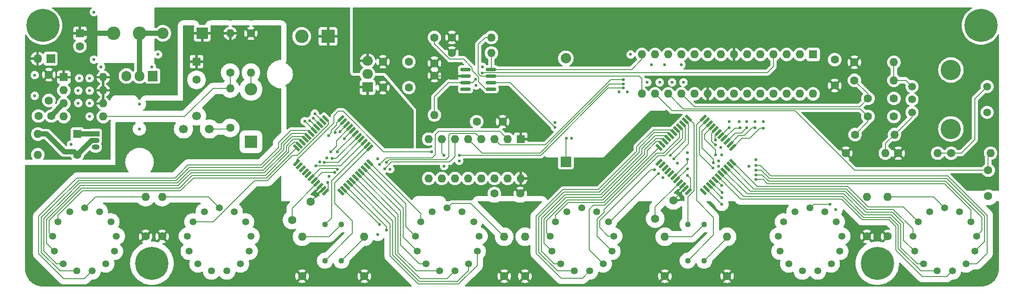
<source format=gbr>
%TF.GenerationSoftware,KiCad,Pcbnew,8.0.4+1*%
%TF.CreationDate,2024-10-13T09:49:30+00:00*%
%TF.ProjectId,nixie,6e697869-652e-46b6-9963-61645f706362,v1.0*%
%TF.SameCoordinates,Original*%
%TF.FileFunction,Copper,L1,Top*%
%TF.FilePolarity,Positive*%
%FSLAX46Y46*%
G04 Gerber Fmt 4.6, Leading zero omitted, Abs format (unit mm)*
G04 Created by KiCad (PCBNEW 8.0.4+1) date 2024-10-13 09:49:30*
%MOMM*%
%LPD*%
G01*
G04 APERTURE LIST*
G04 Aperture macros list*
%AMRoundRect*
0 Rectangle with rounded corners*
0 $1 Rounding radius*
0 $2 $3 $4 $5 $6 $7 $8 $9 X,Y pos of 4 corners*
0 Add a 4 corners polygon primitive as box body*
4,1,4,$2,$3,$4,$5,$6,$7,$8,$9,$2,$3,0*
0 Add four circle primitives for the rounded corners*
1,1,$1+$1,$2,$3*
1,1,$1+$1,$4,$5*
1,1,$1+$1,$6,$7*
1,1,$1+$1,$8,$9*
0 Add four rect primitives between the rounded corners*
20,1,$1+$1,$2,$3,$4,$5,0*
20,1,$1+$1,$4,$5,$6,$7,0*
20,1,$1+$1,$6,$7,$8,$9,0*
20,1,$1+$1,$8,$9,$2,$3,0*%
%AMRotRect*
0 Rectangle, with rotation*
0 The origin of the aperture is its center*
0 $1 length*
0 $2 width*
0 $3 Rotation angle, in degrees counterclockwise*
0 Add horizontal line*
21,1,$1,$2,0,0,$3*%
G04 Aperture macros list end*
%TA.AperFunction,ComponentPad*%
%ADD10R,1.600000X1.600000*%
%TD*%
%TA.AperFunction,ComponentPad*%
%ADD11O,1.600000X1.600000*%
%TD*%
%TA.AperFunction,ComponentPad*%
%ADD12C,1.700000*%
%TD*%
%TA.AperFunction,ComponentPad*%
%ADD13C,1.600000*%
%TD*%
%TA.AperFunction,ComponentPad*%
%ADD14R,2.400000X2.400000*%
%TD*%
%TA.AperFunction,ComponentPad*%
%ADD15O,2.400000X2.400000*%
%TD*%
%TA.AperFunction,ComponentPad*%
%ADD16C,1.346200*%
%TD*%
%TA.AperFunction,ComponentPad*%
%ADD17C,2.600000*%
%TD*%
%TA.AperFunction,ComponentPad*%
%ADD18R,2.000000X2.000000*%
%TD*%
%TA.AperFunction,ComponentPad*%
%ADD19C,2.000000*%
%TD*%
%TA.AperFunction,SMDPad,CuDef*%
%ADD20RotRect,1.500000X0.520000X225.000000*%
%TD*%
%TA.AperFunction,SMDPad,CuDef*%
%ADD21RotRect,0.520000X1.500000X225.000000*%
%TD*%
%TA.AperFunction,ComponentPad*%
%ADD22C,1.107440*%
%TD*%
%TA.AperFunction,SMDPad,CuDef*%
%ADD23RoundRect,0.150000X-0.825000X-0.150000X0.825000X-0.150000X0.825000X0.150000X-0.825000X0.150000X0*%
%TD*%
%TA.AperFunction,ComponentPad*%
%ADD24R,1.500000X1.050000*%
%TD*%
%TA.AperFunction,ComponentPad*%
%ADD25O,1.500000X1.050000*%
%TD*%
%TA.AperFunction,ComponentPad*%
%ADD26C,0.800000*%
%TD*%
%TA.AperFunction,ComponentPad*%
%ADD27C,6.400000*%
%TD*%
%TA.AperFunction,ComponentPad*%
%ADD28R,1.905000X2.000000*%
%TD*%
%TA.AperFunction,ComponentPad*%
%ADD29O,1.905000X2.000000*%
%TD*%
%TA.AperFunction,ComponentPad*%
%ADD30R,2.000000X1.905000*%
%TD*%
%TA.AperFunction,ComponentPad*%
%ADD31O,2.000000X1.905000*%
%TD*%
%TA.AperFunction,ComponentPad*%
%ADD32R,2.200000X2.200000*%
%TD*%
%TA.AperFunction,ComponentPad*%
%ADD33O,2.200000X2.200000*%
%TD*%
%TA.AperFunction,ComponentPad*%
%ADD34C,3.915000*%
%TD*%
%TA.AperFunction,ComponentPad*%
%ADD35C,1.500000*%
%TD*%
%TA.AperFunction,ComponentPad*%
%ADD36R,1.700000X1.700000*%
%TD*%
%TA.AperFunction,ComponentPad*%
%ADD37O,1.700000X1.700000*%
%TD*%
%TA.AperFunction,ComponentPad*%
%ADD38R,2.600000X2.600000*%
%TD*%
%TA.AperFunction,ViaPad*%
%ADD39C,0.600000*%
%TD*%
%TA.AperFunction,Conductor*%
%ADD40C,0.200000*%
%TD*%
%TA.AperFunction,Conductor*%
%ADD41C,1.000000*%
%TD*%
G04 APERTURE END LIST*
D10*
%TO.P,U1,1,VCC*%
%TO.N,5V*%
X168200000Y-86980000D03*
D11*
%TO.P,U1,2,Aout*%
%TO.N,Net-(U1-Aout)*%
X165660000Y-86980000D03*
%TO.P,U1,3,Ain*%
%TO.N,OE*%
X163120000Y-86980000D03*
%TO.P,U1,4,Bout*%
%TO.N,Net-(U1-Bout)*%
X160580000Y-86980000D03*
%TO.P,U1,5,Bin*%
%TO.N,CLK*%
X158040000Y-86980000D03*
%TO.P,U1,6,Cout*%
%TO.N,Net-(U1-Cout)*%
X155500000Y-86980000D03*
%TO.P,U1,7,Cin*%
%TO.N,DATA_IN*%
X152960000Y-86980000D03*
%TO.P,U1,8,VSS*%
%TO.N,GND*%
X150420000Y-86980000D03*
%TO.P,U1,9,Din*%
X150420000Y-94600000D03*
%TO.P,U1,10,Dout*%
%TO.N,unconnected-(U1-Dout-Pad10)*%
X152960000Y-94600000D03*
%TO.P,U1,11,Ein*%
%TO.N,GND*%
X155500000Y-94600000D03*
%TO.P,U1,12,Eout*%
%TO.N,unconnected-(U1-Eout-Pad12)*%
X158040000Y-94600000D03*
%TO.P,U1,13,Select*%
%TO.N,GND*%
X160580000Y-94600000D03*
%TO.P,U1,14,Fin*%
X163120000Y-94600000D03*
%TO.P,U1,15,Fout*%
%TO.N,unconnected-(U1-Fout-Pad15)*%
X165660000Y-94600000D03*
%TO.P,U1,16,VDD*%
%TO.N,Vin*%
X168200000Y-94600000D03*
%TD*%
D12*
%TO.P,RV1,1,1*%
%TO.N,Net-(R3-Pad1)*%
X108120000Y-85000000D03*
%TO.P,RV1,2,2*%
%TO.N,GND*%
X105620000Y-82500000D03*
%TO.P,RV1,3,3*%
X103120000Y-85000000D03*
%TD*%
D13*
%TO.P,R4,1*%
%TO.N,HV*%
X116120000Y-66500000D03*
D11*
%TO.P,R4,2*%
%TO.N,Net-(D3-A2)*%
X116120000Y-74120000D03*
%TD*%
D14*
%TO.P,D3,1,A1*%
%TO.N,GND*%
X116120000Y-87500000D03*
D15*
%TO.P,D3,2,A2*%
%TO.N,Net-(D3-A2)*%
X116120000Y-77340000D03*
%TD*%
D16*
%TO.P,N1,0,0*%
%TO.N,/D110*%
X89092700Y-102984640D03*
%TO.P,N1,1,1*%
%TO.N,/D11*%
X78907300Y-102984640D03*
%TO.P,N1,2,2*%
%TO.N,/D12*%
X77855740Y-105755780D03*
%TO.P,N1,3,3*%
%TO.N,/D13*%
X78213880Y-108694560D03*
%TO.P,N1,4,4*%
%TO.N,/D14*%
X79895360Y-111132960D03*
%TO.P,N1,5,5*%
%TO.N,/D15*%
X82519180Y-112509640D03*
%TO.P,N1,6,6*%
%TO.N,/D16*%
X85480820Y-112509640D03*
%TO.P,N1,7,7*%
%TO.N,/D17*%
X88104640Y-111132960D03*
%TO.P,N1,8,8*%
%TO.N,/D18*%
X89786120Y-108694560D03*
%TO.P,N1,9,9*%
%TO.N,/D19*%
X90144260Y-105755780D03*
%TO.P,N1,A,A*%
%TO.N,Net-(N1-PadA)*%
X84000000Y-100312560D03*
%TO.P,N1,LHDP,LHDP*%
%TO.N,unconnected-(N1-PadLHDP)*%
X81124720Y-101021220D03*
%TO.P,N1,RHDP,RHDP*%
%TO.N,unconnected-(N1-PadRHDP)*%
X86875280Y-101021220D03*
%TD*%
D13*
%TO.P,C13,1*%
%TO.N,ROT_B*%
X235200000Y-82600000D03*
%TO.P,C13,2*%
%TO.N,GND*%
X240200000Y-82600000D03*
%TD*%
D16*
%TO.P,N4,0,0*%
%TO.N,/D120*%
X115092700Y-102984640D03*
%TO.P,N4,1,1*%
%TO.N,/D111*%
X104907300Y-102984640D03*
%TO.P,N4,2,2*%
%TO.N,/D112*%
X103855740Y-105755780D03*
%TO.P,N4,3,3*%
%TO.N,/D113*%
X104213880Y-108694560D03*
%TO.P,N4,4,4*%
%TO.N,/D114*%
X105895360Y-111132960D03*
%TO.P,N4,5,5*%
%TO.N,/D115*%
X108519180Y-112509640D03*
%TO.P,N4,6,6*%
%TO.N,/D116*%
X111480820Y-112509640D03*
%TO.P,N4,7,7*%
%TO.N,/D117*%
X114104640Y-111132960D03*
%TO.P,N4,8,8*%
%TO.N,/D118*%
X115786120Y-108694560D03*
%TO.P,N4,9,9*%
%TO.N,/D119*%
X116144260Y-105755780D03*
%TO.P,N4,A,A*%
%TO.N,Net-(N4-PadA)*%
X110000000Y-100312560D03*
%TO.P,N4,LHDP,LHDP*%
%TO.N,unconnected-(N4-PadLHDP)*%
X107124720Y-101021220D03*
%TO.P,N4,RHDP,RHDP*%
%TO.N,unconnected-(N4-PadRHDP)*%
X112875280Y-101021220D03*
%TD*%
D13*
%TO.P,C10,1*%
%TO.N,Vin*%
X197667767Y-98832233D03*
%TO.P,C10,2*%
%TO.N,GND*%
X194132233Y-102367767D03*
%TD*%
%TO.P,R2,1*%
%TO.N,Net-(U2-Vfb)*%
X112120000Y-74120000D03*
D11*
%TO.P,R2,2*%
%TO.N,HV*%
X112120000Y-66500000D03*
%TD*%
D17*
%TO.P,L1,1,1*%
%TO.N,Vin*%
X89620000Y-66500000D03*
%TO.P,L1,2,2*%
%TO.N,Net-(D2-A)*%
X94620000Y-66500000D03*
%TD*%
D10*
%TO.P,C5,1*%
%TO.N,Vin*%
X83120000Y-66500000D03*
D13*
%TO.P,C5,2*%
%TO.N,GND*%
X83120000Y-69000000D03*
%TD*%
D18*
%TO.P,BT1,1,+*%
%TO.N,Net-(BT1-+)*%
X176899999Y-91350000D03*
D19*
%TO.P,BT1,2,-*%
%TO.N,GND*%
X176899999Y-71349999D03*
%TD*%
D13*
%TO.P,C2,1*%
%TO.N,Net-(U2-TC)*%
X77620000Y-82500000D03*
%TO.P,C2,2*%
%TO.N,GND*%
X75120000Y-82500000D03*
%TD*%
%TO.P,R14,1*%
%TO.N,HV*%
X208000000Y-113500000D03*
D11*
%TO.P,R14,2*%
%TO.N,Net-(N10-PadA)*%
X208000000Y-105880000D03*
%TD*%
D20*
%TO.P,U3,1,HVOUT22*%
%TO.N,/D122*%
X139106423Y-88697056D03*
%TO.P,U3,2,HVOUT21*%
%TO.N,/D121*%
X138540738Y-88131371D03*
%TO.P,U3,3,HVOUT20*%
%TO.N,/D120*%
X137975052Y-87565685D03*
%TO.P,U3,4,HVOUT19*%
%TO.N,/D119*%
X137409367Y-87000000D03*
%TO.P,U3,5,HVOUT18*%
%TO.N,/D118*%
X136843681Y-86434314D03*
%TO.P,U3,6,HVOUT17*%
%TO.N,/D117*%
X136277996Y-85868629D03*
%TO.P,U3,7,HVOUT16*%
%TO.N,/D116*%
X135712311Y-85302944D03*
%TO.P,U3,8,HVOUT15*%
%TO.N,/D115*%
X135146625Y-84737258D03*
%TO.P,U3,9,HVOUT14*%
%TO.N,/D114*%
X134580940Y-84171573D03*
%TO.P,U3,10,HVOUT13*%
%TO.N,/D113*%
X134015254Y-83605887D03*
%TO.P,U3,11,HVOUT12*%
%TO.N,/D112*%
X133449569Y-83040202D03*
D21*
%TO.P,U3,12,HVOUT11*%
%TO.N,/D111*%
X130550431Y-83040202D03*
%TO.P,U3,13,HVOUT10*%
%TO.N,/D110*%
X129984746Y-83605887D03*
%TO.P,U3,14,HVOUT9*%
%TO.N,/D19*%
X129419060Y-84171573D03*
%TO.P,U3,15,HVOUT8*%
%TO.N,/D18*%
X128853375Y-84737258D03*
%TO.P,U3,16,HVOUT7*%
%TO.N,/D17*%
X128287689Y-85302944D03*
%TO.P,U3,17,HVOUT6*%
%TO.N,/D16*%
X127722004Y-85868629D03*
%TO.P,U3,18,HVOUT5*%
%TO.N,/D15*%
X127156319Y-86434314D03*
%TO.P,U3,19,HVOUT4*%
%TO.N,/D14*%
X126590633Y-87000000D03*
%TO.P,U3,20,HVOUT3*%
%TO.N,/D13*%
X126024948Y-87565685D03*
%TO.P,U3,21,HVOUT2*%
%TO.N,/D12*%
X125459262Y-88131371D03*
%TO.P,U3,22,HVOUT1*%
%TO.N,/D11*%
X124893577Y-88697056D03*
D20*
%TO.P,U3,23,DATA_OUT*%
%TO.N,Net-(U3-DATA_OUT)*%
X124893577Y-91596194D03*
%TO.P,U3,24,NC_1*%
%TO.N,unconnected-(U3-NC_1-Pad24)*%
X125459262Y-92161879D03*
%TO.P,U3,25,NC_2*%
%TO.N,unconnected-(U3-NC_2-Pad25)*%
X126024948Y-92727565D03*
%TO.P,U3,26,NC_3*%
%TO.N,unconnected-(U3-NC_3-Pad26)*%
X126590633Y-93293250D03*
%TO.P,U3,27,NC_4*%
%TO.N,unconnected-(U3-NC_4-Pad27)*%
X127156319Y-93858936D03*
%TO.P,U3,28,OE*%
%TO.N,Net-(U1-Aout)*%
X127722004Y-94424621D03*
%TO.P,U3,29,CLK*%
%TO.N,Net-(U1-Bout)*%
X128287689Y-94990306D03*
%TO.P,U3,30,GND*%
%TO.N,GND*%
X128853375Y-95555992D03*
%TO.P,U3,31,VDD*%
%TO.N,Vin*%
X129419060Y-96121677D03*
%TO.P,U3,32,STR*%
X129984746Y-96687363D03*
%TO.P,U3,33,DATA_IN*%
%TO.N,Net-(U1-Cout)*%
X130550431Y-97253048D03*
D21*
%TO.P,U3,34,NC_5*%
%TO.N,unconnected-(U3-NC_5-Pad34)*%
X133449569Y-97253048D03*
%TO.P,U3,35,HVOUT32*%
%TO.N,/D132*%
X134015254Y-96687363D03*
%TO.P,U3,36,HVOUT31*%
%TO.N,/D131*%
X134580940Y-96121677D03*
%TO.P,U3,37,HVOUT30*%
%TO.N,/D130*%
X135146625Y-95555992D03*
%TO.P,U3,38,HVOUT29*%
%TO.N,/D129*%
X135712311Y-94990306D03*
%TO.P,U3,39,HVOUT28*%
%TO.N,/D128*%
X136277996Y-94424621D03*
%TO.P,U3,40,HVOUT27*%
%TO.N,/D127*%
X136843681Y-93858936D03*
%TO.P,U3,41,HVOUT26*%
%TO.N,/D126*%
X137409367Y-93293250D03*
%TO.P,U3,42,HVOUT25*%
%TO.N,/D125*%
X137975052Y-92727565D03*
%TO.P,U3,43,HVOUT24*%
%TO.N,/D124*%
X138540738Y-92161879D03*
%TO.P,U3,44,HVOUT23*%
%TO.N,/D123*%
X139106423Y-91596194D03*
%TD*%
D13*
%TO.P,R19,1*%
%TO.N,5V*%
X232580000Y-72100000D03*
D11*
%TO.P,R19,2*%
%TO.N,Net-(R16-Pad2)*%
X240200000Y-72100000D03*
%TD*%
D13*
%TO.P,R6,1*%
%TO.N,HV*%
X165000000Y-113500000D03*
D11*
%TO.P,R6,2*%
%TO.N,Net-(N2-PadA)*%
X165000000Y-105880000D03*
%TD*%
D10*
%TO.P,U6,1,~{RESET}/PC6*%
%TO.N,unconnected-(U6-~{RESET}{slash}PC6-Pad1)*%
X224600000Y-70600000D03*
D11*
%TO.P,U6,2,PD0*%
%TO.N,unconnected-(U6-PD0-Pad2)*%
X222060000Y-70600000D03*
%TO.P,U6,3,PD1*%
%TO.N,unconnected-(U6-PD1-Pad3)*%
X219520001Y-70600000D03*
%TO.P,U6,4,PD2*%
%TO.N,SQW*%
X216980000Y-70600000D03*
%TO.P,U6,5,PD3*%
%TO.N,unconnected-(U6-PD3-Pad5)*%
X214440000Y-70600000D03*
%TO.P,U6,6,PD4*%
%TO.N,unconnected-(U6-PD4-Pad6)*%
X211900000Y-70600000D03*
%TO.P,U6,7,VCC*%
%TO.N,5V*%
X209360000Y-70600000D03*
%TO.P,U6,8,GND*%
%TO.N,GND*%
X206819999Y-70600000D03*
%TO.P,U6,9,XTAL1/PB6*%
%TO.N,unconnected-(U6-XTAL1{slash}PB6-Pad9)*%
X204280000Y-70600000D03*
%TO.P,U6,10,XTAL2/PB7*%
%TO.N,unconnected-(U6-XTAL2{slash}PB7-Pad10)*%
X201740000Y-70600000D03*
%TO.P,U6,11,PD5*%
%TO.N,DATA_IN*%
X199200000Y-70600000D03*
%TO.P,U6,12,PD6*%
%TO.N,CLK*%
X196660001Y-70600000D03*
%TO.P,U6,13,PD7*%
%TO.N,OE*%
X194120000Y-70600000D03*
%TO.P,U6,14,PB0*%
%TO.N,SCL*%
X191580000Y-70600000D03*
%TO.P,U6,15,PB1*%
%TO.N,SDA*%
X191580000Y-78220000D03*
%TO.P,U6,16,PB2*%
%TO.N,ROT_PSH*%
X194120000Y-78220000D03*
%TO.P,U6,17,PB3*%
%TO.N,ROT_B*%
X196660000Y-78220000D03*
%TO.P,U6,18,PB4*%
%TO.N,ROT_A*%
X199200000Y-78220000D03*
%TO.P,U6,19,PB5*%
%TO.N,unconnected-(U6-PB5-Pad19)*%
X201740000Y-78220000D03*
%TO.P,U6,20,AVCC*%
%TO.N,5V*%
X204280000Y-78220000D03*
%TO.P,U6,21,AREF*%
%TO.N,unconnected-(U6-AREF-Pad21)*%
X206820000Y-78220000D03*
%TO.P,U6,22,GND*%
%TO.N,GND*%
X209360000Y-78220000D03*
%TO.P,U6,23,PC0*%
%TO.N,unconnected-(U6-PC0-Pad23)*%
X211900000Y-78220000D03*
%TO.P,U6,24,PC1*%
%TO.N,unconnected-(U6-PC1-Pad24)*%
X214440000Y-78220000D03*
%TO.P,U6,25,PC2*%
%TO.N,unconnected-(U6-PC2-Pad25)*%
X216980000Y-78220000D03*
%TO.P,U6,26,PC3*%
%TO.N,unconnected-(U6-PC3-Pad26)*%
X219520000Y-78220000D03*
%TO.P,U6,27,PC4*%
%TO.N,unconnected-(U6-PC4-Pad27)*%
X222060000Y-78220000D03*
%TO.P,U6,28,PC5*%
%TO.N,unconnected-(U6-PC5-Pad28)*%
X224600000Y-78220000D03*
%TD*%
D13*
%TO.P,R23,1*%
%TO.N,Net-(R21-Pad2)*%
X251250000Y-89699500D03*
D11*
%TO.P,R23,2*%
%TO.N,ROT_PSH*%
X258870000Y-89699500D03*
%TD*%
D13*
%TO.P,R1,1*%
%TO.N,Net-(D1-A)*%
X82620000Y-90000000D03*
D11*
%TO.P,R1,2*%
%TO.N,GND*%
X75000000Y-90000000D03*
%TD*%
D22*
%TO.P,N7,A,A*%
%TO.N,Net-(N7-PadA)*%
X133587500Y-103500000D03*
%TO.P,N7,K,K*%
%TO.N,/D121*%
X130412500Y-103500000D03*
%TD*%
D23*
%TO.P,U7,1,32KHZ*%
%TO.N,unconnected-(U7-32KHZ-Pad1)*%
X157525000Y-73495000D03*
%TO.P,U7,2,VCC*%
%TO.N,5V*%
X157525000Y-74765000D03*
%TO.P,U7,3,~{INT}/SQW*%
%TO.N,SQW*%
X157525000Y-76035000D03*
%TO.P,U7,4,~{RST}*%
%TO.N,unconnected-(U7-~{RST}-Pad4)*%
X157525000Y-77305000D03*
%TO.P,U7,5,GND*%
%TO.N,GND*%
X162475000Y-77305000D03*
%TO.P,U7,6,VBAT*%
%TO.N,Net-(BT1-+)*%
X162475000Y-76035000D03*
%TO.P,U7,7,SDA*%
%TO.N,SDA*%
X162475000Y-74765000D03*
%TO.P,U7,8,SCL*%
%TO.N,SCL*%
X162475000Y-73495000D03*
%TD*%
D13*
%TO.P,R16,1*%
%TO.N,ROT_A*%
X232580000Y-75600000D03*
D11*
%TO.P,R16,2*%
%TO.N,Net-(R16-Pad2)*%
X240200000Y-75600000D03*
%TD*%
D24*
%TO.P,Q1,1,E*%
%TO.N,Net-(D1-K)*%
X86120000Y-86000000D03*
D25*
%TO.P,Q1,2,B*%
%TO.N,Net-(D1-A)*%
X86120000Y-87270000D03*
%TO.P,Q1,3,C*%
%TO.N,GND*%
X86120000Y-88540000D03*
%TD*%
D13*
%TO.P,R8,1*%
%TO.N,HV*%
X99000000Y-105810000D03*
D11*
%TO.P,R8,2*%
%TO.N,Net-(N4-PadA)*%
X99000000Y-98190000D03*
%TD*%
D13*
%TO.P,C11,1*%
%TO.N,5V*%
X228780000Y-76600000D03*
%TO.P,C11,2*%
%TO.N,GND*%
X228780000Y-71600000D03*
%TD*%
%TO.P,R7,1*%
%TO.N,HV*%
X235000000Y-105810000D03*
D11*
%TO.P,R7,2*%
%TO.N,Net-(N3-PadA)*%
X235000000Y-98190000D03*
%TD*%
D16*
%TO.P,N5,0,0*%
%TO.N,/D210*%
X185092700Y-102984640D03*
%TO.P,N5,1,1*%
%TO.N,/D21*%
X174907300Y-102984640D03*
%TO.P,N5,2,2*%
%TO.N,/D22*%
X173855740Y-105755780D03*
%TO.P,N5,3,3*%
%TO.N,/D23*%
X174213880Y-108694560D03*
%TO.P,N5,4,4*%
%TO.N,/D24*%
X175895360Y-111132960D03*
%TO.P,N5,5,5*%
%TO.N,/D25*%
X178519180Y-112509640D03*
%TO.P,N5,6,6*%
%TO.N,/D26*%
X181480820Y-112509640D03*
%TO.P,N5,7,7*%
%TO.N,/D27*%
X184104640Y-111132960D03*
%TO.P,N5,8,8*%
%TO.N,/D28*%
X185786120Y-108694560D03*
%TO.P,N5,9,9*%
%TO.N,/D29*%
X186144260Y-105755780D03*
%TO.P,N5,A,A*%
%TO.N,Net-(N5-PadA)*%
X180000000Y-100312560D03*
%TO.P,N5,LHDP,LHDP*%
%TO.N,unconnected-(N5-PadLHDP)*%
X177124720Y-101021220D03*
%TO.P,N5,RHDP,RHDP*%
%TO.N,unconnected-(N5-PadRHDP)*%
X182875280Y-101021220D03*
%TD*%
D20*
%TO.P,U5,1,HVOUT22*%
%TO.N,/D222*%
X209106423Y-88550431D03*
%TO.P,U5,2,HVOUT21*%
%TO.N,/D221*%
X208540738Y-87984746D03*
%TO.P,U5,3,HVOUT20*%
%TO.N,/D220*%
X207975052Y-87419060D03*
%TO.P,U5,4,HVOUT19*%
%TO.N,/D219*%
X207409367Y-86853375D03*
%TO.P,U5,5,HVOUT18*%
%TO.N,/D218*%
X206843681Y-86287689D03*
%TO.P,U5,6,HVOUT17*%
%TO.N,/D217*%
X206277996Y-85722004D03*
%TO.P,U5,7,HVOUT16*%
%TO.N,/D216*%
X205712311Y-85156319D03*
%TO.P,U5,8,HVOUT15*%
%TO.N,/D215*%
X205146625Y-84590633D03*
%TO.P,U5,9,HVOUT14*%
%TO.N,/D214*%
X204580940Y-84024948D03*
%TO.P,U5,10,HVOUT13*%
%TO.N,/D213*%
X204015254Y-83459262D03*
%TO.P,U5,11,HVOUT12*%
%TO.N,/D212*%
X203449569Y-82893577D03*
D21*
%TO.P,U5,12,HVOUT11*%
%TO.N,/D211*%
X200550431Y-82893577D03*
%TO.P,U5,13,HVOUT10*%
%TO.N,/D210*%
X199984746Y-83459262D03*
%TO.P,U5,14,HVOUT9*%
%TO.N,/D29*%
X199419060Y-84024948D03*
%TO.P,U5,15,HVOUT8*%
%TO.N,/D28*%
X198853375Y-84590633D03*
%TO.P,U5,16,HVOUT7*%
%TO.N,/D27*%
X198287689Y-85156319D03*
%TO.P,U5,17,HVOUT6*%
%TO.N,/D26*%
X197722004Y-85722004D03*
%TO.P,U5,18,HVOUT5*%
%TO.N,/D25*%
X197156319Y-86287689D03*
%TO.P,U5,19,HVOUT4*%
%TO.N,/D24*%
X196590633Y-86853375D03*
%TO.P,U5,20,HVOUT3*%
%TO.N,/D23*%
X196024948Y-87419060D03*
%TO.P,U5,21,HVOUT2*%
%TO.N,/D22*%
X195459262Y-87984746D03*
%TO.P,U5,22,HVOUT1*%
%TO.N,/D21*%
X194893577Y-88550431D03*
D20*
%TO.P,U5,23,DATA_OUT*%
%TO.N,unconnected-(U5-DATA_OUT-Pad23)*%
X194893577Y-91449569D03*
%TO.P,U5,24,NC_1*%
%TO.N,unconnected-(U5-NC_1-Pad24)*%
X195459262Y-92015254D03*
%TO.P,U5,25,NC_2*%
%TO.N,unconnected-(U5-NC_2-Pad25)*%
X196024948Y-92580940D03*
%TO.P,U5,26,NC_3*%
%TO.N,unconnected-(U5-NC_3-Pad26)*%
X196590633Y-93146625D03*
%TO.P,U5,27,NC_4*%
%TO.N,unconnected-(U5-NC_4-Pad27)*%
X197156319Y-93712311D03*
%TO.P,U5,28,OE*%
%TO.N,Net-(U1-Aout)*%
X197722004Y-94277996D03*
%TO.P,U5,29,CLK*%
%TO.N,Net-(U1-Bout)*%
X198287689Y-94843681D03*
%TO.P,U5,30,GND*%
%TO.N,GND*%
X198853375Y-95409367D03*
%TO.P,U5,31,VDD*%
%TO.N,Vin*%
X199419060Y-95975052D03*
%TO.P,U5,32,STR*%
X199984746Y-96540738D03*
%TO.P,U5,33,DATA_IN*%
%TO.N,Net-(U3-DATA_OUT)*%
X200550431Y-97106423D03*
D21*
%TO.P,U5,34,NC_5*%
%TO.N,unconnected-(U5-NC_5-Pad34)*%
X203449569Y-97106423D03*
%TO.P,U5,35,HVOUT32*%
%TO.N,/D232*%
X204015254Y-96540738D03*
%TO.P,U5,36,HVOUT31*%
%TO.N,/D231*%
X204580940Y-95975052D03*
%TO.P,U5,37,HVOUT30*%
%TO.N,/D230*%
X205146625Y-95409367D03*
%TO.P,U5,38,HVOUT29*%
%TO.N,/D229*%
X205712311Y-94843681D03*
%TO.P,U5,39,HVOUT28*%
%TO.N,/D228*%
X206277996Y-94277996D03*
%TO.P,U5,40,HVOUT27*%
%TO.N,/D227*%
X206843681Y-93712311D03*
%TO.P,U5,41,HVOUT26*%
%TO.N,/D226*%
X207409367Y-93146625D03*
%TO.P,U5,42,HVOUT25*%
%TO.N,/D225*%
X207975052Y-92580940D03*
%TO.P,U5,43,HVOUT24*%
%TO.N,/D224*%
X208540738Y-92015254D03*
%TO.P,U5,44,HVOUT23*%
%TO.N,/D223*%
X209106423Y-91449569D03*
%TD*%
D10*
%TO.P,U2,1,SwC*%
%TO.N,Vin*%
X80000000Y-75000000D03*
D11*
%TO.P,U2,2,SwE*%
%TO.N,Net-(D1-A)*%
X80000000Y-77540000D03*
%TO.P,U2,3,TC*%
%TO.N,Net-(U2-TC)*%
X80000000Y-80080000D03*
%TO.P,U2,4,GND*%
%TO.N,GND*%
X80000000Y-82620000D03*
%TO.P,U2,5,Vfb*%
%TO.N,Net-(U2-Vfb)*%
X87620000Y-82620000D03*
%TO.P,U2,6,Vin*%
%TO.N,Vin*%
X87620000Y-80080000D03*
%TO.P,U2,7,Ipk*%
X87620000Y-77540000D03*
%TO.P,U2,8,DC*%
X87620000Y-75000000D03*
%TD*%
D13*
%TO.P,R18,1*%
%TO.N,ROT_B*%
X232700000Y-86100000D03*
D11*
%TO.P,R18,2*%
%TO.N,Net-(R18-Pad2)*%
X240320000Y-86100000D03*
%TD*%
D13*
%TO.P,C12,1*%
%TO.N,ROT_A*%
X235200000Y-79100000D03*
%TO.P,C12,2*%
%TO.N,GND*%
X240200000Y-79100000D03*
%TD*%
D22*
%TO.P,N8,A,A*%
%TO.N,Net-(N8-PadA)*%
X203587500Y-103500000D03*
%TO.P,N8,K,K*%
%TO.N,/D211*%
X200412500Y-103500000D03*
%TD*%
D13*
%TO.P,C15,1*%
%TO.N,ROT_PSH*%
X258400000Y-93000000D03*
%TO.P,C15,2*%
%TO.N,GND*%
X258400000Y-98000000D03*
%TD*%
%TO.P,R3,1*%
%TO.N,Net-(R3-Pad1)*%
X112120000Y-84810000D03*
D11*
%TO.P,R3,2*%
%TO.N,Net-(U2-Vfb)*%
X112120000Y-77190000D03*
%TD*%
D13*
%TO.P,C7,1*%
%TO.N,5V*%
X141600000Y-72000000D03*
%TO.P,C7,2*%
%TO.N,GND*%
X146600000Y-72000000D03*
%TD*%
%TO.P,R10,1*%
%TO.N,HV*%
X239000000Y-105810000D03*
D11*
%TO.P,R10,2*%
%TO.N,Net-(N6-PadA)*%
X239000000Y-98190000D03*
%TD*%
D16*
%TO.P,N3,0,0*%
%TO.N,/D222*%
X229092700Y-102984640D03*
%TO.P,N3,1,1*%
%TO.N,/D213*%
X218907300Y-102984640D03*
%TO.P,N3,2,2*%
%TO.N,/D214*%
X217855740Y-105755780D03*
%TO.P,N3,3,3*%
%TO.N,/D215*%
X218213880Y-108694560D03*
%TO.P,N3,4,4*%
%TO.N,/D216*%
X219895360Y-111132960D03*
%TO.P,N3,5,5*%
%TO.N,/D217*%
X222519180Y-112509640D03*
%TO.P,N3,6,6*%
%TO.N,/D218*%
X225480820Y-112509640D03*
%TO.P,N3,7,7*%
%TO.N,/D219*%
X228104640Y-111132960D03*
%TO.P,N3,8,8*%
%TO.N,/D220*%
X229786120Y-108694560D03*
%TO.P,N3,9,9*%
%TO.N,/D221*%
X230144260Y-105755780D03*
%TO.P,N3,A,A*%
%TO.N,Net-(N3-PadA)*%
X224000000Y-100312560D03*
%TO.P,N3,LHDP,LHDP*%
%TO.N,unconnected-(N3-PadLHDP)*%
X221124720Y-101021220D03*
%TO.P,N3,RHDP,RHDP*%
%TO.N,unconnected-(N3-PadRHDP)*%
X226875280Y-101021220D03*
%TD*%
D26*
%TO.P,H4,1,1*%
%TO.N,GND*%
X94600000Y-111000000D03*
X95302944Y-109302944D03*
X95302944Y-112697056D03*
X97000000Y-108600000D03*
D27*
X97000000Y-111000000D03*
D26*
X97000000Y-113400000D03*
X98697056Y-109302944D03*
X98697056Y-112697056D03*
X99400000Y-111000000D03*
%TD*%
D13*
%TO.P,C3,1*%
%TO.N,Vin*%
X127600000Y-99100000D03*
%TO.P,C3,2*%
%TO.N,GND*%
X124064466Y-102635534D03*
%TD*%
D28*
%TO.P,Q2,1,G*%
%TO.N,Net-(D1-K)*%
X97160000Y-74770000D03*
D29*
%TO.P,Q2,2,D*%
%TO.N,Net-(D2-A)*%
X94620000Y-74770000D03*
%TO.P,Q2,3,S*%
%TO.N,GND*%
X92080000Y-74770000D03*
%TD*%
D13*
%TO.P,R5,1*%
%TO.N,HV*%
X95800000Y-105810000D03*
D11*
%TO.P,R5,2*%
%TO.N,Net-(N1-PadA)*%
X95800000Y-98190000D03*
%TD*%
D13*
%TO.P,R13,1*%
%TO.N,HV*%
X138000000Y-113500000D03*
D11*
%TO.P,R13,2*%
%TO.N,Net-(N9-PadA)*%
X138000000Y-105880000D03*
%TD*%
D10*
%TO.P,C9,1*%
%TO.N,HV*%
X105620000Y-72000000D03*
D13*
%TO.P,C9,2*%
%TO.N,GND*%
X105620000Y-75500000D03*
%TD*%
%TO.P,R17,1*%
%TO.N,5V*%
X154905000Y-67305000D03*
D11*
%TO.P,R17,2*%
%TO.N,SDA*%
X162525000Y-67305000D03*
%TD*%
D13*
%TO.P,R11,1*%
%TO.N,HV*%
X126000000Y-113500000D03*
D11*
%TO.P,R11,2*%
%TO.N,Net-(N7-PadA)*%
X126000000Y-105880000D03*
%TD*%
D22*
%TO.P,N9,A,A*%
%TO.N,Net-(N9-PadA)*%
X133587500Y-110500000D03*
%TO.P,N9,K,K*%
%TO.N,/D122*%
X130412500Y-110500000D03*
%TD*%
D30*
%TO.P,U4,1,VI*%
%TO.N,Vin*%
X138630000Y-76940000D03*
D31*
%TO.P,U4,2,GND*%
%TO.N,GND*%
X138630000Y-74400000D03*
%TO.P,U4,3,VO*%
%TO.N,5V*%
X138630000Y-71860000D03*
%TD*%
D26*
%TO.P,H2,1,1*%
%TO.N,GND*%
X254600000Y-65000000D03*
X255302944Y-63302944D03*
X255302944Y-66697056D03*
X257000000Y-62600000D03*
D27*
X257000000Y-65000000D03*
D26*
X257000000Y-67400000D03*
X258697056Y-63302944D03*
X258697056Y-66697056D03*
X259400000Y-65000000D03*
%TD*%
%TO.P,H3,1,1*%
%TO.N,GND*%
X234600000Y-111000000D03*
X235302944Y-109302944D03*
X235302944Y-112697056D03*
X237000000Y-108600000D03*
D27*
X237000000Y-111000000D03*
D26*
X237000000Y-113400000D03*
X238697056Y-109302944D03*
X238697056Y-112697056D03*
X239400000Y-111000000D03*
%TD*%
%TO.P,H1,1,1*%
%TO.N,GND*%
X73600000Y-65000000D03*
X74302944Y-63302944D03*
X74302944Y-66697056D03*
X76000000Y-62600000D03*
D27*
X76000000Y-65000000D03*
D26*
X76000000Y-67400000D03*
X77697056Y-63302944D03*
X77697056Y-66697056D03*
X78400000Y-65000000D03*
%TD*%
D13*
%TO.P,R12,1*%
%TO.N,HV*%
X196000000Y-113500000D03*
D11*
%TO.P,R12,2*%
%TO.N,Net-(N8-PadA)*%
X196000000Y-105880000D03*
%TD*%
D32*
%TO.P,D2,1,K*%
%TO.N,HV*%
X106740000Y-66500000D03*
D33*
%TO.P,D2,2,A*%
%TO.N,Net-(D2-A)*%
X99120000Y-66500000D03*
%TD*%
D16*
%TO.P,N2,0,0*%
%TO.N,/D132*%
X159092700Y-102984640D03*
%TO.P,N2,1,1*%
%TO.N,/D123*%
X148907300Y-102984640D03*
%TO.P,N2,2,2*%
%TO.N,/D124*%
X147855740Y-105755780D03*
%TO.P,N2,3,3*%
%TO.N,/D125*%
X148213880Y-108694560D03*
%TO.P,N2,4,4*%
%TO.N,/D126*%
X149895360Y-111132960D03*
%TO.P,N2,5,5*%
%TO.N,/D127*%
X152519180Y-112509640D03*
%TO.P,N2,6,6*%
%TO.N,/D128*%
X155480820Y-112509640D03*
%TO.P,N2,7,7*%
%TO.N,/D129*%
X158104640Y-111132960D03*
%TO.P,N2,8,8*%
%TO.N,/D130*%
X159786120Y-108694560D03*
%TO.P,N2,9,9*%
%TO.N,/D131*%
X160144260Y-105755780D03*
%TO.P,N2,A,A*%
%TO.N,Net-(N2-PadA)*%
X154000000Y-100312560D03*
%TO.P,N2,LHDP,LHDP*%
%TO.N,unconnected-(N2-PadLHDP)*%
X151124720Y-101021220D03*
%TO.P,N2,RHDP,RHDP*%
%TO.N,unconnected-(N2-PadRHDP)*%
X156875280Y-101021220D03*
%TD*%
D13*
%TO.P,R15,1*%
%TO.N,5V*%
X154905000Y-70305000D03*
D11*
%TO.P,R15,2*%
%TO.N,SCL*%
X162525000Y-70305000D03*
%TD*%
D34*
%TO.P,SW1,*%
%TO.N,*%
X251200000Y-73600000D03*
X251200000Y-85000000D03*
D35*
%TO.P,SW1,A,A*%
%TO.N,Net-(R16-Pad2)*%
X243700000Y-76800000D03*
%TO.P,SW1,B,B*%
%TO.N,Net-(R18-Pad2)*%
X243700000Y-81800000D03*
%TO.P,SW1,C,C*%
%TO.N,GND*%
X243700000Y-79300000D03*
%TO.P,SW1,S1,S1*%
%TO.N,Net-(R21-Pad2)*%
X258200000Y-76800000D03*
%TO.P,SW1,S2,S2*%
%TO.N,GND*%
X258200000Y-81800000D03*
%TD*%
D22*
%TO.P,N10,A,A*%
%TO.N,Net-(N10-PadA)*%
X203587500Y-110500000D03*
%TO.P,N10,K,K*%
%TO.N,/D212*%
X200412500Y-110500000D03*
%TD*%
D36*
%TO.P,J2,1,Pin_1*%
%TO.N,GND*%
X77475000Y-71400000D03*
D37*
%TO.P,J2,2,Pin_2*%
%TO.N,Vin*%
X74935000Y-71400000D03*
%TD*%
D16*
%TO.P,N6,0,0*%
%TO.N,/D232*%
X255092700Y-102984640D03*
%TO.P,N6,1,1*%
%TO.N,/D223*%
X244907300Y-102984640D03*
%TO.P,N6,2,2*%
%TO.N,/D224*%
X243855740Y-105755780D03*
%TO.P,N6,3,3*%
%TO.N,/D225*%
X244213880Y-108694560D03*
%TO.P,N6,4,4*%
%TO.N,/D226*%
X245895360Y-111132960D03*
%TO.P,N6,5,5*%
%TO.N,/D227*%
X248519180Y-112509640D03*
%TO.P,N6,6,6*%
%TO.N,/D228*%
X251480820Y-112509640D03*
%TO.P,N6,7,7*%
%TO.N,/D229*%
X254104640Y-111132960D03*
%TO.P,N6,8,8*%
%TO.N,/D230*%
X255786120Y-108694560D03*
%TO.P,N6,9,9*%
%TO.N,/D231*%
X256144260Y-105755780D03*
%TO.P,N6,A,A*%
%TO.N,Net-(N6-PadA)*%
X250000000Y-100312560D03*
%TO.P,N6,LHDP,LHDP*%
%TO.N,unconnected-(N6-PadLHDP)*%
X247124720Y-101021220D03*
%TO.P,N6,RHDP,RHDP*%
%TO.N,unconnected-(N6-PadRHDP)*%
X252875280Y-101021220D03*
%TD*%
D13*
%TO.P,R21,1*%
%TO.N,5V*%
X241030000Y-89699500D03*
D11*
%TO.P,R21,2*%
%TO.N,Net-(R21-Pad2)*%
X248650000Y-89699500D03*
%TD*%
D13*
%TO.P,C8,1*%
%TO.N,Vin*%
X168100000Y-97500000D03*
%TO.P,C8,2*%
%TO.N,GND*%
X163100000Y-97500000D03*
%TD*%
%TO.P,C14,1*%
%TO.N,5V*%
X151525000Y-72305000D03*
%TO.P,C14,2*%
%TO.N,GND*%
X151525000Y-67305000D03*
%TD*%
%TO.P,C6,1*%
%TO.N,5V*%
X164700000Y-83600000D03*
%TO.P,C6,2*%
%TO.N,GND*%
X159700000Y-83600000D03*
%TD*%
%TO.P,R9,1*%
%TO.N,HV*%
X169000000Y-113500000D03*
D11*
%TO.P,R9,2*%
%TO.N,Net-(N5-PadA)*%
X169000000Y-105880000D03*
%TD*%
D10*
%TO.P,D1,1,K*%
%TO.N,Net-(D1-K)*%
X82620000Y-86000000D03*
D11*
%TO.P,D1,2,A*%
%TO.N,Net-(D1-A)*%
X75000000Y-86000000D03*
%TD*%
D13*
%TO.P,R22,1*%
%TO.N,5V*%
X151525000Y-74685000D03*
D11*
%TO.P,R22,2*%
%TO.N,SQW*%
X151525000Y-82305000D03*
%TD*%
D13*
%TO.P,C4,1*%
%TO.N,Vin*%
X141600000Y-77000000D03*
%TO.P,C4,2*%
%TO.N,GND*%
X146600000Y-77000000D03*
%TD*%
%TO.P,R20,1*%
%TO.N,5V*%
X230930000Y-89699500D03*
D11*
%TO.P,R20,2*%
%TO.N,Net-(R18-Pad2)*%
X238550000Y-89699500D03*
%TD*%
D13*
%TO.P,C1,1*%
%TO.N,Vin*%
X77120000Y-74500000D03*
%TO.P,C1,2*%
%TO.N,GND*%
X77120000Y-79500000D03*
%TD*%
D38*
%TO.P,J1,1*%
%TO.N,Vin*%
X131000000Y-67105000D03*
D17*
%TO.P,J1,2*%
%TO.N,GND*%
X125920000Y-67105000D03*
%TD*%
D39*
%TO.N,GND*%
X153400000Y-92200000D03*
X85800000Y-71600000D03*
X159600000Y-76600000D03*
X85000000Y-77600000D03*
X211800000Y-83600000D03*
X195600000Y-94400000D03*
X207000000Y-90000000D03*
X198400000Y-91600000D03*
X208400000Y-83600000D03*
X143000000Y-92800000D03*
X206400000Y-91200000D03*
X85800000Y-62400000D03*
X87200000Y-73000000D03*
X83000000Y-75200000D03*
X82800000Y-80000000D03*
X94600000Y-85000000D03*
X200400000Y-89600000D03*
X140600000Y-90800000D03*
X188800000Y-77800000D03*
X160800000Y-73000000D03*
X156300000Y-91200000D03*
X140600000Y-105400000D03*
X189400000Y-70600000D03*
X130800000Y-90600000D03*
X213400000Y-83600000D03*
X199600000Y-76000000D03*
X197400000Y-76000000D03*
X81400000Y-88000000D03*
X213600000Y-91000000D03*
X98200000Y-70600000D03*
X178000000Y-86800000D03*
X206400000Y-92200000D03*
X196000000Y-72600000D03*
X210400000Y-83600000D03*
X74400000Y-78600000D03*
X206800000Y-88600000D03*
X199200000Y-72600000D03*
X85000000Y-75200000D03*
X131200000Y-94200000D03*
X229000000Y-100600000D03*
X85000000Y-80000000D03*
X192600000Y-76000000D03*
X82800000Y-77600000D03*
X129400000Y-91400000D03*
X212200000Y-92200000D03*
X85000000Y-82600000D03*
X187200000Y-77800000D03*
X74400000Y-74600000D03*
X215000000Y-83600000D03*
X195000000Y-76000000D03*
X97000000Y-73000000D03*
X94600000Y-80200000D03*
X193400000Y-72600000D03*
X174800000Y-83800000D03*
%TO.N,Net-(BT1-+)*%
X174800000Y-84700000D03*
X177000000Y-86800000D03*
%TO.N,5V*%
X212000000Y-72500000D03*
X202000000Y-72500000D03*
X202000000Y-76000000D03*
X209370000Y-72500000D03*
X155400000Y-74200000D03*
X204500000Y-72500000D03*
X155400000Y-73400000D03*
X204300000Y-76000000D03*
X207000000Y-76000000D03*
X205600000Y-79600000D03*
X203000000Y-79600000D03*
%TO.N,HV*%
X78000000Y-95000000D03*
X89330000Y-114000000D03*
X91000000Y-91000000D03*
X120000000Y-82000000D03*
X99000000Y-91000000D03*
X75000000Y-95000000D03*
X92000000Y-114000000D03*
%TO.N,/D19*%
X128132515Y-82891036D03*
%TO.N,/D110*%
X128444504Y-82046840D03*
%TO.N,/D17*%
X126500000Y-83500000D03*
%TO.N,/D18*%
X127437349Y-83462654D03*
%TO.N,/D131*%
X142300000Y-104600000D03*
%TO.N,/D132*%
X140905025Y-103494975D03*
%TO.N,/D217*%
X205747228Y-87157278D03*
%TO.N,/D221*%
X213400000Y-84800000D03*
%TO.N,/D218*%
X208400000Y-84800000D03*
%TO.N,/D216*%
X205789950Y-88100000D03*
%TO.N,/D220*%
X211800000Y-84800000D03*
%TO.N,/D215*%
X205789951Y-90000000D03*
%TO.N,Net-(N3-PadA)*%
X227900000Y-99600000D03*
%TO.N,/D214*%
X205350000Y-91550000D03*
%TO.N,/D219*%
X210494975Y-84805025D03*
%TO.N,/D222*%
X215000000Y-84855025D03*
%TO.N,/D213*%
X205300000Y-92600000D03*
%TO.N,/D118*%
X131800000Y-90744975D03*
%TO.N,/D115*%
X131500000Y-89400000D03*
%TO.N,/D119*%
X130300000Y-91444975D03*
%TO.N,/D117*%
X132844022Y-89444022D03*
%TO.N,/D120*%
X128644975Y-92144975D03*
%TO.N,/D116*%
X134200000Y-86900000D03*
%TO.N,/D112*%
X131097919Y-86297919D03*
%TO.N,/D114*%
X133346967Y-85546966D03*
%TO.N,/D113*%
X132352336Y-85750608D03*
%TO.N,/D29*%
X193982519Y-92882168D03*
X197070711Y-90126347D03*
%TO.N,/D210*%
X194770754Y-93701783D03*
X197707109Y-90762745D03*
%TO.N,/D230*%
X213600000Y-92999994D03*
X207018629Y-97281371D03*
%TO.N,/D232*%
X207000000Y-99600000D03*
X213600000Y-94800000D03*
%TO.N,/D231*%
X213600000Y-93899997D03*
X207000000Y-98300000D03*
%TO.N,/D229*%
X213600000Y-92099991D03*
X207002090Y-95997910D03*
%TO.N,SQW*%
X159500000Y-75400000D03*
X160706765Y-74158235D03*
%TO.N,DATA_IN*%
X153400000Y-90100000D03*
X156300000Y-90100000D03*
X188000000Y-77100006D03*
%TO.N,OE*%
X188000000Y-75500000D03*
%TO.N,Net-(U1-Cout)*%
X130964609Y-95407060D03*
X141924265Y-92724265D03*
%TO.N,Net-(U1-Bout)*%
X200400000Y-92700000D03*
X132271498Y-93410661D03*
X142300000Y-91500000D03*
%TO.N,CLK*%
X188000000Y-76300003D03*
%TO.N,Net-(U1-Aout)*%
X200400000Y-90900000D03*
X140900000Y-91900000D03*
X132837185Y-92844975D03*
%TO.N,Net-(U3-DATA_OUT)*%
X151000000Y-89400000D03*
X200400000Y-94000000D03*
%TD*%
D40*
%TO.N,GND*%
X158800000Y-73154448D02*
X157145552Y-71500000D01*
X160100000Y-75904999D02*
X160100000Y-74965686D01*
X128853375Y-95555992D02*
X124064466Y-100344901D01*
X154500000Y-71500000D02*
X151525000Y-68525000D01*
X158800000Y-73665686D02*
X158800000Y-73154448D01*
X161500001Y-77305000D02*
X160100000Y-75904999D01*
X151525000Y-68525000D02*
X151525000Y-67305000D01*
X194132233Y-102367767D02*
X194132233Y-100130509D01*
X194132233Y-100130509D02*
X198853375Y-95409367D01*
X160100000Y-74965686D02*
X158800000Y-73665686D01*
X162475000Y-77305000D02*
X161500001Y-77305000D01*
X124064466Y-100344901D02*
X124064466Y-102635534D01*
X157145552Y-71500000D02*
X154500000Y-71500000D01*
%TO.N,Net-(BT1-+)*%
X166135000Y-76035000D02*
X162475000Y-76035000D01*
X174800000Y-84700000D02*
X166135000Y-76035000D01*
X176899999Y-91350000D02*
X176899999Y-86900001D01*
X176899999Y-86900001D02*
X177000000Y-86800000D01*
%TO.N,Vin*%
X198000000Y-99000000D02*
X198000000Y-98525484D01*
X197667767Y-98832233D02*
X199959262Y-96540738D01*
D41*
X83120000Y-66500000D02*
X89620000Y-66500000D01*
D40*
X199419060Y-95975052D02*
X199984746Y-96540738D01*
X129419060Y-96121677D02*
X129984746Y-96687363D01*
X199959262Y-96540738D02*
X199984746Y-96540738D01*
X129984746Y-96715254D02*
X129984746Y-96687363D01*
X127600000Y-99100000D02*
X129984746Y-96715254D01*
D41*
%TO.N,Net-(U2-TC)*%
X77620000Y-82460000D02*
X80000000Y-80080000D01*
D40*
X80000000Y-80120000D02*
X80000000Y-80080000D01*
D41*
X77620000Y-82500000D02*
X77620000Y-82460000D01*
D40*
%TO.N,5V*%
X155400000Y-74765000D02*
X151605000Y-74765000D01*
X157525000Y-74765000D02*
X155400000Y-74765000D01*
X151605000Y-74765000D02*
X151525000Y-74685000D01*
%TO.N,ROT_A*%
X233600000Y-80700000D02*
X201680000Y-80700000D01*
X201680000Y-80700000D02*
X199200000Y-78220000D01*
X232580000Y-75600000D02*
X235200000Y-78220000D01*
X235200000Y-78220000D02*
X235200000Y-79100000D01*
X235200000Y-79100000D02*
X233600000Y-80700000D01*
%TO.N,ROT_B*%
X235200000Y-82600000D02*
X233700000Y-81100000D01*
X233700000Y-81100000D02*
X199540000Y-81100000D01*
X235200000Y-83600000D02*
X235200000Y-82600000D01*
X199540000Y-81100000D02*
X196660000Y-78220000D01*
X232700000Y-86100000D02*
X235200000Y-83600000D01*
%TO.N,ROT_PSH*%
X258400000Y-93000000D02*
X258400000Y-90169500D01*
X221100000Y-81500000D02*
X197400000Y-81500000D01*
X232600000Y-93000000D02*
X221100000Y-81500000D01*
X197400000Y-81500000D02*
X194120000Y-78220000D01*
X258400000Y-93000000D02*
X232600000Y-93000000D01*
X258400000Y-90169500D02*
X258870000Y-89699500D01*
D41*
%TO.N,Net-(D1-A)*%
X85350000Y-87270000D02*
X86120000Y-87270000D01*
X76700000Y-86000000D02*
X78735000Y-88035000D01*
X82025000Y-89405000D02*
X82620000Y-90000000D01*
X75000000Y-86000000D02*
X76700000Y-86000000D01*
X78735000Y-88035000D02*
X80105000Y-89405000D01*
X82620000Y-90000000D02*
X85350000Y-87270000D01*
X80105000Y-89405000D02*
X82025000Y-89405000D01*
%TO.N,Net-(D1-K)*%
X82620000Y-86000000D02*
X86120000Y-86000000D01*
X82580000Y-85960000D02*
X82580000Y-85870000D01*
X82620000Y-86000000D02*
X82580000Y-85960000D01*
%TO.N,Net-(D2-A)*%
X94620000Y-66500000D02*
X94620000Y-74770000D01*
X94620000Y-66500000D02*
X99120000Y-66500000D01*
D40*
%TO.N,Net-(D3-A2)*%
X116120000Y-74120000D02*
X116120000Y-77340000D01*
%TO.N,/D19*%
X128132515Y-82891036D02*
X128138523Y-82891036D01*
X128138523Y-82891036D02*
X129419060Y-84171573D01*
%TO.N,/D11*%
X105000000Y-94500000D02*
X119090633Y-94500000D01*
X78907300Y-102984640D02*
X78907300Y-101721047D01*
X119090633Y-94500000D02*
X124893577Y-88697056D01*
X102500000Y-97000000D02*
X105000000Y-94500000D01*
X83638347Y-96990000D02*
X100490000Y-96990000D01*
X78907300Y-101721047D02*
X83638347Y-96990000D01*
X100500000Y-97000000D02*
X102500000Y-97000000D01*
X100490000Y-96990000D02*
X100500000Y-97000000D01*
%TO.N,/D110*%
X128444504Y-82065645D02*
X129984746Y-83605887D01*
X128444504Y-82046840D02*
X128444504Y-82065645D01*
%TO.N,Net-(N1-PadA)*%
X86122560Y-98190000D02*
X95500000Y-98190000D01*
X84000000Y-100312560D02*
X86122560Y-98190000D01*
%TO.N,/D14*%
X126590633Y-87000000D02*
X126042140Y-86451507D01*
X118469316Y-93000000D02*
X104378681Y-93000000D01*
X101888682Y-95490000D02*
X83017027Y-95490000D01*
X104378681Y-93000000D02*
X102500000Y-94878681D01*
X124098566Y-86451507D02*
X122441763Y-88108310D01*
X83017027Y-95490000D02*
X80381353Y-98125674D01*
X80381353Y-98125674D02*
X80381353Y-98125675D01*
X78632960Y-111132960D02*
X79895360Y-111132960D01*
X122441763Y-89027553D02*
X118469316Y-93000000D01*
X76182640Y-108682640D02*
X78632960Y-111132960D01*
X80381353Y-98125675D02*
X76182640Y-102324388D01*
X126042140Y-86451507D02*
X124098566Y-86451507D01*
X102189341Y-95189341D02*
X101888682Y-95490000D01*
X102500000Y-94878681D02*
X102189341Y-95189341D01*
X76182640Y-102324388D02*
X76182640Y-108682640D01*
X122441763Y-88108310D02*
X122441763Y-89027553D01*
%TO.N,/D12*%
X77182640Y-102738600D02*
X77182640Y-105082680D01*
X83431240Y-96490000D02*
X77182640Y-102738600D01*
X124910769Y-87582878D02*
X124381409Y-87582878D01*
X124381409Y-87582878D02*
X123441763Y-88522524D01*
X125459262Y-88131371D02*
X124910769Y-87582878D01*
X123441764Y-89441764D02*
X118883528Y-94000000D01*
X77182640Y-105082680D02*
X77855740Y-105755780D01*
X104792894Y-94000000D02*
X102302894Y-96490000D01*
X118883528Y-94000000D02*
X104792894Y-94000000D01*
X123441763Y-88522524D02*
X123441764Y-89441764D01*
X102302894Y-96490000D02*
X83431240Y-96490000D01*
%TO.N,/D15*%
X123957145Y-85885822D02*
X126607827Y-85885822D01*
X82519180Y-112509640D02*
X79302533Y-112509640D01*
X79302533Y-112509640D02*
X75682640Y-108889747D01*
X121941764Y-87901203D02*
X123957145Y-85885822D01*
X121941763Y-88820447D02*
X121941763Y-87901203D01*
X121941763Y-87901203D02*
X121941764Y-87901203D01*
X101681574Y-94990000D02*
X104171574Y-92500000D01*
X104171574Y-92500000D02*
X118262210Y-92500000D01*
X126607827Y-85885822D02*
X127156319Y-86434314D01*
X118262210Y-92500000D02*
X121941763Y-88820447D01*
X78399961Y-99399959D02*
X82809920Y-94990000D01*
X78399961Y-99399961D02*
X78399961Y-99399959D01*
X75682640Y-102117282D02*
X78399961Y-99399961D01*
X82809920Y-94990000D02*
X101681574Y-94990000D01*
X75682640Y-108889747D02*
X75682640Y-102117282D01*
%TO.N,/D16*%
X118055104Y-92000000D02*
X121441763Y-88613341D01*
X102232234Y-93732234D02*
X102232234Y-93732233D01*
X101474468Y-94490000D02*
X102232234Y-93732234D01*
X121441763Y-87694097D02*
X123815724Y-85320136D01*
X85480820Y-112509640D02*
X83990460Y-114000000D01*
X82602813Y-94490000D02*
X101474468Y-94490000D01*
X123815724Y-85320136D02*
X127173511Y-85320136D01*
X80000000Y-114000000D02*
X75182640Y-109182640D01*
X82296407Y-94796407D02*
X82296407Y-94796406D01*
X83990460Y-114000000D02*
X80000000Y-114000000D01*
X82296407Y-94796406D02*
X82602813Y-94490000D01*
X75182640Y-101910174D02*
X82296407Y-94796407D01*
X75182640Y-109182640D02*
X75182640Y-101910174D01*
X127173511Y-85320136D02*
X127722004Y-85868629D01*
X102232234Y-93732233D02*
X103964467Y-92000000D01*
X103964467Y-92000000D02*
X118055104Y-92000000D01*
X121441763Y-88613341D02*
X121441763Y-87694097D01*
%TO.N,/D17*%
X126500000Y-83515255D02*
X126500000Y-83500000D01*
X128287689Y-85302944D02*
X126500000Y-83515255D01*
%TO.N,/D18*%
X127437349Y-83462654D02*
X127578771Y-83462654D01*
X127578771Y-83462654D02*
X128853375Y-84737258D01*
%TO.N,/D13*%
X78357067Y-100857067D02*
X82931240Y-96282893D01*
X83224133Y-95990000D02*
X102095788Y-95990000D01*
X122941764Y-89234658D02*
X122941763Y-88500000D01*
X118676422Y-93500000D02*
X122941764Y-89234658D01*
X122941763Y-88315417D02*
X124239987Y-87017193D01*
X103792894Y-94292893D02*
X104585787Y-93500000D01*
X102095788Y-95990000D02*
X103792894Y-94292894D01*
X125476456Y-87017193D02*
X126024948Y-87565685D01*
X104585787Y-93500000D02*
X118676422Y-93500000D01*
X78213880Y-108694560D02*
X76682640Y-107163320D01*
X76682640Y-107163320D02*
X76682640Y-102531494D01*
X76682640Y-102531494D02*
X78357067Y-100857067D01*
X103792894Y-94292894D02*
X103792894Y-94292893D01*
X124239987Y-87017193D02*
X125476456Y-87017193D01*
X82931240Y-96282893D02*
X83224133Y-95990000D01*
X122941763Y-88500000D02*
X122941763Y-88315417D01*
%TO.N,/D129*%
X156000000Y-114500000D02*
X158104640Y-112395360D01*
X135712311Y-94990306D02*
X143500000Y-102777995D01*
X148585786Y-114500000D02*
X156000000Y-114500000D01*
X143500000Y-102777995D02*
X143500000Y-109414214D01*
X143500000Y-109414214D02*
X148585786Y-114500000D01*
X158104640Y-112395360D02*
X158104640Y-111132960D01*
%TO.N,/D123*%
X139106423Y-91596194D02*
X148907300Y-101397071D01*
X148907300Y-101397071D02*
X148907300Y-102984640D01*
%TO.N,/D131*%
X142300000Y-103900000D02*
X142300000Y-104600000D01*
X137500000Y-99100000D02*
X141200000Y-102800000D01*
X141200000Y-102800000D02*
X142300000Y-103900000D01*
X134580940Y-96180940D02*
X137500000Y-99100000D01*
X134580940Y-96121677D02*
X134580940Y-96180940D01*
%TO.N,Net-(N2-PadA)*%
X154912560Y-99400000D02*
X158520000Y-99400000D01*
X154000000Y-100312560D02*
X154912560Y-99400000D01*
X158520000Y-99400000D02*
X165000000Y-105880000D01*
%TO.N,/D132*%
X135600000Y-98300000D02*
X135710050Y-98300000D01*
X134015254Y-96715254D02*
X135600000Y-98300000D01*
X135710050Y-98300000D02*
X140905025Y-103494975D01*
X134015254Y-96687363D02*
X134015254Y-96715254D01*
%TO.N,/D127*%
X144500000Y-109000000D02*
X148009640Y-112509640D01*
X148009640Y-112509640D02*
X152519180Y-112509640D01*
X136843681Y-93858936D02*
X144500000Y-101515255D01*
X144500000Y-101515255D02*
X144500000Y-109000000D01*
%TO.N,/D128*%
X136277996Y-94424621D02*
X144000000Y-102146625D01*
X153990460Y-114000000D02*
X155480820Y-112509640D01*
X144000000Y-102146625D02*
X144000000Y-109207107D01*
X144000000Y-109207107D02*
X148792893Y-114000000D01*
X148792893Y-114000000D02*
X153990460Y-114000000D01*
%TO.N,/D130*%
X135146625Y-95555992D02*
X143000000Y-103409367D01*
X143000000Y-103409367D02*
X143000000Y-109621321D01*
X148378679Y-115000000D02*
X156207107Y-115000000D01*
X156207107Y-115000000D02*
X159786120Y-111420987D01*
X159786120Y-111420987D02*
X159786120Y-108694560D01*
X143000000Y-109621321D02*
X148378679Y-115000000D01*
%TO.N,/D126*%
X145000000Y-107500000D02*
X148632960Y-111132960D01*
X148632960Y-111132960D02*
X149895360Y-111132960D01*
X137409367Y-93293250D02*
X145000000Y-100883883D01*
X145000000Y-100883883D02*
X145000000Y-107500000D01*
%TO.N,/D125*%
X137975052Y-92727565D02*
X145500000Y-100252513D01*
X145500000Y-100252513D02*
X145500000Y-105980680D01*
X145500000Y-105980680D02*
X148213880Y-108694560D01*
%TO.N,/D124*%
X138540738Y-92161879D02*
X138661879Y-92161879D01*
X146000000Y-103900040D02*
X147855740Y-105755780D01*
X146000000Y-99500000D02*
X146000000Y-103900040D01*
X138661879Y-92161879D02*
X146000000Y-99500000D01*
%TO.N,/D217*%
X205729503Y-86270497D02*
X206277996Y-85722004D01*
X205729503Y-87139553D02*
X205729503Y-86270497D01*
X205747228Y-87157278D02*
X205729503Y-87139553D01*
%TO.N,/D221*%
X210225484Y-86300000D02*
X208540738Y-87984746D01*
X211300000Y-86300000D02*
X210225484Y-86300000D01*
X213400000Y-84800000D02*
X212800000Y-84800000D01*
X212800000Y-84800000D02*
X211300000Y-86300000D01*
%TO.N,/D218*%
X208400000Y-84800000D02*
X208331370Y-84800000D01*
X208400000Y-84855025D02*
X208331370Y-84855025D01*
X208331370Y-84800000D02*
X206843681Y-86287689D01*
%TO.N,/D216*%
X205000000Y-87400000D02*
X205000000Y-85868630D01*
X205000000Y-85868630D02*
X205712311Y-85156319D01*
X205789950Y-88100000D02*
X205700000Y-88100000D01*
X205700000Y-88100000D02*
X205000000Y-87400000D01*
%TO.N,/D220*%
X211800000Y-84800000D02*
X210800000Y-85800000D01*
X210800000Y-85800000D02*
X209594112Y-85800000D01*
X209594112Y-85800000D02*
X207975052Y-87419060D01*
%TO.N,/D215*%
X205789951Y-90000000D02*
X205789951Y-89089951D01*
X205789951Y-89089951D02*
X203664609Y-86964609D01*
X203664609Y-86072649D02*
X205146625Y-84590633D01*
X203664609Y-86964609D02*
X203664609Y-86072649D01*
%TO.N,Net-(N3-PadA)*%
X224712560Y-99600000D02*
X224000000Y-100312560D01*
X227900000Y-99600000D02*
X224712560Y-99600000D01*
%TO.N,/D214*%
X205350000Y-90850000D02*
X203164609Y-88664609D01*
X205350000Y-91550000D02*
X205350000Y-90850000D01*
X203164609Y-85441279D02*
X204580940Y-84024948D01*
X203164609Y-88664609D02*
X203164609Y-85441279D01*
%TO.N,/D219*%
X210494975Y-84805025D02*
X210444975Y-84855025D01*
X209494975Y-84855025D02*
X207496625Y-86853375D01*
X207496625Y-86853375D02*
X207409367Y-86853375D01*
X210444975Y-84855025D02*
X209494975Y-84855025D01*
%TO.N,/D222*%
X209149569Y-88550431D02*
X209106423Y-88550431D01*
X210900000Y-86800000D02*
X209149569Y-88550431D01*
X214334925Y-84855025D02*
X212389950Y-86800000D01*
X212389950Y-86800000D02*
X210900000Y-86800000D01*
X215000000Y-84855025D02*
X214334925Y-84855025D01*
%TO.N,/D213*%
X205300000Y-92600000D02*
X202664609Y-89964609D01*
X202664609Y-84809907D02*
X204015254Y-83459262D01*
X202664609Y-89964609D02*
X202664609Y-84809907D01*
%TO.N,Net-(N4-PadA)*%
X99000000Y-98190000D02*
X107877440Y-98190000D01*
X107877440Y-98190000D02*
X110000000Y-100312560D01*
%TO.N,/D118*%
X132533020Y-90744975D02*
X136843681Y-86434314D01*
X131800000Y-90744975D02*
X132533020Y-90744975D01*
%TO.N,/D115*%
X131500000Y-89400000D02*
X132600000Y-88300000D01*
X132600000Y-88300000D02*
X132600000Y-87283883D01*
X132600000Y-87283883D02*
X135146625Y-84737258D01*
X135146625Y-84737258D02*
X135062742Y-84737258D01*
%TO.N,/D119*%
X137409367Y-87000000D02*
X132964392Y-91444975D01*
X132964392Y-91444975D02*
X130300000Y-91444975D01*
%TO.N,/D117*%
X132844022Y-89302603D02*
X132844022Y-89444022D01*
X136277996Y-85868629D02*
X132844022Y-89302603D01*
%TO.N,/D120*%
X133395762Y-92144975D02*
X128644975Y-92144975D01*
X137975052Y-87565685D02*
X133395762Y-92144975D01*
%TO.N,/D111*%
X104907300Y-102984640D02*
X108845513Y-102984640D01*
X119297739Y-95000000D02*
X124148870Y-90148869D01*
X116830153Y-95000000D02*
X119297739Y-95000000D01*
X125068110Y-90148869D02*
X131098924Y-84118055D01*
X131098924Y-83588695D02*
X130550431Y-83040202D01*
X108845513Y-102984640D02*
X116830153Y-95000000D01*
X131098924Y-84118055D02*
X131098924Y-83588695D01*
X124148870Y-90148869D02*
X125068110Y-90148869D01*
%TO.N,/D116*%
X135712311Y-85302944D02*
X134200000Y-86815255D01*
X134200000Y-86815255D02*
X134200000Y-86900000D01*
%TO.N,/D112*%
X132607017Y-83882754D02*
X132607017Y-84307018D01*
X133449569Y-83040202D02*
X133449569Y-83160481D01*
X132607017Y-84307018D02*
X131652336Y-85261699D01*
X133449569Y-83040202D02*
X132607017Y-83882754D01*
X131652336Y-85261699D02*
X131652336Y-85743502D01*
X131652336Y-85743502D02*
X131097919Y-86297919D01*
%TO.N,/D114*%
X134580940Y-84171573D02*
X134580940Y-84312993D01*
X134580940Y-84312993D02*
X133346967Y-85546966D01*
X134528427Y-84171573D02*
X134580940Y-84171573D01*
%TO.N,/D113*%
X132352336Y-85268805D02*
X132352336Y-85750608D01*
X134015254Y-83605887D02*
X132352336Y-85268805D01*
%TO.N,/D29*%
X197070711Y-90126347D02*
X199967553Y-87229505D01*
X193982519Y-92882168D02*
X193239031Y-92882168D01*
X193239031Y-92882168D02*
X183400000Y-102721199D01*
X183400000Y-102721199D02*
X183400000Y-104100000D01*
X185055780Y-105755780D02*
X186144260Y-105755780D01*
X199967553Y-87229505D02*
X199967553Y-84573441D01*
X199967553Y-84573441D02*
X199419060Y-84024948D01*
X183400000Y-104100000D02*
X185055780Y-105755780D01*
%TO.N,/D23*%
X183790336Y-98239460D02*
X176946327Y-98239460D01*
X192605278Y-88505278D02*
X192605277Y-88505278D01*
X196024948Y-87419060D02*
X195476456Y-86870568D01*
X176946327Y-98239460D02*
X172682640Y-102503147D01*
X195476456Y-86870568D02*
X194239987Y-86870568D01*
X192068451Y-89961345D02*
X183790336Y-98239460D01*
X192900000Y-88210555D02*
X192605278Y-88505278D01*
X172682640Y-102503147D02*
X172682640Y-107163320D01*
X192605277Y-88505278D02*
X192068451Y-89042104D01*
X194239987Y-86870568D02*
X192900000Y-88210555D01*
X172682640Y-107163320D02*
X174213880Y-108694560D01*
X192068451Y-89042104D02*
X192068451Y-89961345D01*
%TO.N,/D21*%
X184204548Y-99239460D02*
X177360540Y-99239460D01*
X177360540Y-99239460D02*
X174907300Y-101692700D01*
X194893577Y-88550431D02*
X184204548Y-99239460D01*
X174907300Y-101692700D02*
X174907300Y-102984640D01*
%TO.N,/D27*%
X181400000Y-108428320D02*
X184104640Y-111132960D01*
X195800000Y-89700000D02*
X194451114Y-89700000D01*
X182200000Y-99800000D02*
X181400000Y-100600000D01*
X184351114Y-99800000D02*
X182200000Y-99800000D01*
X198836182Y-86663818D02*
X195800000Y-89700000D01*
X181400000Y-100600000D02*
X181400000Y-108428320D01*
X198287689Y-85156319D02*
X198836182Y-85704812D01*
X194451114Y-89700000D02*
X184351114Y-99800000D01*
X198836182Y-85704812D02*
X198836182Y-86663818D01*
%TO.N,/D22*%
X192568451Y-89249211D02*
X192568451Y-90168451D01*
X194910769Y-87436253D02*
X194381409Y-87436253D01*
X177153433Y-98739460D02*
X173182640Y-102710253D01*
X194381409Y-87436253D02*
X192568451Y-89249211D01*
X183997442Y-98739460D02*
X177153433Y-98739460D01*
X192568451Y-90168451D02*
X183997442Y-98739460D01*
X173182640Y-102710253D02*
X173182640Y-105082680D01*
X195459262Y-87984746D02*
X194910769Y-87436253D01*
X173182640Y-105082680D02*
X173855740Y-105755780D01*
%TO.N,/D210*%
X200533238Y-87936616D02*
X200533238Y-84007754D01*
X194770754Y-93701783D02*
X194698217Y-93701783D01*
X197707109Y-90762745D02*
X200533238Y-87936616D01*
X185415360Y-102984640D02*
X185092700Y-102984640D01*
X194698217Y-93701783D02*
X185415360Y-102984640D01*
X200533238Y-84007754D02*
X199984746Y-83459262D01*
%TO.N,/D28*%
X196007107Y-90200000D02*
X194700000Y-90200000D01*
X182900000Y-102514093D02*
X182900000Y-105808440D01*
X199401867Y-86805240D02*
X196007107Y-90200000D01*
X194700000Y-90200000D02*
X184300000Y-100600000D01*
X184300000Y-101114093D02*
X182900000Y-102514093D01*
X184300000Y-100600000D02*
X184300000Y-101114093D01*
X199401867Y-85139125D02*
X199401867Y-86805240D01*
X182900000Y-105808440D02*
X185786120Y-108694560D01*
X198853375Y-84590633D02*
X199401867Y-85139125D01*
%TO.N,/D24*%
X191568451Y-89754239D02*
X183583230Y-97739460D01*
X194098566Y-86304882D02*
X191568451Y-88834997D01*
X174632960Y-111132960D02*
X175895360Y-111132960D01*
X196590633Y-86853375D02*
X196042140Y-86304882D01*
X172182640Y-102296040D02*
X172182640Y-108682640D01*
X196042140Y-86304882D02*
X194098566Y-86304882D01*
X183583230Y-97739460D02*
X176739220Y-97739460D01*
X176739220Y-97739460D02*
X172182640Y-102296040D01*
X172182640Y-108682640D02*
X174632960Y-111132960D01*
X191568451Y-88834997D02*
X191568451Y-89754239D01*
%TO.N,/D26*%
X183208478Y-96700000D02*
X190557792Y-89350686D01*
X180090460Y-113900000D02*
X175985786Y-113900000D01*
X183160540Y-96739460D02*
X183200000Y-96700000D01*
X172432234Y-100632232D02*
X176325006Y-96739460D01*
X193815723Y-85173511D02*
X197173511Y-85173511D01*
X183200000Y-96700000D02*
X183208478Y-96700000D01*
X190557792Y-89350686D02*
X190557792Y-88431442D01*
X176325006Y-96739460D02*
X183160540Y-96739460D01*
X171182640Y-109096854D02*
X171182640Y-101881827D01*
X175985786Y-113900000D02*
X171182640Y-109096854D01*
X190557792Y-88431442D02*
X193815723Y-85173511D01*
X172432234Y-100632233D02*
X172432234Y-100632232D01*
X197173511Y-85173511D02*
X197722004Y-85722004D01*
X181480820Y-112509640D02*
X180090460Y-113900000D01*
X171182640Y-101881827D02*
X172432234Y-100632233D01*
%TO.N,/D25*%
X193957144Y-85739197D02*
X196607827Y-85739197D01*
X183376124Y-97239460D02*
X191057792Y-89557792D01*
X171682640Y-108889747D02*
X171682640Y-102088933D01*
X178519180Y-112509640D02*
X175302533Y-112509640D01*
X175302533Y-112509640D02*
X171682640Y-108889747D01*
X191057792Y-88638549D02*
X193957144Y-85739197D01*
X191057792Y-89557792D02*
X191057792Y-88638549D01*
X171682640Y-102088933D02*
X176532113Y-97239460D01*
X176532113Y-97239460D02*
X183376124Y-97239460D01*
X196607827Y-85739197D02*
X197156319Y-86287689D01*
%TO.N,/D224*%
X243855740Y-104355740D02*
X240100000Y-100600000D01*
X231005837Y-96600000D02*
X213125484Y-96600000D01*
X213125484Y-96600000D02*
X208540738Y-92015254D01*
X235005837Y-100600000D02*
X231005837Y-96600000D01*
X243855740Y-105755780D02*
X243855740Y-104355740D01*
X240100000Y-100600000D02*
X235005837Y-100600000D01*
%TO.N,/D225*%
X230798731Y-97100000D02*
X212494112Y-97100000D01*
X242046447Y-103253553D02*
X239892894Y-101100000D01*
X212494112Y-97100000D02*
X207975052Y-92580940D01*
X239892894Y-101100000D02*
X237600000Y-101100000D01*
X234798731Y-101100000D02*
X230798731Y-97100000D01*
X242046447Y-106527127D02*
X242046447Y-103253553D01*
X244213880Y-108694560D02*
X242046447Y-106527127D01*
X237600000Y-101100000D02*
X234798730Y-101100000D01*
%TO.N,/D230*%
X257700000Y-106780680D02*
X255786120Y-108694560D01*
X207018629Y-97281371D02*
X205146625Y-95409367D01*
X216200000Y-94600000D02*
X250392894Y-94600000D01*
X214599994Y-92999994D02*
X216200000Y-94600000D01*
X257700000Y-101907106D02*
X257700000Y-106780680D01*
X250392894Y-94600000D02*
X257700000Y-101907106D01*
X213600000Y-92999994D02*
X214599994Y-92999994D01*
%TO.N,/D232*%
X215785788Y-95600000D02*
X214985788Y-94800000D01*
X255092700Y-100714018D02*
X249978682Y-95600000D01*
X214985788Y-94800000D02*
X213600000Y-94800000D01*
X207000000Y-99600000D02*
X204015254Y-96615254D01*
X255092700Y-102984640D02*
X255092700Y-100714018D01*
X204015254Y-96615254D02*
X204015254Y-96540738D01*
X249978682Y-95600000D02*
X215785788Y-95600000D01*
%TO.N,/D231*%
X257200000Y-104700040D02*
X256144260Y-105755780D01*
X204675052Y-95975052D02*
X204580940Y-95975052D01*
X214792894Y-93900000D02*
X215992894Y-95100000D01*
X215992894Y-95100000D02*
X250185788Y-95100000D01*
X207000000Y-98300000D02*
X204675052Y-95975052D01*
X213600000Y-93899997D02*
X213600003Y-93900000D01*
X213600003Y-93900000D02*
X214792894Y-93900000D01*
X250185788Y-95100000D02*
X257200000Y-102114212D01*
X257200000Y-102114212D02*
X257200000Y-104700040D01*
%TO.N,/D229*%
X256167040Y-111132960D02*
X254104640Y-111132960D01*
X258200000Y-109100000D02*
X256167040Y-111132960D01*
X216460659Y-94100000D02*
X250600001Y-94100000D01*
X213600000Y-92099991D02*
X214460650Y-92099991D01*
X207002090Y-95997910D02*
X205847861Y-94843681D01*
X214460650Y-92099991D02*
X216460659Y-94100000D01*
X250600001Y-94100000D02*
X258200000Y-101699999D01*
X258200000Y-101699999D02*
X258200000Y-109100000D01*
X205847861Y-94843681D02*
X205712311Y-94843681D01*
%TO.N,/D226*%
X230500000Y-97600000D02*
X211862742Y-97600000D01*
X245895360Y-111132960D02*
X244732960Y-111132960D01*
X239685788Y-101600000D02*
X234500000Y-101600000D01*
X244732960Y-111132960D02*
X241546447Y-107946447D01*
X241546447Y-107946447D02*
X241546447Y-103460659D01*
X234500000Y-101600000D02*
X230500000Y-97600000D01*
X211862742Y-97600000D02*
X207409367Y-93146625D01*
X241546447Y-103460659D02*
X239685788Y-101600000D01*
%TO.N,/D223*%
X231212944Y-96100000D02*
X231505837Y-96392893D01*
X213800000Y-96100000D02*
X231212944Y-96100000D01*
X231505837Y-96392894D02*
X235212943Y-100100000D01*
X209106423Y-91449569D02*
X209149569Y-91449569D01*
X235212943Y-100100000D02*
X242022660Y-100100000D01*
X231505837Y-96392893D02*
X231505837Y-96392894D01*
X209149569Y-91449569D02*
X213800000Y-96100000D01*
X242022660Y-100100000D02*
X244907300Y-102984640D01*
%TO.N,Net-(N6-PadA)*%
X250000000Y-100312560D02*
X247877440Y-98190000D01*
X247877440Y-98190000D02*
X239000000Y-98190000D01*
%TO.N,/D228*%
X230085788Y-98600000D02*
X210600000Y-98600000D01*
X245682740Y-113582740D02*
X240546447Y-108446447D01*
X234085788Y-102600000D02*
X230085788Y-98600000D01*
X240546447Y-108446447D02*
X240546447Y-103874871D01*
X240546447Y-103874871D02*
X239271576Y-102600000D01*
X250407720Y-113582740D02*
X245682740Y-113582740D01*
X251480820Y-112509640D02*
X250407720Y-113582740D01*
X210600000Y-98600000D02*
X206277996Y-94277996D01*
X239271576Y-102600000D02*
X234085788Y-102600000D01*
%TO.N,/D227*%
X234292894Y-102100000D02*
X230292894Y-98100000D01*
X211231370Y-98100000D02*
X206843681Y-93712311D01*
X230292894Y-98100000D02*
X211231370Y-98100000D01*
X239478682Y-102100000D02*
X234292894Y-102100000D01*
X241046447Y-103667765D02*
X239478682Y-102100000D01*
X241046447Y-108153554D02*
X241046447Y-103667765D01*
X241339340Y-108446447D02*
X241046447Y-108153554D01*
X248519180Y-112509640D02*
X245402534Y-112509640D01*
X245402534Y-112509640D02*
X241339340Y-108446447D01*
%TO.N,Net-(N7-PadA)*%
X133587500Y-103500000D02*
X131207500Y-105880000D01*
X131207500Y-105880000D02*
X126000000Y-105880000D01*
%TO.N,/D121*%
X138540738Y-88131371D02*
X131664609Y-95007500D01*
X131664609Y-95007500D02*
X131664609Y-102247891D01*
X131664609Y-102247891D02*
X130412500Y-103500000D01*
%TO.N,/D211*%
X201664609Y-96935391D02*
X200412500Y-98187500D01*
X201664609Y-84007755D02*
X201664609Y-96935391D01*
X200550431Y-82893577D02*
X201664609Y-84007755D01*
X200412500Y-98187500D02*
X200412500Y-103500000D01*
%TO.N,Net-(N8-PadA)*%
X196000000Y-105880000D02*
X201207500Y-105880000D01*
X201207500Y-105880000D02*
X203587500Y-103500000D01*
%TO.N,Net-(N9-PadA)*%
X133587500Y-110500000D02*
X138000000Y-106087500D01*
X138000000Y-106087500D02*
X138000000Y-105880000D01*
%TO.N,/D122*%
X139106423Y-88697056D02*
X132335391Y-95468088D01*
X135700000Y-105212500D02*
X130412500Y-110500000D01*
X132335391Y-95468088D02*
X132335391Y-99435391D01*
X135700000Y-102800000D02*
X135700000Y-105212500D01*
X132335391Y-99435391D02*
X135700000Y-102800000D01*
%TO.N,/D212*%
X202164609Y-98864609D02*
X205400000Y-102100000D01*
X203449569Y-82893577D02*
X202164609Y-84178537D01*
X205400000Y-105512500D02*
X200412500Y-110500000D01*
X202164609Y-84178537D02*
X202164609Y-98864609D01*
X205400000Y-102100000D02*
X205400000Y-105512500D01*
%TO.N,Net-(N10-PadA)*%
X203587500Y-110500000D02*
X208000000Y-106087500D01*
X208000000Y-106087500D02*
X208000000Y-105880000D01*
%TO.N,Net-(U2-Vfb)*%
X112120000Y-77190000D02*
X108810000Y-77190000D01*
X108810000Y-77190000D02*
X103380000Y-82620000D01*
X112120000Y-74120000D02*
X112120000Y-77190000D01*
X103380000Y-82620000D02*
X87620000Y-82620000D01*
%TO.N,Net-(R3-Pad1)*%
X111930000Y-85000000D02*
X112120000Y-84810000D01*
X108120000Y-85000000D02*
X111930000Y-85000000D01*
%TO.N,SCL*%
X162475000Y-73495000D02*
X162480000Y-73500000D01*
X162525000Y-70305000D02*
X162525000Y-73445000D01*
X189600000Y-73500000D02*
X191580000Y-71520000D01*
X191580000Y-71520000D02*
X191580000Y-70600000D01*
X162525000Y-73445000D02*
X162475000Y-73495000D01*
X162480000Y-73500000D02*
X189600000Y-73500000D01*
%TO.N,Net-(R16-Pad2)*%
X240200000Y-72100000D02*
X240200000Y-75600000D01*
X242500000Y-75600000D02*
X240200000Y-75600000D01*
X243700000Y-76800000D02*
X242500000Y-75600000D01*
%TO.N,SDA*%
X162475000Y-74765000D02*
X191065000Y-74765000D01*
X160000000Y-74300000D02*
X160465000Y-74765000D01*
X161295000Y-67305000D02*
X160000000Y-68600000D01*
X160000000Y-68600000D02*
X160000000Y-74300000D01*
X191065000Y-74765000D02*
X191580000Y-75280000D01*
X162525000Y-67305000D02*
X161295000Y-67305000D01*
X160465000Y-74765000D02*
X162475000Y-74765000D01*
X191580000Y-75280000D02*
X191580000Y-78220000D01*
%TO.N,Net-(R18-Pad2)*%
X240320000Y-86100000D02*
X243700000Y-82720000D01*
X243700000Y-82720000D02*
X243700000Y-81800000D01*
X238550000Y-89699500D02*
X238550000Y-87870000D01*
X238550000Y-87870000D02*
X240320000Y-86100000D01*
%TO.N,Net-(R21-Pad2)*%
X248800500Y-89699500D02*
X251250000Y-89699500D01*
X248799500Y-89699500D02*
X248800000Y-89700000D01*
X255800000Y-79200000D02*
X255800000Y-87100000D01*
X253200000Y-89700000D02*
X253199500Y-89699500D01*
X255800000Y-87100000D02*
X253200000Y-89700000D01*
X248650000Y-89699500D02*
X248799500Y-89699500D01*
X258200000Y-76800000D02*
X255800000Y-79200000D01*
X253199500Y-89699500D02*
X251250000Y-89699500D01*
X248800000Y-89700000D02*
X248800500Y-89699500D01*
%TO.N,SQW*%
X154300000Y-76000000D02*
X154335000Y-76035000D01*
X216980000Y-72920000D02*
X216980000Y-70600000D01*
X154335000Y-76035000D02*
X157525000Y-76035000D01*
X160706765Y-74158235D02*
X160770000Y-74095000D01*
X159500000Y-75400000D02*
X158865000Y-76035000D01*
X160770000Y-74095000D02*
X215805000Y-74095000D01*
X151525000Y-78775000D02*
X154300000Y-76000000D01*
X215805000Y-74095000D02*
X216980000Y-72920000D01*
X158865000Y-76035000D02*
X157525000Y-76035000D01*
X151525000Y-82305000D02*
X151525000Y-78775000D01*
%TO.N,DATA_IN*%
X156300000Y-90100000D02*
X172065686Y-90100000D01*
X152960000Y-89660000D02*
X152960000Y-86980000D01*
X153400000Y-90100000D02*
X152960000Y-89660000D01*
X172065686Y-90100000D02*
X185065680Y-77100006D01*
X185065680Y-77100006D02*
X188000000Y-77100006D01*
%TO.N,OE*%
X164220001Y-88080000D02*
X163120001Y-86980000D01*
X188000000Y-75500000D02*
X185534314Y-75500000D01*
X172954314Y-88080000D02*
X164220001Y-88080000D01*
X185534314Y-75500000D02*
X172954314Y-88080000D01*
%TO.N,Net-(U1-Cout)*%
X130964609Y-95407060D02*
X130998924Y-95441375D01*
X143248530Y-91400000D02*
X154500000Y-91400000D01*
X130998924Y-96804555D02*
X130550431Y-97253048D01*
X154500000Y-91400000D02*
X155500000Y-90400000D01*
X141924265Y-92724265D02*
X143248530Y-91400000D01*
X130998924Y-95441375D02*
X130998924Y-96804555D01*
X155500000Y-90400000D02*
X155500000Y-86980000D01*
%TO.N,Net-(U1-Bout)*%
X132271498Y-93410661D02*
X129867334Y-93410661D01*
X154620000Y-85880000D02*
X159480000Y-85880000D01*
X154300000Y-90400000D02*
X154300000Y-86200000D01*
X200400000Y-92700000D02*
X198287689Y-94812311D01*
X142800000Y-91000000D02*
X153700000Y-91000000D01*
X142300000Y-91500000D02*
X142800000Y-91000000D01*
X198287689Y-94812311D02*
X198287689Y-94843681D01*
X153700000Y-91000000D02*
X154300000Y-90400000D01*
X159480000Y-85880000D02*
X160580000Y-86980000D01*
X129867334Y-93410661D02*
X128287689Y-94990306D01*
X154300000Y-86200000D02*
X154620000Y-85880000D01*
%TO.N,CLK*%
X175600601Y-85999399D02*
X185299997Y-76300003D01*
X171900000Y-89700000D02*
X160760000Y-89700000D01*
X175600601Y-85999399D02*
X171900000Y-89700000D01*
X185299997Y-76300003D02*
X188000000Y-76300003D01*
X160760000Y-89700000D02*
X158040000Y-86980000D01*
%TO.N,Net-(U1-Aout)*%
X140900000Y-91900000D02*
X142200000Y-90600000D01*
X200400000Y-90900000D02*
X200400000Y-91600000D01*
X132837185Y-92844975D02*
X132637185Y-92644975D01*
X151100000Y-90600000D02*
X151700000Y-90000000D01*
X164160000Y-85480000D02*
X165660000Y-86980000D01*
X129501650Y-92644975D02*
X127722004Y-94424621D01*
X151700000Y-90000000D02*
X151700000Y-86100000D01*
X200400000Y-91600000D02*
X197722004Y-94277996D01*
X151700000Y-86100000D02*
X152320000Y-85480000D01*
X132637185Y-92644975D02*
X129501650Y-92644975D01*
X142200000Y-90600000D02*
X151100000Y-90600000D01*
X152320000Y-85480000D02*
X164160000Y-85480000D01*
%TO.N,Net-(U3-DATA_OUT)*%
X151000000Y-89400000D02*
X141700000Y-89400000D01*
X141700000Y-89400000D02*
X133900000Y-81600000D01*
X200998924Y-96657930D02*
X200550431Y-97106423D01*
X133900000Y-81600000D02*
X133000000Y-81600000D01*
X200998924Y-94598924D02*
X200998924Y-96657930D01*
X133000000Y-81600000D02*
X132100000Y-82500000D01*
X132100000Y-82500000D02*
X132100000Y-83824085D01*
X200400000Y-94000000D02*
X200998924Y-94598924D01*
X132100000Y-83824085D02*
X124893577Y-91030508D01*
X124893577Y-91030508D02*
X124893577Y-91596194D01*
%TD*%
%TA.AperFunction,Conductor*%
%TO.N,5V*%
G36*
X255267646Y-61520185D02*
G01*
X255313401Y-61572989D01*
X255323345Y-61642147D01*
X255294320Y-61705703D01*
X255256902Y-61734985D01*
X255147206Y-61790877D01*
X254821917Y-62002122D01*
X254520488Y-62246215D01*
X254520480Y-62246222D01*
X254246222Y-62520480D01*
X254246215Y-62520488D01*
X254002122Y-62821917D01*
X253790877Y-63147206D01*
X253614787Y-63492802D01*
X253475788Y-63854905D01*
X253375397Y-64229570D01*
X253375397Y-64229572D01*
X253314722Y-64612660D01*
X253294422Y-64999999D01*
X253294422Y-65000000D01*
X253314722Y-65387339D01*
X253375397Y-65770427D01*
X253375397Y-65770429D01*
X253475788Y-66145094D01*
X253614787Y-66507197D01*
X253790877Y-66852793D01*
X254002122Y-67178082D01*
X254104899Y-67305001D01*
X254246219Y-67479516D01*
X254520484Y-67753781D01*
X254520488Y-67753784D01*
X254821917Y-67997877D01*
X255034422Y-68135879D01*
X255147211Y-68209125D01*
X255492806Y-68385214D01*
X255854913Y-68524214D01*
X256229567Y-68624602D01*
X256612662Y-68685278D01*
X256978576Y-68704455D01*
X256999999Y-68705578D01*
X257000000Y-68705578D01*
X257000001Y-68705578D01*
X257020301Y-68704514D01*
X257387338Y-68685278D01*
X257770433Y-68624602D01*
X258145087Y-68524214D01*
X258507194Y-68385214D01*
X258852789Y-68209125D01*
X259178084Y-67997876D01*
X259479516Y-67753781D01*
X259753781Y-67479516D01*
X259997876Y-67178084D01*
X260209125Y-66852789D01*
X260265015Y-66743097D01*
X260312989Y-66692302D01*
X260380810Y-66675507D01*
X260446945Y-66698044D01*
X260490397Y-66752759D01*
X260499500Y-66799393D01*
X260499500Y-96876000D01*
X260479815Y-96943039D01*
X260427011Y-96988794D01*
X260375500Y-97000000D01*
X259278303Y-97000000D01*
X259211264Y-96980315D01*
X259207180Y-96977575D01*
X259052734Y-96869432D01*
X259052732Y-96869431D01*
X258846497Y-96773261D01*
X258846488Y-96773258D01*
X258626697Y-96714366D01*
X258626693Y-96714365D01*
X258626692Y-96714365D01*
X258626691Y-96714364D01*
X258626686Y-96714364D01*
X258400002Y-96694532D01*
X258399998Y-96694532D01*
X258173313Y-96714364D01*
X258173302Y-96714366D01*
X257953511Y-96773258D01*
X257953502Y-96773261D01*
X257747267Y-96869431D01*
X257747265Y-96869432D01*
X257592820Y-96977575D01*
X257526613Y-96999902D01*
X257521697Y-97000000D01*
X254400598Y-97000000D01*
X254333559Y-96980315D01*
X254312917Y-96963681D01*
X251161417Y-93812181D01*
X251127932Y-93750858D01*
X251132916Y-93681166D01*
X251174788Y-93625233D01*
X251240252Y-93600816D01*
X251249098Y-93600500D01*
X257168308Y-93600500D01*
X257235347Y-93620185D01*
X257269880Y-93653374D01*
X257345143Y-93760861D01*
X257399954Y-93839141D01*
X257560858Y-94000045D01*
X257560861Y-94000047D01*
X257747266Y-94130568D01*
X257953504Y-94226739D01*
X258173308Y-94285635D01*
X258335230Y-94299801D01*
X258399998Y-94305468D01*
X258400000Y-94305468D01*
X258400002Y-94305468D01*
X258456673Y-94300509D01*
X258626692Y-94285635D01*
X258846496Y-94226739D01*
X259052734Y-94130568D01*
X259239139Y-94000047D01*
X259400047Y-93839139D01*
X259530568Y-93652734D01*
X259626739Y-93446496D01*
X259685635Y-93226692D01*
X259705468Y-93000000D01*
X259705467Y-92999994D01*
X259692388Y-92850499D01*
X259685635Y-92773308D01*
X259626739Y-92553504D01*
X259530568Y-92347266D01*
X259400047Y-92160861D01*
X259400045Y-92160858D01*
X259239140Y-91999953D01*
X259053377Y-91869881D01*
X259009752Y-91815304D01*
X259000500Y-91768306D01*
X259000500Y-91106058D01*
X259020185Y-91039019D01*
X259072989Y-90993264D01*
X259092407Y-90986283D01*
X259096691Y-90985135D01*
X259096692Y-90985135D01*
X259316496Y-90926239D01*
X259522734Y-90830068D01*
X259709139Y-90699547D01*
X259870047Y-90538639D01*
X260000568Y-90352234D01*
X260096739Y-90145996D01*
X260155635Y-89926192D01*
X260175468Y-89699500D01*
X260173002Y-89671319D01*
X260168018Y-89614344D01*
X260155635Y-89472808D01*
X260096739Y-89253004D01*
X260000568Y-89046766D01*
X259892327Y-88892181D01*
X259870045Y-88860358D01*
X259709141Y-88699454D01*
X259522734Y-88568932D01*
X259522732Y-88568931D01*
X259316497Y-88472761D01*
X259316488Y-88472758D01*
X259096697Y-88413866D01*
X259096693Y-88413865D01*
X259096692Y-88413865D01*
X259096691Y-88413864D01*
X259096686Y-88413864D01*
X258870002Y-88394032D01*
X258869998Y-88394032D01*
X258643313Y-88413864D01*
X258643302Y-88413866D01*
X258423511Y-88472758D01*
X258423502Y-88472761D01*
X258217267Y-88568931D01*
X258217265Y-88568932D01*
X258030858Y-88699454D01*
X257869954Y-88860358D01*
X257739432Y-89046765D01*
X257739431Y-89046767D01*
X257643261Y-89253002D01*
X257643258Y-89253011D01*
X257584366Y-89472802D01*
X257584364Y-89472813D01*
X257564532Y-89699498D01*
X257564532Y-89699501D01*
X257584364Y-89926186D01*
X257584366Y-89926197D01*
X257643258Y-90145988D01*
X257643260Y-90145992D01*
X257643261Y-90145996D01*
X257665849Y-90194435D01*
X257739431Y-90352233D01*
X257739433Y-90352237D01*
X257777074Y-90405992D01*
X257799402Y-90472197D01*
X257799500Y-90477116D01*
X257799500Y-91768306D01*
X257779815Y-91835345D01*
X257746623Y-91869881D01*
X257560859Y-91999953D01*
X257399954Y-92160858D01*
X257323450Y-92270118D01*
X257269881Y-92346624D01*
X257215307Y-92390248D01*
X257168308Y-92399500D01*
X232900097Y-92399500D01*
X232833058Y-92379815D01*
X232812416Y-92363181D01*
X231500644Y-91051409D01*
X231467159Y-90990086D01*
X231472143Y-90920394D01*
X231514015Y-90864461D01*
X231535922Y-90851345D01*
X231582480Y-90829635D01*
X231655471Y-90778524D01*
X230976447Y-90099500D01*
X230982661Y-90099500D01*
X231084394Y-90072241D01*
X231175606Y-90019580D01*
X231250080Y-89945106D01*
X231302741Y-89853894D01*
X231330000Y-89752161D01*
X231330000Y-89745947D01*
X232009024Y-90424971D01*
X232060136Y-90351978D01*
X232156264Y-90145831D01*
X232156269Y-90145817D01*
X232215139Y-89926110D01*
X232215141Y-89926099D01*
X232234966Y-89699502D01*
X232234966Y-89699498D01*
X237244532Y-89699498D01*
X237244532Y-89699501D01*
X237264364Y-89926186D01*
X237264366Y-89926197D01*
X237323258Y-90145988D01*
X237323261Y-90145997D01*
X237419431Y-90352232D01*
X237419432Y-90352234D01*
X237549954Y-90538641D01*
X237710858Y-90699545D01*
X237710861Y-90699547D01*
X237897266Y-90830068D01*
X238103504Y-90926239D01*
X238323308Y-90985135D01*
X238485230Y-90999301D01*
X238549998Y-91004968D01*
X238550000Y-91004968D01*
X238550002Y-91004968D01*
X238606784Y-91000000D01*
X238776692Y-90985135D01*
X238996496Y-90926239D01*
X239202734Y-90830068D01*
X239389139Y-90699547D01*
X239550047Y-90538639D01*
X239680568Y-90352234D01*
X239680570Y-90352228D01*
X239682900Y-90348194D01*
X239733465Y-90299976D01*
X239802071Y-90286751D01*
X239866937Y-90312717D01*
X239897677Y-90348191D01*
X239899865Y-90351981D01*
X239950974Y-90424972D01*
X240630000Y-89745946D01*
X240630000Y-89752161D01*
X240657259Y-89853894D01*
X240709920Y-89945106D01*
X240784394Y-90019580D01*
X240875606Y-90072241D01*
X240977339Y-90099500D01*
X240983553Y-90099500D01*
X240304526Y-90778525D01*
X240377513Y-90829632D01*
X240377521Y-90829636D01*
X240583668Y-90925764D01*
X240583682Y-90925769D01*
X240803389Y-90984639D01*
X240803400Y-90984641D01*
X241029998Y-91004466D01*
X241030002Y-91004466D01*
X241256599Y-90984641D01*
X241256610Y-90984639D01*
X241476317Y-90925769D01*
X241476331Y-90925764D01*
X241682478Y-90829636D01*
X241755471Y-90778524D01*
X241076447Y-90099500D01*
X241082661Y-90099500D01*
X241184394Y-90072241D01*
X241275606Y-90019580D01*
X241350080Y-89945106D01*
X241402741Y-89853894D01*
X241430000Y-89752161D01*
X241430000Y-89745947D01*
X242109024Y-90424971D01*
X242160136Y-90351978D01*
X242256264Y-90145831D01*
X242256269Y-90145817D01*
X242315139Y-89926110D01*
X242315141Y-89926099D01*
X242334966Y-89699502D01*
X242334966Y-89699498D01*
X247344532Y-89699498D01*
X247344532Y-89699501D01*
X247364364Y-89926186D01*
X247364366Y-89926197D01*
X247423258Y-90145988D01*
X247423261Y-90145997D01*
X247519431Y-90352232D01*
X247519432Y-90352234D01*
X247649954Y-90538641D01*
X247810858Y-90699545D01*
X247810861Y-90699547D01*
X247997266Y-90830068D01*
X248203504Y-90926239D01*
X248423308Y-90985135D01*
X248585230Y-90999301D01*
X248649998Y-91004968D01*
X248650000Y-91004968D01*
X248650002Y-91004968D01*
X248706784Y-91000000D01*
X248876692Y-90985135D01*
X249096496Y-90926239D01*
X249302734Y-90830068D01*
X249489139Y-90699547D01*
X249650047Y-90538639D01*
X249780118Y-90352875D01*
X249834693Y-90309252D01*
X249881692Y-90300000D01*
X250018308Y-90300000D01*
X250085347Y-90319685D01*
X250119880Y-90352874D01*
X250188223Y-90450478D01*
X250249954Y-90538641D01*
X250410858Y-90699545D01*
X250410861Y-90699547D01*
X250597266Y-90830068D01*
X250803504Y-90926239D01*
X251023308Y-90985135D01*
X251185230Y-90999301D01*
X251249998Y-91004968D01*
X251250000Y-91004968D01*
X251250002Y-91004968D01*
X251306784Y-91000000D01*
X251476692Y-90985135D01*
X251696496Y-90926239D01*
X251902734Y-90830068D01*
X252089139Y-90699547D01*
X252250047Y-90538639D01*
X252380118Y-90352875D01*
X252434693Y-90309252D01*
X252481692Y-90300000D01*
X253109011Y-90300000D01*
X253116653Y-90300501D01*
X253120943Y-90300501D01*
X253279054Y-90300501D01*
X253279057Y-90300501D01*
X253431785Y-90259577D01*
X253568716Y-90180519D01*
X256158506Y-87590727D01*
X256158511Y-87590724D01*
X256168714Y-87580520D01*
X256168716Y-87580520D01*
X256280520Y-87468716D01*
X256298987Y-87436728D01*
X256333449Y-87377040D01*
X256359575Y-87331788D01*
X256359577Y-87331785D01*
X256400500Y-87179058D01*
X256400500Y-87020943D01*
X256400500Y-81799997D01*
X256944723Y-81799997D01*
X256944723Y-81800002D01*
X256963793Y-82017975D01*
X256963793Y-82017979D01*
X257020422Y-82229322D01*
X257020424Y-82229326D01*
X257020425Y-82229330D01*
X257066661Y-82328484D01*
X257112897Y-82427638D01*
X257112898Y-82427639D01*
X257238402Y-82606877D01*
X257393123Y-82761598D01*
X257572361Y-82887102D01*
X257770670Y-82979575D01*
X257770676Y-82979576D01*
X257770677Y-82979577D01*
X257801364Y-82987799D01*
X257982023Y-83036207D01*
X258164926Y-83052208D01*
X258199998Y-83055277D01*
X258200000Y-83055277D01*
X258200002Y-83055277D01*
X258228254Y-83052805D01*
X258417977Y-83036207D01*
X258629330Y-82979575D01*
X258827639Y-82887102D01*
X259006877Y-82761598D01*
X259161598Y-82606877D01*
X259287102Y-82427639D01*
X259379575Y-82229330D01*
X259436207Y-82017977D01*
X259455277Y-81800000D01*
X259436207Y-81582023D01*
X259380269Y-81373261D01*
X259379577Y-81370677D01*
X259379576Y-81370676D01*
X259379575Y-81370670D01*
X259287102Y-81172362D01*
X259287100Y-81172359D01*
X259287099Y-81172357D01*
X259161599Y-80993124D01*
X259087809Y-80919334D01*
X259006877Y-80838402D01*
X258827639Y-80712898D01*
X258827640Y-80712898D01*
X258827638Y-80712897D01*
X258719307Y-80662382D01*
X258629330Y-80620425D01*
X258629326Y-80620424D01*
X258629322Y-80620422D01*
X258417977Y-80563793D01*
X258200002Y-80544723D01*
X258199998Y-80544723D01*
X258054682Y-80557436D01*
X257982023Y-80563793D01*
X257982020Y-80563793D01*
X257770677Y-80620422D01*
X257770668Y-80620426D01*
X257572361Y-80712898D01*
X257572357Y-80712900D01*
X257393121Y-80838402D01*
X257238402Y-80993121D01*
X257112900Y-81172357D01*
X257112898Y-81172361D01*
X257020426Y-81370668D01*
X257020422Y-81370677D01*
X256963793Y-81582020D01*
X256963793Y-81582024D01*
X256944723Y-81799997D01*
X256400500Y-81799997D01*
X256400500Y-79500097D01*
X256420185Y-79433058D01*
X256436819Y-79412416D01*
X257106693Y-78742542D01*
X257798119Y-78051115D01*
X257859440Y-78017632D01*
X257917891Y-78019023D01*
X257932281Y-78022878D01*
X257982023Y-78036207D01*
X258152450Y-78051117D01*
X258199998Y-78055277D01*
X258200000Y-78055277D01*
X258200002Y-78055277D01*
X258228254Y-78052805D01*
X258417977Y-78036207D01*
X258629330Y-77979575D01*
X258827639Y-77887102D01*
X259006877Y-77761598D01*
X259161598Y-77606877D01*
X259287102Y-77427639D01*
X259379575Y-77229330D01*
X259436207Y-77017977D01*
X259454173Y-76812619D01*
X259455277Y-76800002D01*
X259455277Y-76799997D01*
X259450304Y-76743158D01*
X259436207Y-76582023D01*
X259397921Y-76439139D01*
X259379577Y-76370677D01*
X259379576Y-76370676D01*
X259379575Y-76370670D01*
X259287102Y-76172362D01*
X259287100Y-76172359D01*
X259287099Y-76172357D01*
X259161599Y-75993124D01*
X259091406Y-75922931D01*
X259006877Y-75838402D01*
X258827639Y-75712898D01*
X258827640Y-75712898D01*
X258827638Y-75712897D01*
X258706187Y-75656264D01*
X258629330Y-75620425D01*
X258629326Y-75620424D01*
X258629322Y-75620422D01*
X258417977Y-75563793D01*
X258200002Y-75544723D01*
X258199998Y-75544723D01*
X258054682Y-75557436D01*
X257982023Y-75563793D01*
X257982020Y-75563793D01*
X257770677Y-75620422D01*
X257770670Y-75620424D01*
X257770670Y-75620425D01*
X257750235Y-75629954D01*
X257572361Y-75712898D01*
X257572357Y-75712900D01*
X257393121Y-75838402D01*
X257238402Y-75993121D01*
X257112900Y-76172357D01*
X257112898Y-76172361D01*
X257020426Y-76370668D01*
X257020422Y-76370677D01*
X256963793Y-76582020D01*
X256963793Y-76582023D01*
X256962221Y-76599997D01*
X256944723Y-76799997D01*
X256944723Y-76800002D01*
X256945827Y-76812619D01*
X256963500Y-77014632D01*
X256963793Y-77017975D01*
X256963793Y-77017979D01*
X256980976Y-77082106D01*
X256979313Y-77151956D01*
X256948882Y-77201880D01*
X255431286Y-78719478D01*
X255319481Y-78831282D01*
X255319477Y-78831287D01*
X255295549Y-78872734D01*
X255295218Y-78873308D01*
X255240423Y-78968215D01*
X255199499Y-79120943D01*
X255199499Y-79120945D01*
X255199499Y-79289046D01*
X255199500Y-79289059D01*
X255199500Y-86799903D01*
X255179815Y-86866942D01*
X255163181Y-86887584D01*
X252988084Y-89062681D01*
X252926761Y-89096166D01*
X252900403Y-89099000D01*
X252481692Y-89099000D01*
X252414653Y-89079315D01*
X252380119Y-89046125D01*
X252250047Y-88860361D01*
X252250045Y-88860358D01*
X252089141Y-88699454D01*
X251902734Y-88568932D01*
X251902732Y-88568931D01*
X251696497Y-88472761D01*
X251696488Y-88472758D01*
X251476697Y-88413866D01*
X251476693Y-88413865D01*
X251476692Y-88413865D01*
X251476691Y-88413864D01*
X251476686Y-88413864D01*
X251250002Y-88394032D01*
X251249998Y-88394032D01*
X251023313Y-88413864D01*
X251023302Y-88413866D01*
X250803511Y-88472758D01*
X250803502Y-88472761D01*
X250597267Y-88568931D01*
X250597265Y-88568932D01*
X250410858Y-88699454D01*
X250249954Y-88860358D01*
X250198470Y-88933887D01*
X250119881Y-89046124D01*
X250065307Y-89089748D01*
X250018308Y-89099000D01*
X249881692Y-89099000D01*
X249814653Y-89079315D01*
X249780119Y-89046125D01*
X249650047Y-88860361D01*
X249650045Y-88860358D01*
X249489141Y-88699454D01*
X249302734Y-88568932D01*
X249302732Y-88568931D01*
X249096497Y-88472761D01*
X249096488Y-88472758D01*
X248876697Y-88413866D01*
X248876693Y-88413865D01*
X248876692Y-88413865D01*
X248876691Y-88413864D01*
X248876686Y-88413864D01*
X248650002Y-88394032D01*
X248649998Y-88394032D01*
X248423313Y-88413864D01*
X248423302Y-88413866D01*
X248203511Y-88472758D01*
X248203502Y-88472761D01*
X247997267Y-88568931D01*
X247997265Y-88568932D01*
X247810858Y-88699454D01*
X247649954Y-88860358D01*
X247519432Y-89046765D01*
X247519431Y-89046767D01*
X247423261Y-89253002D01*
X247423258Y-89253011D01*
X247364366Y-89472802D01*
X247364364Y-89472813D01*
X247344532Y-89699498D01*
X242334966Y-89699498D01*
X242334966Y-89699497D01*
X242315141Y-89472900D01*
X242315139Y-89472889D01*
X242256269Y-89253182D01*
X242256264Y-89253168D01*
X242160136Y-89047021D01*
X242160132Y-89047013D01*
X242109025Y-88974026D01*
X241430000Y-89653051D01*
X241430000Y-89646839D01*
X241402741Y-89545106D01*
X241350080Y-89453894D01*
X241275606Y-89379420D01*
X241184394Y-89326759D01*
X241082661Y-89299500D01*
X241076448Y-89299500D01*
X241755472Y-88620474D01*
X241682478Y-88569363D01*
X241476331Y-88473235D01*
X241476317Y-88473230D01*
X241256610Y-88414360D01*
X241256599Y-88414358D01*
X241030002Y-88394534D01*
X241029998Y-88394534D01*
X240803400Y-88414358D01*
X240803389Y-88414360D01*
X240583682Y-88473230D01*
X240583673Y-88473234D01*
X240377516Y-88569366D01*
X240377512Y-88569368D01*
X240304526Y-88620473D01*
X240304526Y-88620474D01*
X240983553Y-89299500D01*
X240977339Y-89299500D01*
X240875606Y-89326759D01*
X240784394Y-89379420D01*
X240709920Y-89453894D01*
X240657259Y-89545106D01*
X240630000Y-89646839D01*
X240630000Y-89653052D01*
X239950974Y-88974026D01*
X239950973Y-88974026D01*
X239899864Y-89047019D01*
X239897673Y-89050814D01*
X239847104Y-89099027D01*
X239778497Y-89112247D01*
X239713633Y-89086276D01*
X239682903Y-89050810D01*
X239680570Y-89046770D01*
X239680568Y-89046767D01*
X239680568Y-89046766D01*
X239550047Y-88860361D01*
X239550045Y-88860358D01*
X239389140Y-88699453D01*
X239203377Y-88569381D01*
X239159752Y-88514804D01*
X239150500Y-88467806D01*
X239150500Y-88170096D01*
X239170185Y-88103057D01*
X239186815Y-88082419D01*
X239877294Y-87391939D01*
X239938615Y-87358456D01*
X239997066Y-87359847D01*
X240008610Y-87362940D01*
X240093308Y-87385635D01*
X240255230Y-87399801D01*
X240319998Y-87405468D01*
X240320000Y-87405468D01*
X240320002Y-87405468D01*
X240376784Y-87400500D01*
X240546692Y-87385635D01*
X240766496Y-87326739D01*
X240972734Y-87230568D01*
X241159139Y-87100047D01*
X241320047Y-86939139D01*
X241450568Y-86752734D01*
X241546739Y-86546496D01*
X241605635Y-86326692D01*
X241625468Y-86100000D01*
X241605635Y-85873308D01*
X241579847Y-85777066D01*
X241581510Y-85707217D01*
X241611939Y-85657294D01*
X242269239Y-84999994D01*
X248737140Y-84999994D01*
X248737140Y-85000005D01*
X248756558Y-85308667D01*
X248756559Y-85308671D01*
X248756559Y-85308675D01*
X248756560Y-85308678D01*
X248814515Y-85612488D01*
X248845522Y-85707916D01*
X248910088Y-85906632D01*
X248910089Y-85906633D01*
X248910091Y-85906639D01*
X249041779Y-86186492D01*
X249041783Y-86186499D01*
X249041784Y-86186500D01*
X249207500Y-86447628D01*
X249207503Y-86447632D01*
X249207504Y-86447633D01*
X249404652Y-86685944D01*
X249545716Y-86818411D01*
X249630112Y-86897664D01*
X249630122Y-86897672D01*
X249880322Y-87079453D01*
X249880327Y-87079455D01*
X249880334Y-87079461D01*
X250151365Y-87228462D01*
X250151370Y-87228464D01*
X250151372Y-87228465D01*
X250151373Y-87228466D01*
X250438930Y-87342318D01*
X250438933Y-87342319D01*
X250622606Y-87389478D01*
X250738506Y-87419236D01*
X250795912Y-87426488D01*
X251045344Y-87457999D01*
X251045353Y-87457999D01*
X251045356Y-87458000D01*
X251045358Y-87458000D01*
X251354642Y-87458000D01*
X251354644Y-87458000D01*
X251354647Y-87457999D01*
X251354655Y-87457999D01*
X251577752Y-87429815D01*
X251661494Y-87419236D01*
X251961066Y-87342319D01*
X251961069Y-87342318D01*
X252248626Y-87228466D01*
X252248627Y-87228465D01*
X252248625Y-87228465D01*
X252248635Y-87228462D01*
X252519666Y-87079461D01*
X252769886Y-86897666D01*
X252995348Y-86685944D01*
X253192496Y-86447633D01*
X253358221Y-86186492D01*
X253489909Y-85906639D01*
X253585485Y-85612488D01*
X253643440Y-85308678D01*
X253643441Y-85308667D01*
X253662860Y-85000005D01*
X253662860Y-84999994D01*
X253643441Y-84691332D01*
X253643440Y-84691328D01*
X253643440Y-84691322D01*
X253585485Y-84387512D01*
X253489909Y-84093361D01*
X253358221Y-83813508D01*
X253275180Y-83682656D01*
X253192499Y-83552371D01*
X253188336Y-83547339D01*
X252995348Y-83314056D01*
X252769886Y-83102334D01*
X252769883Y-83102332D01*
X252769877Y-83102327D01*
X252519677Y-82920546D01*
X252519670Y-82920541D01*
X252519666Y-82920539D01*
X252248635Y-82771538D01*
X252248632Y-82771536D01*
X252248627Y-82771534D01*
X252248626Y-82771533D01*
X251961069Y-82657681D01*
X251961066Y-82657680D01*
X251661497Y-82580764D01*
X251661484Y-82580762D01*
X251354655Y-82542000D01*
X251354644Y-82542000D01*
X251045356Y-82542000D01*
X251045344Y-82542000D01*
X250738515Y-82580762D01*
X250738502Y-82580764D01*
X250438933Y-82657680D01*
X250438930Y-82657681D01*
X250151373Y-82771533D01*
X250151372Y-82771534D01*
X249880334Y-82920539D01*
X249880322Y-82920546D01*
X249630122Y-83102327D01*
X249630112Y-83102335D01*
X249404654Y-83314054D01*
X249404652Y-83314056D01*
X249355558Y-83373400D01*
X249207500Y-83552371D01*
X249041784Y-83813499D01*
X249041781Y-83813503D01*
X249041779Y-83813508D01*
X248916133Y-84080521D01*
X248910089Y-84093366D01*
X248910088Y-84093367D01*
X248834673Y-84325471D01*
X248814515Y-84387512D01*
X248769065Y-84625770D01*
X248756559Y-84691328D01*
X248756558Y-84691332D01*
X248737140Y-84999994D01*
X242269239Y-84999994D01*
X244058506Y-83210728D01*
X244058511Y-83210724D01*
X244068714Y-83200520D01*
X244068716Y-83200520D01*
X244180520Y-83088716D01*
X244243532Y-82979575D01*
X244259577Y-82951785D01*
X244259577Y-82951781D01*
X244263642Y-82944743D01*
X244265737Y-82945953D01*
X244301856Y-82901115D01*
X244320197Y-82890572D01*
X244327639Y-82887102D01*
X244506877Y-82761598D01*
X244661598Y-82606877D01*
X244787102Y-82427639D01*
X244879575Y-82229330D01*
X244936207Y-82017977D01*
X244955277Y-81800000D01*
X244936207Y-81582023D01*
X244880269Y-81373261D01*
X244879577Y-81370677D01*
X244879576Y-81370676D01*
X244879575Y-81370670D01*
X244787102Y-81172362D01*
X244787100Y-81172359D01*
X244787099Y-81172357D01*
X244661599Y-80993124D01*
X244587809Y-80919334D01*
X244506877Y-80838402D01*
X244327639Y-80712898D01*
X244219306Y-80662381D01*
X244166867Y-80616210D01*
X244147715Y-80549016D01*
X244167931Y-80482135D01*
X244219307Y-80437618D01*
X244327639Y-80387102D01*
X244506877Y-80261598D01*
X244661598Y-80106877D01*
X244787102Y-79927639D01*
X244879575Y-79729330D01*
X244936207Y-79517977D01*
X244955277Y-79300000D01*
X244936207Y-79082023D01*
X244880128Y-78872732D01*
X244879577Y-78870677D01*
X244879576Y-78870676D01*
X244879575Y-78870670D01*
X244787102Y-78672362D01*
X244787100Y-78672359D01*
X244787099Y-78672357D01*
X244661599Y-78493124D01*
X244598290Y-78429815D01*
X244506877Y-78338402D01*
X244327639Y-78212898D01*
X244219306Y-78162381D01*
X244166867Y-78116210D01*
X244147715Y-78049016D01*
X244167931Y-77982135D01*
X244219307Y-77937618D01*
X244327639Y-77887102D01*
X244506877Y-77761598D01*
X244661598Y-77606877D01*
X244787102Y-77427639D01*
X244879575Y-77229330D01*
X244936207Y-77017977D01*
X244954173Y-76812619D01*
X244955277Y-76800002D01*
X244955277Y-76799997D01*
X244950304Y-76743158D01*
X244936207Y-76582023D01*
X244897921Y-76439139D01*
X244879577Y-76370677D01*
X244879576Y-76370676D01*
X244879575Y-76370670D01*
X244787102Y-76172362D01*
X244787100Y-76172359D01*
X244787099Y-76172357D01*
X244661599Y-75993124D01*
X244591406Y-75922931D01*
X244506877Y-75838402D01*
X244327639Y-75712898D01*
X244327640Y-75712898D01*
X244327638Y-75712897D01*
X244206187Y-75656264D01*
X244129330Y-75620425D01*
X244129326Y-75620424D01*
X244129322Y-75620422D01*
X243917977Y-75563793D01*
X243700002Y-75544723D01*
X243699998Y-75544723D01*
X243482029Y-75563792D01*
X243482011Y-75563795D01*
X243417889Y-75580976D01*
X243348039Y-75579312D01*
X243298117Y-75548882D01*
X242987590Y-75238355D01*
X242987588Y-75238352D01*
X242868717Y-75119481D01*
X242868716Y-75119480D01*
X242775167Y-75065470D01*
X242731785Y-75040423D01*
X242579057Y-74999499D01*
X242420943Y-74999499D01*
X242413347Y-74999499D01*
X242413331Y-74999500D01*
X241431692Y-74999500D01*
X241364653Y-74979815D01*
X241330119Y-74946625D01*
X241200047Y-74760861D01*
X241200045Y-74760858D01*
X241039140Y-74599953D01*
X240853377Y-74469881D01*
X240809752Y-74415304D01*
X240800500Y-74368306D01*
X240800500Y-73599994D01*
X248737140Y-73599994D01*
X248737140Y-73600005D01*
X248756558Y-73908667D01*
X248756559Y-73908671D01*
X248756559Y-73908675D01*
X248756560Y-73908678D01*
X248814515Y-74212488D01*
X248841173Y-74294532D01*
X248910088Y-74506632D01*
X248910089Y-74506633D01*
X248910091Y-74506639D01*
X249041779Y-74786492D01*
X249041783Y-74786499D01*
X249041784Y-74786500D01*
X249207500Y-75047628D01*
X249207503Y-75047632D01*
X249207504Y-75047633D01*
X249404652Y-75285944D01*
X249575272Y-75446166D01*
X249630112Y-75497664D01*
X249630122Y-75497672D01*
X249880322Y-75679453D01*
X249880327Y-75679455D01*
X249880334Y-75679461D01*
X250151365Y-75828462D01*
X250151370Y-75828464D01*
X250151372Y-75828465D01*
X250151373Y-75828466D01*
X250438930Y-75942318D01*
X250438933Y-75942319D01*
X250663598Y-76000003D01*
X250738506Y-76019236D01*
X250802878Y-76027368D01*
X251045344Y-76057999D01*
X251045353Y-76057999D01*
X251045356Y-76058000D01*
X251045358Y-76058000D01*
X251354642Y-76058000D01*
X251354644Y-76058000D01*
X251354647Y-76057999D01*
X251354655Y-76057999D01*
X251537753Y-76034868D01*
X251661494Y-76019236D01*
X251961066Y-75942319D01*
X251967863Y-75939628D01*
X252248626Y-75828466D01*
X252248627Y-75828465D01*
X252248625Y-75828465D01*
X252248635Y-75828462D01*
X252519666Y-75679461D01*
X252769886Y-75497666D01*
X252995348Y-75285944D01*
X253192496Y-75047633D01*
X253358221Y-74786492D01*
X253489909Y-74506639D01*
X253585485Y-74212488D01*
X253643440Y-73908678D01*
X253643441Y-73908667D01*
X253662860Y-73600005D01*
X253662860Y-73599994D01*
X253643441Y-73291332D01*
X253643440Y-73291328D01*
X253643440Y-73291322D01*
X253585485Y-72987512D01*
X253489909Y-72693361D01*
X253358221Y-72413508D01*
X253289358Y-72304997D01*
X253192499Y-72152371D01*
X253191039Y-72150606D01*
X252995348Y-71914056D01*
X252769886Y-71702334D01*
X252769883Y-71702332D01*
X252769877Y-71702327D01*
X252519677Y-71520546D01*
X252519670Y-71520541D01*
X252519666Y-71520539D01*
X252248635Y-71371538D01*
X252248632Y-71371536D01*
X252248627Y-71371534D01*
X252248626Y-71371533D01*
X251961069Y-71257681D01*
X251961066Y-71257680D01*
X251661497Y-71180764D01*
X251661484Y-71180762D01*
X251354655Y-71142000D01*
X251354644Y-71142000D01*
X251045356Y-71142000D01*
X251045344Y-71142000D01*
X250738515Y-71180762D01*
X250738502Y-71180764D01*
X250438933Y-71257680D01*
X250438930Y-71257681D01*
X250151373Y-71371533D01*
X250151372Y-71371534D01*
X249880334Y-71520539D01*
X249880322Y-71520546D01*
X249630122Y-71702327D01*
X249630112Y-71702335D01*
X249413797Y-71905468D01*
X249404652Y-71914056D01*
X249366058Y-71960708D01*
X249207500Y-72152371D01*
X249041784Y-72413499D01*
X249041781Y-72413503D01*
X249041779Y-72413508D01*
X248910091Y-72693361D01*
X248910089Y-72693366D01*
X248910088Y-72693367D01*
X248844033Y-72896666D01*
X248814515Y-72987512D01*
X248757739Y-73285141D01*
X248756559Y-73291328D01*
X248756558Y-73291332D01*
X248737140Y-73599994D01*
X240800500Y-73599994D01*
X240800500Y-73331692D01*
X240820185Y-73264653D01*
X240853374Y-73230119D01*
X241039139Y-73100047D01*
X241200047Y-72939139D01*
X241330568Y-72752734D01*
X241426739Y-72546496D01*
X241485635Y-72326692D01*
X241505468Y-72100000D01*
X241505362Y-72098794D01*
X241495015Y-71980520D01*
X241485635Y-71873308D01*
X241439198Y-71700000D01*
X241426741Y-71653511D01*
X241426738Y-71653502D01*
X241421529Y-71642331D01*
X241330568Y-71447266D01*
X241200047Y-71260861D01*
X241200045Y-71260858D01*
X241039141Y-71099954D01*
X240852734Y-70969432D01*
X240852732Y-70969431D01*
X240646497Y-70873261D01*
X240646488Y-70873258D01*
X240426697Y-70814366D01*
X240426693Y-70814365D01*
X240426692Y-70814365D01*
X240426691Y-70814364D01*
X240426686Y-70814364D01*
X240200002Y-70794532D01*
X240199998Y-70794532D01*
X239973313Y-70814364D01*
X239973302Y-70814366D01*
X239753511Y-70873258D01*
X239753502Y-70873261D01*
X239547267Y-70969431D01*
X239547265Y-70969432D01*
X239360858Y-71099954D01*
X239199954Y-71260858D01*
X239069432Y-71447265D01*
X239069431Y-71447267D01*
X238973261Y-71653502D01*
X238973258Y-71653511D01*
X238914366Y-71873302D01*
X238914364Y-71873313D01*
X238894532Y-72099998D01*
X238894532Y-72100001D01*
X238914364Y-72326686D01*
X238914366Y-72326697D01*
X238973258Y-72546488D01*
X238973261Y-72546497D01*
X239069431Y-72752732D01*
X239069432Y-72752734D01*
X239199954Y-72939141D01*
X239360858Y-73100045D01*
X239360861Y-73100047D01*
X239546624Y-73230118D01*
X239590248Y-73284693D01*
X239599500Y-73331692D01*
X239599500Y-74368306D01*
X239579815Y-74435345D01*
X239546623Y-74469881D01*
X239360859Y-74599953D01*
X239199954Y-74760858D01*
X239069432Y-74947265D01*
X239069431Y-74947267D01*
X238973261Y-75153502D01*
X238973258Y-75153511D01*
X238914366Y-75373302D01*
X238914364Y-75373313D01*
X238894532Y-75599998D01*
X238894532Y-75600001D01*
X238914364Y-75826686D01*
X238914366Y-75826697D01*
X238973258Y-76046488D01*
X238973261Y-76046497D01*
X239069431Y-76252732D01*
X239069432Y-76252734D01*
X239199954Y-76439141D01*
X239360858Y-76600045D01*
X239360861Y-76600047D01*
X239547266Y-76730568D01*
X239753504Y-76826739D01*
X239973308Y-76885635D01*
X240135230Y-76899801D01*
X240199998Y-76905468D01*
X240200000Y-76905468D01*
X240200002Y-76905468D01*
X240256673Y-76900509D01*
X240426692Y-76885635D01*
X240646496Y-76826739D01*
X240852734Y-76730568D01*
X241039139Y-76600047D01*
X241200047Y-76439139D01*
X241330118Y-76253375D01*
X241384693Y-76209752D01*
X241431692Y-76200500D01*
X242199903Y-76200500D01*
X242266942Y-76220185D01*
X242287584Y-76236819D01*
X242448882Y-76398117D01*
X242482367Y-76459440D01*
X242480976Y-76517889D01*
X242463795Y-76582011D01*
X242463792Y-76582029D01*
X242444723Y-76799997D01*
X242444723Y-76800002D01*
X242445827Y-76812619D01*
X242463500Y-77014632D01*
X242463793Y-77017975D01*
X242463793Y-77017979D01*
X242520422Y-77229322D01*
X242520424Y-77229326D01*
X242520425Y-77229330D01*
X242544185Y-77280284D01*
X242612897Y-77427638D01*
X242628889Y-77450476D01*
X242738402Y-77606877D01*
X242893123Y-77761598D01*
X243072361Y-77887102D01*
X243110670Y-77904966D01*
X243180693Y-77937618D01*
X243233132Y-77983790D01*
X243252284Y-78050984D01*
X243232068Y-78117865D01*
X243180693Y-78162382D01*
X243072362Y-78212898D01*
X243072357Y-78212900D01*
X242893121Y-78338402D01*
X242738402Y-78493121D01*
X242612900Y-78672357D01*
X242612898Y-78672361D01*
X242520426Y-78870668D01*
X242520422Y-78870677D01*
X242463793Y-79082020D01*
X242463793Y-79082024D01*
X242444723Y-79299997D01*
X242444723Y-79300002D01*
X242449109Y-79350134D01*
X242462121Y-79498871D01*
X242463793Y-79517975D01*
X242463793Y-79517979D01*
X242520422Y-79729322D01*
X242520424Y-79729326D01*
X242520425Y-79729330D01*
X242566661Y-79828484D01*
X242612897Y-79927638D01*
X242612898Y-79927639D01*
X242738402Y-80106877D01*
X242893123Y-80261598D01*
X243072361Y-80387102D01*
X243140410Y-80418834D01*
X243180693Y-80437618D01*
X243233132Y-80483790D01*
X243252284Y-80550984D01*
X243232068Y-80617865D01*
X243180693Y-80662382D01*
X243072362Y-80712898D01*
X243072357Y-80712900D01*
X242893121Y-80838402D01*
X242738402Y-80993121D01*
X242612900Y-81172357D01*
X242612898Y-81172361D01*
X242520426Y-81370668D01*
X242520422Y-81370677D01*
X242463793Y-81582020D01*
X242463793Y-81582024D01*
X242444723Y-81799997D01*
X242444723Y-81800002D01*
X242463793Y-82017975D01*
X242463793Y-82017979D01*
X242520422Y-82229322D01*
X242520424Y-82229326D01*
X242520425Y-82229330D01*
X242566661Y-82328484D01*
X242612897Y-82427638D01*
X242612898Y-82427639D01*
X242738402Y-82606877D01*
X242738406Y-82606881D01*
X242763463Y-82631938D01*
X242796948Y-82693261D01*
X242791964Y-82762953D01*
X242763463Y-82807300D01*
X240762705Y-84808058D01*
X240701382Y-84841543D01*
X240642931Y-84840152D01*
X240546697Y-84814366D01*
X240546693Y-84814365D01*
X240546692Y-84814365D01*
X240546691Y-84814364D01*
X240546686Y-84814364D01*
X240320002Y-84794532D01*
X240319998Y-84794532D01*
X240093313Y-84814364D01*
X240093302Y-84814366D01*
X239873511Y-84873258D01*
X239873502Y-84873261D01*
X239667267Y-84969431D01*
X239667265Y-84969432D01*
X239480858Y-85099954D01*
X239319954Y-85260858D01*
X239189432Y-85447265D01*
X239189431Y-85447267D01*
X239093261Y-85653502D01*
X239093258Y-85653511D01*
X239034366Y-85873302D01*
X239034364Y-85873313D01*
X239014532Y-86099998D01*
X239014532Y-86100001D01*
X239034364Y-86326686D01*
X239034366Y-86326697D01*
X239060152Y-86422931D01*
X239058489Y-86492781D01*
X239028058Y-86542705D01*
X238181286Y-87389478D01*
X238069481Y-87501282D01*
X238069479Y-87501285D01*
X238027080Y-87574725D01*
X238020935Y-87585368D01*
X237990423Y-87638215D01*
X237949499Y-87790943D01*
X237949499Y-87790945D01*
X237949499Y-87959046D01*
X237949500Y-87959059D01*
X237949500Y-88467806D01*
X237929815Y-88534845D01*
X237896623Y-88569381D01*
X237710859Y-88699453D01*
X237549954Y-88860358D01*
X237419432Y-89046765D01*
X237419431Y-89046767D01*
X237323261Y-89253002D01*
X237323258Y-89253011D01*
X237264366Y-89472802D01*
X237264364Y-89472813D01*
X237244532Y-89699498D01*
X232234966Y-89699498D01*
X232234966Y-89699497D01*
X232215141Y-89472900D01*
X232215139Y-89472889D01*
X232156269Y-89253182D01*
X232156264Y-89253168D01*
X232060136Y-89047021D01*
X232060132Y-89047013D01*
X232009025Y-88974026D01*
X231330000Y-89653051D01*
X231330000Y-89646839D01*
X231302741Y-89545106D01*
X231250080Y-89453894D01*
X231175606Y-89379420D01*
X231084394Y-89326759D01*
X230982661Y-89299500D01*
X230976448Y-89299500D01*
X231655472Y-88620474D01*
X231582478Y-88569363D01*
X231376331Y-88473235D01*
X231376317Y-88473230D01*
X231156610Y-88414360D01*
X231156599Y-88414358D01*
X230930002Y-88394534D01*
X230929998Y-88394534D01*
X230703400Y-88414358D01*
X230703389Y-88414360D01*
X230483682Y-88473230D01*
X230483673Y-88473234D01*
X230277516Y-88569366D01*
X230277512Y-88569368D01*
X230204526Y-88620473D01*
X230204526Y-88620474D01*
X230883553Y-89299500D01*
X230877339Y-89299500D01*
X230775606Y-89326759D01*
X230684394Y-89379420D01*
X230609920Y-89453894D01*
X230557259Y-89545106D01*
X230530000Y-89646839D01*
X230530000Y-89653052D01*
X229850974Y-88974026D01*
X229850973Y-88974026D01*
X229799868Y-89047012D01*
X229799865Y-89047018D01*
X229778152Y-89093581D01*
X229731979Y-89146019D01*
X229664785Y-89165170D01*
X229597904Y-89144953D01*
X229578090Y-89128855D01*
X222361416Y-81912181D01*
X222327931Y-81850858D01*
X222332915Y-81781166D01*
X222374787Y-81725233D01*
X222440251Y-81700816D01*
X222449097Y-81700500D01*
X233399903Y-81700500D01*
X233466942Y-81720185D01*
X233487584Y-81736819D01*
X233908058Y-82157293D01*
X233941543Y-82218616D01*
X233940152Y-82277067D01*
X233914366Y-82373302D01*
X233914364Y-82373313D01*
X233894532Y-82599998D01*
X233894532Y-82600001D01*
X233914364Y-82826686D01*
X233914366Y-82826697D01*
X233973258Y-83046488D01*
X233973261Y-83046497D01*
X234069431Y-83252732D01*
X234069432Y-83252734D01*
X234199954Y-83439141D01*
X234268107Y-83507294D01*
X234301592Y-83568617D01*
X234296608Y-83638309D01*
X234268107Y-83682656D01*
X233142705Y-84808058D01*
X233081382Y-84841543D01*
X233022931Y-84840152D01*
X232926697Y-84814366D01*
X232926693Y-84814365D01*
X232926692Y-84814365D01*
X232926691Y-84814364D01*
X232926686Y-84814364D01*
X232700002Y-84794532D01*
X232699998Y-84794532D01*
X232473313Y-84814364D01*
X232473302Y-84814366D01*
X232253511Y-84873258D01*
X232253502Y-84873261D01*
X232047267Y-84969431D01*
X232047265Y-84969432D01*
X231860858Y-85099954D01*
X231699954Y-85260858D01*
X231569432Y-85447265D01*
X231569431Y-85447267D01*
X231473261Y-85653502D01*
X231473258Y-85653511D01*
X231414366Y-85873302D01*
X231414364Y-85873313D01*
X231394532Y-86099998D01*
X231394532Y-86100001D01*
X231414364Y-86326686D01*
X231414366Y-86326697D01*
X231473258Y-86546488D01*
X231473261Y-86546497D01*
X231569431Y-86752732D01*
X231569432Y-86752734D01*
X231699954Y-86939141D01*
X231860858Y-87100045D01*
X231860861Y-87100047D01*
X232047266Y-87230568D01*
X232253504Y-87326739D01*
X232253509Y-87326740D01*
X232253511Y-87326741D01*
X232272336Y-87331785D01*
X232473308Y-87385635D01*
X232635230Y-87399801D01*
X232699998Y-87405468D01*
X232700000Y-87405468D01*
X232700002Y-87405468D01*
X232756784Y-87400500D01*
X232926692Y-87385635D01*
X233146496Y-87326739D01*
X233352734Y-87230568D01*
X233539139Y-87100047D01*
X233700047Y-86939139D01*
X233830568Y-86752734D01*
X233926739Y-86546496D01*
X233985635Y-86326692D01*
X234005468Y-86100000D01*
X233985635Y-85873308D01*
X233959847Y-85777066D01*
X233961510Y-85707217D01*
X233991939Y-85657294D01*
X235568713Y-84080521D01*
X235568716Y-84080520D01*
X235680520Y-83968716D01*
X235730639Y-83881904D01*
X235759577Y-83831785D01*
X235762303Y-83821610D01*
X235798667Y-83761950D01*
X235829668Y-83741323D01*
X235852734Y-83730568D01*
X236039139Y-83600047D01*
X236200047Y-83439139D01*
X236330568Y-83252734D01*
X236426739Y-83046496D01*
X236485635Y-82826692D01*
X236505468Y-82600000D01*
X236505468Y-82599998D01*
X238894532Y-82599998D01*
X238894532Y-82600001D01*
X238914364Y-82826686D01*
X238914366Y-82826697D01*
X238973258Y-83046488D01*
X238973261Y-83046497D01*
X239069431Y-83252732D01*
X239069432Y-83252734D01*
X239199954Y-83439141D01*
X239360858Y-83600045D01*
X239360861Y-83600047D01*
X239547266Y-83730568D01*
X239753504Y-83826739D01*
X239973308Y-83885635D01*
X240135230Y-83899801D01*
X240199998Y-83905468D01*
X240200000Y-83905468D01*
X240200002Y-83905468D01*
X240256673Y-83900509D01*
X240426692Y-83885635D01*
X240646496Y-83826739D01*
X240852734Y-83730568D01*
X241039139Y-83600047D01*
X241200047Y-83439139D01*
X241330568Y-83252734D01*
X241426739Y-83046496D01*
X241485635Y-82826692D01*
X241505468Y-82600000D01*
X241485635Y-82373308D01*
X241426739Y-82153504D01*
X241330568Y-81947266D01*
X241200047Y-81760861D01*
X241200045Y-81760858D01*
X241039141Y-81599954D01*
X240852734Y-81469432D01*
X240852732Y-81469431D01*
X240646497Y-81373261D01*
X240646488Y-81373258D01*
X240426697Y-81314366D01*
X240426693Y-81314365D01*
X240426692Y-81314365D01*
X240426691Y-81314364D01*
X240426686Y-81314364D01*
X240200002Y-81294532D01*
X240199998Y-81294532D01*
X239973313Y-81314364D01*
X239973302Y-81314366D01*
X239753511Y-81373258D01*
X239753502Y-81373261D01*
X239547267Y-81469431D01*
X239547265Y-81469432D01*
X239360858Y-81599954D01*
X239199954Y-81760858D01*
X239069432Y-81947265D01*
X239069431Y-81947267D01*
X238973261Y-82153502D01*
X238973258Y-82153511D01*
X238914366Y-82373302D01*
X238914364Y-82373313D01*
X238894532Y-82599998D01*
X236505468Y-82599998D01*
X236485635Y-82373308D01*
X236426739Y-82153504D01*
X236330568Y-81947266D01*
X236200047Y-81760861D01*
X236200045Y-81760858D01*
X236039141Y-81599954D01*
X235852734Y-81469432D01*
X235852732Y-81469431D01*
X235646497Y-81373261D01*
X235646488Y-81373258D01*
X235426697Y-81314366D01*
X235426693Y-81314365D01*
X235426692Y-81314365D01*
X235426691Y-81314364D01*
X235426686Y-81314364D01*
X235200002Y-81294532D01*
X235199998Y-81294532D01*
X234973313Y-81314364D01*
X234973302Y-81314366D01*
X234877067Y-81340152D01*
X234807217Y-81338489D01*
X234757293Y-81308058D01*
X234386915Y-80937680D01*
X234353430Y-80876357D01*
X234358414Y-80806665D01*
X234386911Y-80762323D01*
X234757294Y-80391939D01*
X234818615Y-80358456D01*
X234877066Y-80359847D01*
X234896604Y-80365082D01*
X234973308Y-80385635D01*
X235135230Y-80399801D01*
X235199998Y-80405468D01*
X235200000Y-80405468D01*
X235200002Y-80405468D01*
X235256673Y-80400509D01*
X235426692Y-80385635D01*
X235646496Y-80326739D01*
X235852734Y-80230568D01*
X236039139Y-80100047D01*
X236200047Y-79939139D01*
X236330568Y-79752734D01*
X236426739Y-79546496D01*
X236485635Y-79326692D01*
X236505468Y-79100000D01*
X236505468Y-79099998D01*
X238894532Y-79099998D01*
X238894532Y-79100001D01*
X238914364Y-79326686D01*
X238914366Y-79326697D01*
X238973258Y-79546488D01*
X238973261Y-79546497D01*
X239069431Y-79752732D01*
X239069432Y-79752734D01*
X239199954Y-79939141D01*
X239360858Y-80100045D01*
X239360861Y-80100047D01*
X239547266Y-80230568D01*
X239753504Y-80326739D01*
X239973308Y-80385635D01*
X240135230Y-80399801D01*
X240199998Y-80405468D01*
X240200000Y-80405468D01*
X240200002Y-80405468D01*
X240256673Y-80400509D01*
X240426692Y-80385635D01*
X240646496Y-80326739D01*
X240852734Y-80230568D01*
X241039139Y-80100047D01*
X241200047Y-79939139D01*
X241330568Y-79752734D01*
X241426739Y-79546496D01*
X241485635Y-79326692D01*
X241505468Y-79100000D01*
X241485635Y-78873308D01*
X241431791Y-78672357D01*
X241426741Y-78653511D01*
X241426738Y-78653502D01*
X241407424Y-78612083D01*
X241330568Y-78447266D01*
X241200047Y-78260861D01*
X241200046Y-78260860D01*
X241200045Y-78260858D01*
X241039141Y-78099954D01*
X240852734Y-77969432D01*
X240852732Y-77969431D01*
X240646497Y-77873261D01*
X240646488Y-77873258D01*
X240426697Y-77814366D01*
X240426693Y-77814365D01*
X240426692Y-77814365D01*
X240426691Y-77814364D01*
X240426686Y-77814364D01*
X240200002Y-77794532D01*
X240199998Y-77794532D01*
X239973313Y-77814364D01*
X239973302Y-77814366D01*
X239753511Y-77873258D01*
X239753502Y-77873261D01*
X239547267Y-77969431D01*
X239547265Y-77969432D01*
X239360858Y-78099954D01*
X239199954Y-78260858D01*
X239069432Y-78447265D01*
X239069431Y-78447267D01*
X238973261Y-78653502D01*
X238973258Y-78653511D01*
X238914366Y-78873302D01*
X238914365Y-78873309D01*
X238894532Y-79099998D01*
X236505468Y-79099998D01*
X236485635Y-78873308D01*
X236431791Y-78672357D01*
X236426741Y-78653511D01*
X236426738Y-78653502D01*
X236407424Y-78612083D01*
X236330568Y-78447266D01*
X236200047Y-78260861D01*
X236200046Y-78260860D01*
X236200045Y-78260858D01*
X236039141Y-78099954D01*
X235852734Y-77969432D01*
X235852732Y-77969431D01*
X235745851Y-77919591D01*
X235693412Y-77873418D01*
X235690868Y-77869208D01*
X235680520Y-77851284D01*
X235680518Y-77851282D01*
X234781103Y-76951867D01*
X233871940Y-76042705D01*
X233838456Y-75981383D01*
X233839847Y-75922931D01*
X233842972Y-75911269D01*
X233865635Y-75826692D01*
X233885468Y-75600000D01*
X233882300Y-75563795D01*
X233878423Y-75519475D01*
X233865635Y-75373308D01*
X233808892Y-75161538D01*
X233806741Y-75153511D01*
X233806738Y-75153502D01*
X233765688Y-75065470D01*
X233710568Y-74947266D01*
X233607087Y-74799478D01*
X233580045Y-74760858D01*
X233419140Y-74599953D01*
X233232734Y-74469432D01*
X233232732Y-74469431D01*
X233026497Y-74373261D01*
X233026488Y-74373258D01*
X232806697Y-74314366D01*
X232806693Y-74314365D01*
X232806692Y-74314365D01*
X232806691Y-74314364D01*
X232806686Y-74314364D01*
X232580002Y-74294532D01*
X232579998Y-74294532D01*
X232353313Y-74314364D01*
X232353302Y-74314366D01*
X232133511Y-74373258D01*
X232133502Y-74373261D01*
X231927267Y-74469431D01*
X231927265Y-74469432D01*
X231740860Y-74599953D01*
X231579954Y-74760858D01*
X231449432Y-74947265D01*
X231449431Y-74947267D01*
X231353261Y-75153502D01*
X231353258Y-75153511D01*
X231294366Y-75373302D01*
X231294364Y-75373313D01*
X231274532Y-75599998D01*
X231274532Y-75600001D01*
X231294364Y-75826686D01*
X231294366Y-75826697D01*
X231353258Y-76046488D01*
X231353261Y-76046497D01*
X231449431Y-76252732D01*
X231449432Y-76252734D01*
X231579954Y-76439141D01*
X231740858Y-76600045D01*
X231740861Y-76600047D01*
X231927266Y-76730568D01*
X232133504Y-76826739D01*
X232353308Y-76885635D01*
X232515230Y-76899801D01*
X232579998Y-76905468D01*
X232580000Y-76905468D01*
X232580002Y-76905468D01*
X232636673Y-76900509D01*
X232806692Y-76885635D01*
X232902932Y-76859847D01*
X232972781Y-76861510D01*
X233022706Y-76891941D01*
X234208107Y-78077342D01*
X234241592Y-78138665D01*
X234236608Y-78208357D01*
X234208115Y-78252697D01*
X234199953Y-78260860D01*
X234069432Y-78447265D01*
X234069431Y-78447267D01*
X233973261Y-78653502D01*
X233973258Y-78653511D01*
X233914366Y-78873302D01*
X233914365Y-78873309D01*
X233894532Y-79099998D01*
X233894532Y-79100001D01*
X233914364Y-79326686D01*
X233914366Y-79326697D01*
X233940152Y-79422931D01*
X233938489Y-79492781D01*
X233908058Y-79542705D01*
X233387584Y-80063181D01*
X233326261Y-80096666D01*
X233299903Y-80099500D01*
X201980098Y-80099500D01*
X201913059Y-80079815D01*
X201892417Y-80063181D01*
X201558664Y-79729428D01*
X201525179Y-79668105D01*
X201530163Y-79598413D01*
X201572035Y-79542480D01*
X201637499Y-79518063D01*
X201657142Y-79518218D01*
X201740000Y-79525468D01*
X201740000Y-79525467D01*
X201740001Y-79525468D01*
X201740002Y-79525468D01*
X201796673Y-79520509D01*
X201966692Y-79505635D01*
X202186496Y-79446739D01*
X202392734Y-79350568D01*
X202579139Y-79220047D01*
X202740047Y-79059139D01*
X202870568Y-78872734D01*
X202897895Y-78814129D01*
X202944064Y-78761695D01*
X203011257Y-78742542D01*
X203078139Y-78762757D01*
X203122657Y-78814133D01*
X203149865Y-78872482D01*
X203280342Y-79058820D01*
X203441179Y-79219657D01*
X203627517Y-79350134D01*
X203833673Y-79446265D01*
X203833682Y-79446269D01*
X204029999Y-79498872D01*
X204030000Y-79498871D01*
X204030000Y-78535686D01*
X204034394Y-78540080D01*
X204125606Y-78592741D01*
X204227339Y-78620000D01*
X204332661Y-78620000D01*
X204434394Y-78592741D01*
X204525606Y-78540080D01*
X204530000Y-78535686D01*
X204530000Y-79498872D01*
X204726317Y-79446269D01*
X204726326Y-79446265D01*
X204932482Y-79350134D01*
X205118820Y-79219657D01*
X205279657Y-79058820D01*
X205410132Y-78872484D01*
X205437341Y-78814134D01*
X205483513Y-78761695D01*
X205550707Y-78742542D01*
X205617588Y-78762757D01*
X205662105Y-78814132D01*
X205670105Y-78831287D01*
X205689431Y-78872732D01*
X205689432Y-78872734D01*
X205819954Y-79059141D01*
X205980858Y-79220045D01*
X205980861Y-79220047D01*
X206167266Y-79350568D01*
X206373504Y-79446739D01*
X206593308Y-79505635D01*
X206735361Y-79518063D01*
X206819998Y-79525468D01*
X206820000Y-79525468D01*
X206820002Y-79525468D01*
X206876673Y-79520509D01*
X207046692Y-79505635D01*
X207266496Y-79446739D01*
X207472734Y-79350568D01*
X207659139Y-79220047D01*
X207820047Y-79059139D01*
X207950568Y-78872734D01*
X207977618Y-78814724D01*
X208023790Y-78762285D01*
X208090983Y-78743133D01*
X208157865Y-78763348D01*
X208202381Y-78814724D01*
X208210105Y-78831287D01*
X208229429Y-78872728D01*
X208229432Y-78872734D01*
X208359954Y-79059141D01*
X208520858Y-79220045D01*
X208520861Y-79220047D01*
X208707266Y-79350568D01*
X208913504Y-79446739D01*
X209133308Y-79505635D01*
X209275361Y-79518063D01*
X209359998Y-79525468D01*
X209360000Y-79525468D01*
X209360002Y-79525468D01*
X209416673Y-79520509D01*
X209586692Y-79505635D01*
X209806496Y-79446739D01*
X210012734Y-79350568D01*
X210199139Y-79220047D01*
X210360047Y-79059139D01*
X210490568Y-78872734D01*
X210517618Y-78814724D01*
X210563790Y-78762285D01*
X210630983Y-78743133D01*
X210697865Y-78763348D01*
X210742381Y-78814724D01*
X210750105Y-78831287D01*
X210769429Y-78872728D01*
X210769432Y-78872734D01*
X210899954Y-79059141D01*
X211060858Y-79220045D01*
X211060861Y-79220047D01*
X211247266Y-79350568D01*
X211453504Y-79446739D01*
X211673308Y-79505635D01*
X211815361Y-79518063D01*
X211899998Y-79525468D01*
X211900000Y-79525468D01*
X211900002Y-79525468D01*
X211956673Y-79520509D01*
X212126692Y-79505635D01*
X212346496Y-79446739D01*
X212552734Y-79350568D01*
X212739139Y-79220047D01*
X212900047Y-79059139D01*
X213030568Y-78872734D01*
X213057618Y-78814724D01*
X213103790Y-78762285D01*
X213170983Y-78743133D01*
X213237865Y-78763348D01*
X213282381Y-78814724D01*
X213290105Y-78831287D01*
X213309429Y-78872728D01*
X213309432Y-78872734D01*
X213439954Y-79059141D01*
X213600858Y-79220045D01*
X213600861Y-79220047D01*
X213787266Y-79350568D01*
X213993504Y-79446739D01*
X214213308Y-79505635D01*
X214355361Y-79518063D01*
X214439998Y-79525468D01*
X214440000Y-79525468D01*
X214440002Y-79525468D01*
X214496673Y-79520509D01*
X214666692Y-79505635D01*
X214886496Y-79446739D01*
X215092734Y-79350568D01*
X215279139Y-79220047D01*
X215440047Y-79059139D01*
X215570568Y-78872734D01*
X215597618Y-78814724D01*
X215643790Y-78762285D01*
X215710983Y-78743133D01*
X215777865Y-78763348D01*
X215822381Y-78814724D01*
X215830105Y-78831287D01*
X215849429Y-78872728D01*
X215849432Y-78872734D01*
X215979954Y-79059141D01*
X216140858Y-79220045D01*
X216140861Y-79220047D01*
X216327266Y-79350568D01*
X216533504Y-79446739D01*
X216753308Y-79505635D01*
X216895361Y-79518063D01*
X216979998Y-79525468D01*
X216980000Y-79525468D01*
X216980002Y-79525468D01*
X217036673Y-79520509D01*
X217206692Y-79505635D01*
X217426496Y-79446739D01*
X217632734Y-79350568D01*
X217819139Y-79220047D01*
X217980047Y-79059139D01*
X218110568Y-78872734D01*
X218137618Y-78814724D01*
X218183790Y-78762285D01*
X218250983Y-78743133D01*
X218317865Y-78763348D01*
X218362381Y-78814724D01*
X218370105Y-78831287D01*
X218389429Y-78872728D01*
X218389432Y-78872734D01*
X218519954Y-79059141D01*
X218680858Y-79220045D01*
X218680861Y-79220047D01*
X218867266Y-79350568D01*
X219073504Y-79446739D01*
X219293308Y-79505635D01*
X219435361Y-79518063D01*
X219519998Y-79525468D01*
X219520000Y-79525468D01*
X219520002Y-79525468D01*
X219576673Y-79520509D01*
X219746692Y-79505635D01*
X219966496Y-79446739D01*
X220172734Y-79350568D01*
X220359139Y-79220047D01*
X220520047Y-79059139D01*
X220650568Y-78872734D01*
X220677618Y-78814724D01*
X220723790Y-78762285D01*
X220790983Y-78743133D01*
X220857865Y-78763348D01*
X220902381Y-78814724D01*
X220910105Y-78831287D01*
X220929429Y-78872728D01*
X220929432Y-78872734D01*
X221059954Y-79059141D01*
X221220858Y-79220045D01*
X221220861Y-79220047D01*
X221407266Y-79350568D01*
X221613504Y-79446739D01*
X221833308Y-79505635D01*
X221975361Y-79518063D01*
X222059998Y-79525468D01*
X222060000Y-79525468D01*
X222060002Y-79525468D01*
X222116673Y-79520509D01*
X222286692Y-79505635D01*
X222506496Y-79446739D01*
X222712734Y-79350568D01*
X222899139Y-79220047D01*
X223060047Y-79059139D01*
X223190568Y-78872734D01*
X223217618Y-78814724D01*
X223263790Y-78762285D01*
X223330983Y-78743133D01*
X223397865Y-78763348D01*
X223442381Y-78814724D01*
X223450105Y-78831287D01*
X223469429Y-78872728D01*
X223469432Y-78872734D01*
X223599954Y-79059141D01*
X223760858Y-79220045D01*
X223760861Y-79220047D01*
X223947266Y-79350568D01*
X224153504Y-79446739D01*
X224373308Y-79505635D01*
X224515361Y-79518063D01*
X224599998Y-79525468D01*
X224600000Y-79525468D01*
X224600002Y-79525468D01*
X224656673Y-79520509D01*
X224826692Y-79505635D01*
X225046496Y-79446739D01*
X225252734Y-79350568D01*
X225439139Y-79220047D01*
X225600047Y-79059139D01*
X225730568Y-78872734D01*
X225826739Y-78666496D01*
X225885635Y-78446692D01*
X225905468Y-78220000D01*
X225904846Y-78212896D01*
X225899302Y-78149522D01*
X225885635Y-77993308D01*
X225833839Y-77800000D01*
X225826741Y-77773511D01*
X225826738Y-77773502D01*
X225806514Y-77730132D01*
X225730568Y-77567266D01*
X225600047Y-77380861D01*
X225600045Y-77380858D01*
X225439141Y-77219954D01*
X225252734Y-77089432D01*
X225252732Y-77089431D01*
X225046497Y-76993261D01*
X225046488Y-76993258D01*
X224826697Y-76934366D01*
X224826693Y-76934365D01*
X224826692Y-76934365D01*
X224826691Y-76934364D01*
X224826686Y-76934364D01*
X224600002Y-76914532D01*
X224599998Y-76914532D01*
X224373313Y-76934364D01*
X224373302Y-76934366D01*
X224153511Y-76993258D01*
X224153502Y-76993261D01*
X223947267Y-77089431D01*
X223947265Y-77089432D01*
X223760858Y-77219954D01*
X223599954Y-77380858D01*
X223469432Y-77567265D01*
X223469431Y-77567267D01*
X223442382Y-77625275D01*
X223396209Y-77677714D01*
X223329016Y-77696866D01*
X223262135Y-77676650D01*
X223217618Y-77625275D01*
X223190686Y-77567520D01*
X223190568Y-77567266D01*
X223060047Y-77380861D01*
X223060045Y-77380858D01*
X222899141Y-77219954D01*
X222712734Y-77089432D01*
X222712732Y-77089431D01*
X222506497Y-76993261D01*
X222506488Y-76993258D01*
X222286697Y-76934366D01*
X222286693Y-76934365D01*
X222286692Y-76934365D01*
X222286691Y-76934364D01*
X222286686Y-76934364D01*
X222060002Y-76914532D01*
X222059998Y-76914532D01*
X221833313Y-76934364D01*
X221833302Y-76934366D01*
X221613511Y-76993258D01*
X221613502Y-76993261D01*
X221407267Y-77089431D01*
X221407265Y-77089432D01*
X221220858Y-77219954D01*
X221059954Y-77380858D01*
X220929432Y-77567265D01*
X220929431Y-77567267D01*
X220902382Y-77625275D01*
X220856209Y-77677714D01*
X220789016Y-77696866D01*
X220722135Y-77676650D01*
X220677618Y-77625275D01*
X220650686Y-77567520D01*
X220650568Y-77567266D01*
X220520047Y-77380861D01*
X220520045Y-77380858D01*
X220359141Y-77219954D01*
X220172734Y-77089432D01*
X220172732Y-77089431D01*
X219966497Y-76993261D01*
X219966488Y-76993258D01*
X219746697Y-76934366D01*
X219746693Y-76934365D01*
X219746692Y-76934365D01*
X219746691Y-76934364D01*
X219746686Y-76934364D01*
X219520002Y-76914532D01*
X219519998Y-76914532D01*
X219293313Y-76934364D01*
X219293302Y-76934366D01*
X219073511Y-76993258D01*
X219073502Y-76993261D01*
X218867267Y-77089431D01*
X218867265Y-77089432D01*
X218680858Y-77219954D01*
X218519954Y-77380858D01*
X218389432Y-77567265D01*
X218389431Y-77567267D01*
X218362382Y-77625275D01*
X218316209Y-77677714D01*
X218249016Y-77696866D01*
X218182135Y-77676650D01*
X218137618Y-77625275D01*
X218110686Y-77567520D01*
X218110568Y-77567266D01*
X217980047Y-77380861D01*
X217980045Y-77380858D01*
X217819141Y-77219954D01*
X217632734Y-77089432D01*
X217632732Y-77089431D01*
X217426497Y-76993261D01*
X217426488Y-76993258D01*
X217206697Y-76934366D01*
X217206693Y-76934365D01*
X217206692Y-76934365D01*
X217206691Y-76934364D01*
X217206686Y-76934364D01*
X216980002Y-76914532D01*
X216979998Y-76914532D01*
X216753313Y-76934364D01*
X216753302Y-76934366D01*
X216533511Y-76993258D01*
X216533502Y-76993261D01*
X216327267Y-77089431D01*
X216327265Y-77089432D01*
X216140858Y-77219954D01*
X215979954Y-77380858D01*
X215849432Y-77567265D01*
X215849431Y-77567267D01*
X215822382Y-77625275D01*
X215776209Y-77677714D01*
X215709016Y-77696866D01*
X215642135Y-77676650D01*
X215597618Y-77625275D01*
X215570686Y-77567520D01*
X215570568Y-77567266D01*
X215440047Y-77380861D01*
X215440045Y-77380858D01*
X215279141Y-77219954D01*
X215092734Y-77089432D01*
X215092732Y-77089431D01*
X214886497Y-76993261D01*
X214886488Y-76993258D01*
X214666697Y-76934366D01*
X214666693Y-76934365D01*
X214666692Y-76934365D01*
X214666691Y-76934364D01*
X214666686Y-76934364D01*
X214440002Y-76914532D01*
X214439998Y-76914532D01*
X214213313Y-76934364D01*
X214213302Y-76934366D01*
X213993511Y-76993258D01*
X213993502Y-76993261D01*
X213787267Y-77089431D01*
X213787265Y-77089432D01*
X213600858Y-77219954D01*
X213439954Y-77380858D01*
X213309432Y-77567265D01*
X213309431Y-77567267D01*
X213282382Y-77625275D01*
X213236209Y-77677714D01*
X213169016Y-77696866D01*
X213102135Y-77676650D01*
X213057618Y-77625275D01*
X213030686Y-77567520D01*
X213030568Y-77567266D01*
X212900047Y-77380861D01*
X212900045Y-77380858D01*
X212739141Y-77219954D01*
X212552734Y-77089432D01*
X212552732Y-77089431D01*
X212346497Y-76993261D01*
X212346488Y-76993258D01*
X212126697Y-76934366D01*
X212126693Y-76934365D01*
X212126692Y-76934365D01*
X212126691Y-76934364D01*
X212126686Y-76934364D01*
X211900002Y-76914532D01*
X211899998Y-76914532D01*
X211673313Y-76934364D01*
X211673302Y-76934366D01*
X211453511Y-76993258D01*
X211453502Y-76993261D01*
X211247267Y-77089431D01*
X211247265Y-77089432D01*
X211060858Y-77219954D01*
X210899954Y-77380858D01*
X210769432Y-77567265D01*
X210769431Y-77567267D01*
X210742382Y-77625275D01*
X210696209Y-77677714D01*
X210629016Y-77696866D01*
X210562135Y-77676650D01*
X210517618Y-77625275D01*
X210490686Y-77567520D01*
X210490568Y-77567266D01*
X210360047Y-77380861D01*
X210360045Y-77380858D01*
X210199141Y-77219954D01*
X210012734Y-77089432D01*
X210012732Y-77089431D01*
X209806497Y-76993261D01*
X209806488Y-76993258D01*
X209586697Y-76934366D01*
X209586693Y-76934365D01*
X209586692Y-76934365D01*
X209586691Y-76934364D01*
X209586686Y-76934364D01*
X209360002Y-76914532D01*
X209359998Y-76914532D01*
X209133313Y-76934364D01*
X209133302Y-76934366D01*
X208913511Y-76993258D01*
X208913502Y-76993261D01*
X208707267Y-77089431D01*
X208707265Y-77089432D01*
X208520858Y-77219954D01*
X208359954Y-77380858D01*
X208229432Y-77567265D01*
X208229431Y-77567267D01*
X208202382Y-77625275D01*
X208156209Y-77677714D01*
X208089016Y-77696866D01*
X208022135Y-77676650D01*
X207977618Y-77625275D01*
X207950686Y-77567520D01*
X207950568Y-77567266D01*
X207820047Y-77380861D01*
X207820045Y-77380858D01*
X207659141Y-77219954D01*
X207472734Y-77089432D01*
X207472732Y-77089431D01*
X207266497Y-76993261D01*
X207266488Y-76993258D01*
X207046697Y-76934366D01*
X207046693Y-76934365D01*
X207046692Y-76934365D01*
X207046691Y-76934364D01*
X207046686Y-76934364D01*
X206820002Y-76914532D01*
X206819998Y-76914532D01*
X206593313Y-76934364D01*
X206593302Y-76934366D01*
X206373511Y-76993258D01*
X206373502Y-76993261D01*
X206167267Y-77089431D01*
X206167265Y-77089432D01*
X205980858Y-77219954D01*
X205819954Y-77380858D01*
X205696219Y-77557573D01*
X205689432Y-77567266D01*
X205689315Y-77567518D01*
X205662106Y-77625867D01*
X205615933Y-77678306D01*
X205548739Y-77697457D01*
X205481858Y-77677241D01*
X205437342Y-77625865D01*
X205410135Y-77567520D01*
X205410134Y-77567518D01*
X205279657Y-77381179D01*
X205118820Y-77220342D01*
X204932482Y-77089865D01*
X204726328Y-76993734D01*
X204530000Y-76941127D01*
X204530000Y-77904314D01*
X204525606Y-77899920D01*
X204434394Y-77847259D01*
X204332661Y-77820000D01*
X204227339Y-77820000D01*
X204125606Y-77847259D01*
X204034394Y-77899920D01*
X204030000Y-77904314D01*
X204030000Y-76941127D01*
X203833671Y-76993734D01*
X203627517Y-77089865D01*
X203441179Y-77220342D01*
X203280342Y-77381179D01*
X203149867Y-77567515D01*
X203122657Y-77625867D01*
X203076484Y-77678306D01*
X203009290Y-77697457D01*
X202942409Y-77677241D01*
X202897893Y-77625865D01*
X202895505Y-77620745D01*
X202870568Y-77567266D01*
X202740047Y-77380861D01*
X202740045Y-77380858D01*
X202579141Y-77219954D01*
X202392734Y-77089432D01*
X202392732Y-77089431D01*
X202186497Y-76993261D01*
X202186488Y-76993258D01*
X201966697Y-76934366D01*
X201966693Y-76934365D01*
X201966692Y-76934365D01*
X201966691Y-76934364D01*
X201966686Y-76934364D01*
X201740002Y-76914532D01*
X201739998Y-76914532D01*
X201513313Y-76934364D01*
X201513302Y-76934366D01*
X201293511Y-76993258D01*
X201293502Y-76993261D01*
X201087267Y-77089431D01*
X201087265Y-77089432D01*
X200900858Y-77219954D01*
X200739954Y-77380858D01*
X200609432Y-77567265D01*
X200609431Y-77567267D01*
X200582382Y-77625275D01*
X200536209Y-77677714D01*
X200469016Y-77696866D01*
X200402135Y-77676650D01*
X200357618Y-77625275D01*
X200330686Y-77567520D01*
X200330568Y-77567266D01*
X200200047Y-77380861D01*
X200200045Y-77380858D01*
X200039141Y-77219954D01*
X199852734Y-77089432D01*
X199852732Y-77089431D01*
X199712693Y-77024129D01*
X199660254Y-76977956D01*
X199641102Y-76910763D01*
X199661318Y-76843881D01*
X199714484Y-76798547D01*
X199751211Y-76788527D01*
X199779255Y-76785368D01*
X199949522Y-76725789D01*
X200102262Y-76629816D01*
X200132081Y-76599997D01*
X227475034Y-76599997D01*
X227475034Y-76600002D01*
X227494858Y-76826599D01*
X227494860Y-76826610D01*
X227553730Y-77046317D01*
X227553735Y-77046331D01*
X227649863Y-77252478D01*
X227700974Y-77325472D01*
X228380000Y-76646446D01*
X228380000Y-76652661D01*
X228407259Y-76754394D01*
X228459920Y-76845606D01*
X228534394Y-76920080D01*
X228625606Y-76972741D01*
X228727339Y-77000000D01*
X228733553Y-77000000D01*
X228054526Y-77679025D01*
X228127513Y-77730132D01*
X228127521Y-77730136D01*
X228333668Y-77826264D01*
X228333682Y-77826269D01*
X228553389Y-77885139D01*
X228553400Y-77885141D01*
X228779998Y-77904966D01*
X228780002Y-77904966D01*
X229006599Y-77885141D01*
X229006610Y-77885139D01*
X229226317Y-77826269D01*
X229226331Y-77826264D01*
X229432478Y-77730136D01*
X229505471Y-77679024D01*
X228826447Y-77000000D01*
X228832661Y-77000000D01*
X228934394Y-76972741D01*
X229025606Y-76920080D01*
X229100080Y-76845606D01*
X229152741Y-76754394D01*
X229180000Y-76652661D01*
X229180000Y-76646447D01*
X229859024Y-77325471D01*
X229910136Y-77252478D01*
X230006264Y-77046331D01*
X230006269Y-77046317D01*
X230065139Y-76826610D01*
X230065141Y-76826599D01*
X230084966Y-76600002D01*
X230084966Y-76599997D01*
X230065141Y-76373400D01*
X230065139Y-76373389D01*
X230006269Y-76153682D01*
X230006264Y-76153668D01*
X229910136Y-75947521D01*
X229910132Y-75947513D01*
X229859025Y-75874526D01*
X229180000Y-76553551D01*
X229180000Y-76547339D01*
X229152741Y-76445606D01*
X229100080Y-76354394D01*
X229025606Y-76279920D01*
X228934394Y-76227259D01*
X228832661Y-76200000D01*
X228826448Y-76200000D01*
X229505472Y-75520974D01*
X229432478Y-75469863D01*
X229226331Y-75373735D01*
X229226317Y-75373730D01*
X229006610Y-75314860D01*
X229006599Y-75314858D01*
X228780002Y-75295034D01*
X228779998Y-75295034D01*
X228553400Y-75314858D01*
X228553389Y-75314860D01*
X228333682Y-75373730D01*
X228333673Y-75373734D01*
X228127516Y-75469866D01*
X228127512Y-75469868D01*
X228054526Y-75520973D01*
X228054526Y-75520974D01*
X228733553Y-76200000D01*
X228727339Y-76200000D01*
X228625606Y-76227259D01*
X228534394Y-76279920D01*
X228459920Y-76354394D01*
X228407259Y-76445606D01*
X228380000Y-76547339D01*
X228380000Y-76553552D01*
X227700974Y-75874526D01*
X227700973Y-75874526D01*
X227649868Y-75947512D01*
X227649866Y-75947516D01*
X227553734Y-76153673D01*
X227553730Y-76153682D01*
X227494860Y-76373389D01*
X227494858Y-76373400D01*
X227475034Y-76599997D01*
X200132081Y-76599997D01*
X200229816Y-76502262D01*
X200325789Y-76349522D01*
X200385368Y-76179255D01*
X200386145Y-76172361D01*
X200405565Y-76000003D01*
X200405565Y-75999996D01*
X200385369Y-75820750D01*
X200385368Y-75820745D01*
X200368753Y-75773261D01*
X200325789Y-75650478D01*
X200306905Y-75620425D01*
X200271321Y-75563793D01*
X200229816Y-75497738D01*
X200102262Y-75370184D01*
X200095310Y-75365816D01*
X199949523Y-75274211D01*
X199779254Y-75214631D01*
X199779249Y-75214630D01*
X199600004Y-75194435D01*
X199599996Y-75194435D01*
X199420750Y-75214630D01*
X199420745Y-75214631D01*
X199250476Y-75274211D01*
X199097737Y-75370184D01*
X198970184Y-75497737D01*
X198874211Y-75650476D01*
X198814631Y-75820745D01*
X198814630Y-75820750D01*
X198794435Y-75999996D01*
X198794435Y-76000003D01*
X198814630Y-76179249D01*
X198814631Y-76179254D01*
X198874211Y-76349523D01*
X198936554Y-76448740D01*
X198970184Y-76502262D01*
X199097738Y-76629816D01*
X199195480Y-76691231D01*
X199241771Y-76743566D01*
X199252419Y-76812619D01*
X199224044Y-76876468D01*
X199165655Y-76914840D01*
X199140316Y-76919753D01*
X198973312Y-76934364D01*
X198973302Y-76934366D01*
X198753511Y-76993258D01*
X198753502Y-76993261D01*
X198547267Y-77089431D01*
X198547265Y-77089432D01*
X198360858Y-77219954D01*
X198199954Y-77380858D01*
X198069432Y-77567265D01*
X198069431Y-77567267D01*
X198042382Y-77625275D01*
X197996209Y-77677714D01*
X197929016Y-77696866D01*
X197862135Y-77676650D01*
X197817618Y-77625275D01*
X197790686Y-77567520D01*
X197790568Y-77567266D01*
X197660047Y-77380861D01*
X197660045Y-77380858D01*
X197499141Y-77219954D01*
X197312734Y-77089432D01*
X197312732Y-77089431D01*
X197169570Y-77022673D01*
X197117131Y-76976500D01*
X197097979Y-76909307D01*
X197118195Y-76842426D01*
X197171361Y-76797091D01*
X197235859Y-76787071D01*
X197399997Y-76805565D01*
X197400000Y-76805565D01*
X197400004Y-76805565D01*
X197579249Y-76785369D01*
X197579252Y-76785368D01*
X197579255Y-76785368D01*
X197749522Y-76725789D01*
X197902262Y-76629816D01*
X198029816Y-76502262D01*
X198125789Y-76349522D01*
X198185368Y-76179255D01*
X198186145Y-76172361D01*
X198205565Y-76000003D01*
X198205565Y-75999996D01*
X198185369Y-75820750D01*
X198185368Y-75820745D01*
X198168753Y-75773261D01*
X198125789Y-75650478D01*
X198106905Y-75620425D01*
X198071321Y-75563793D01*
X198029816Y-75497738D01*
X197902262Y-75370184D01*
X197895310Y-75365816D01*
X197749523Y-75274211D01*
X197579254Y-75214631D01*
X197579249Y-75214630D01*
X197400004Y-75194435D01*
X197399996Y-75194435D01*
X197220750Y-75214630D01*
X197220745Y-75214631D01*
X197050476Y-75274211D01*
X196897737Y-75370184D01*
X196770184Y-75497737D01*
X196674211Y-75650476D01*
X196614631Y-75820745D01*
X196614630Y-75820750D01*
X196594435Y-75999996D01*
X196594435Y-76000003D01*
X196614630Y-76179249D01*
X196614631Y-76179254D01*
X196674211Y-76349523D01*
X196736554Y-76448740D01*
X196770184Y-76502262D01*
X196897738Y-76629816D01*
X197050478Y-76725789D01*
X197050479Y-76725789D01*
X197054408Y-76728258D01*
X197100699Y-76780593D01*
X197111347Y-76849646D01*
X197082972Y-76913495D01*
X197024583Y-76951867D01*
X196956344Y-76953027D01*
X196886700Y-76934367D01*
X196886697Y-76934366D01*
X196886692Y-76934365D01*
X196886689Y-76934364D01*
X196886686Y-76934364D01*
X196660002Y-76914532D01*
X196659998Y-76914532D01*
X196433313Y-76934364D01*
X196433302Y-76934366D01*
X196213511Y-76993258D01*
X196213502Y-76993261D01*
X196007267Y-77089431D01*
X196007265Y-77089432D01*
X195820858Y-77219954D01*
X195659954Y-77380858D01*
X195529432Y-77567265D01*
X195529431Y-77567267D01*
X195502382Y-77625275D01*
X195456209Y-77677714D01*
X195389016Y-77696866D01*
X195322135Y-77676650D01*
X195277618Y-77625275D01*
X195250686Y-77567520D01*
X195250568Y-77567266D01*
X195120047Y-77380861D01*
X195120045Y-77380858D01*
X194959141Y-77219954D01*
X194772734Y-77089432D01*
X194772732Y-77089431D01*
X194566497Y-76993261D01*
X194566488Y-76993258D01*
X194346697Y-76934366D01*
X194346693Y-76934365D01*
X194346692Y-76934365D01*
X194346691Y-76934364D01*
X194346686Y-76934364D01*
X194120002Y-76914532D01*
X194119998Y-76914532D01*
X193893313Y-76934364D01*
X193893302Y-76934366D01*
X193673511Y-76993258D01*
X193673502Y-76993261D01*
X193467267Y-77089431D01*
X193467265Y-77089432D01*
X193280858Y-77219954D01*
X193119954Y-77380858D01*
X192989432Y-77567265D01*
X192989431Y-77567267D01*
X192962382Y-77625275D01*
X192916209Y-77677714D01*
X192849016Y-77696866D01*
X192782135Y-77676650D01*
X192737618Y-77625275D01*
X192710686Y-77567520D01*
X192710568Y-77567266D01*
X192580047Y-77380861D01*
X192580045Y-77380858D01*
X192419140Y-77219953D01*
X192233377Y-77089881D01*
X192189752Y-77035304D01*
X192180500Y-76988306D01*
X192180500Y-76876064D01*
X192200185Y-76809025D01*
X192252989Y-76763270D01*
X192322147Y-76753326D01*
X192345453Y-76759022D01*
X192357593Y-76763270D01*
X192420740Y-76785367D01*
X192420750Y-76785369D01*
X192599996Y-76805565D01*
X192600000Y-76805565D01*
X192600004Y-76805565D01*
X192779249Y-76785369D01*
X192779252Y-76785368D01*
X192779255Y-76785368D01*
X192949522Y-76725789D01*
X193102262Y-76629816D01*
X193229816Y-76502262D01*
X193325789Y-76349522D01*
X193385368Y-76179255D01*
X193386145Y-76172361D01*
X193405565Y-76000003D01*
X193405565Y-75999996D01*
X194194435Y-75999996D01*
X194194435Y-76000003D01*
X194214630Y-76179249D01*
X194214631Y-76179254D01*
X194274211Y-76349523D01*
X194336554Y-76448740D01*
X194370184Y-76502262D01*
X194497738Y-76629816D01*
X194650478Y-76725789D01*
X194786280Y-76773308D01*
X194820745Y-76785368D01*
X194820750Y-76785369D01*
X194999996Y-76805565D01*
X195000000Y-76805565D01*
X195000004Y-76805565D01*
X195179249Y-76785369D01*
X195179252Y-76785368D01*
X195179255Y-76785368D01*
X195349522Y-76725789D01*
X195502262Y-76629816D01*
X195629816Y-76502262D01*
X195725789Y-76349522D01*
X195785368Y-76179255D01*
X195786145Y-76172361D01*
X195805565Y-76000003D01*
X195805565Y-75999996D01*
X195785369Y-75820750D01*
X195785368Y-75820745D01*
X195768753Y-75773261D01*
X195725789Y-75650478D01*
X195706905Y-75620425D01*
X195671321Y-75563793D01*
X195629816Y-75497738D01*
X195502262Y-75370184D01*
X195495310Y-75365816D01*
X195349523Y-75274211D01*
X195179254Y-75214631D01*
X195179249Y-75214630D01*
X195000004Y-75194435D01*
X194999996Y-75194435D01*
X194820750Y-75214630D01*
X194820745Y-75214631D01*
X194650476Y-75274211D01*
X194497737Y-75370184D01*
X194370184Y-75497737D01*
X194274211Y-75650476D01*
X194214631Y-75820745D01*
X194214630Y-75820750D01*
X194194435Y-75999996D01*
X193405565Y-75999996D01*
X193385369Y-75820750D01*
X193385368Y-75820745D01*
X193368753Y-75773261D01*
X193325789Y-75650478D01*
X193306905Y-75620425D01*
X193271321Y-75563793D01*
X193229816Y-75497738D01*
X193102262Y-75370184D01*
X193095310Y-75365816D01*
X192949523Y-75274211D01*
X192779254Y-75214631D01*
X192779249Y-75214630D01*
X192600004Y-75194435D01*
X192599996Y-75194435D01*
X192420750Y-75214630D01*
X192420745Y-75214631D01*
X192330589Y-75246179D01*
X192260810Y-75249740D01*
X192200182Y-75215011D01*
X192169860Y-75161234D01*
X192139577Y-75048215D01*
X192139575Y-75048212D01*
X192139575Y-75048210D01*
X192139574Y-75048209D01*
X192109884Y-74996785D01*
X192109882Y-74996783D01*
X192100086Y-74979815D01*
X192060520Y-74911284D01*
X192056417Y-74907181D01*
X192022932Y-74845858D01*
X192027916Y-74776166D01*
X192069788Y-74720233D01*
X192135252Y-74695816D01*
X192144098Y-74695500D01*
X215718331Y-74695500D01*
X215718347Y-74695501D01*
X215725943Y-74695501D01*
X215884054Y-74695501D01*
X215884057Y-74695501D01*
X216036785Y-74654577D01*
X216131396Y-74599953D01*
X216173716Y-74575520D01*
X216285520Y-74463716D01*
X216285520Y-74463714D01*
X216295724Y-74453511D01*
X216295728Y-74453506D01*
X217348713Y-73400521D01*
X217348716Y-73400520D01*
X217460520Y-73288716D01*
X217510639Y-73201904D01*
X217539577Y-73151785D01*
X217580501Y-72999057D01*
X217580501Y-72840943D01*
X217580501Y-72833348D01*
X217580500Y-72833330D01*
X217580500Y-71831692D01*
X217600185Y-71764653D01*
X217633374Y-71730119D01*
X217819139Y-71600047D01*
X217980047Y-71439139D01*
X218110568Y-71252734D01*
X218137620Y-71194719D01*
X218183789Y-71142285D01*
X218250983Y-71123132D01*
X218317864Y-71143347D01*
X218362382Y-71194723D01*
X218389432Y-71252732D01*
X218389433Y-71252734D01*
X218519955Y-71439141D01*
X218680859Y-71600045D01*
X218680862Y-71600047D01*
X218867267Y-71730568D01*
X219073505Y-71826739D01*
X219073510Y-71826740D01*
X219073512Y-71826741D01*
X219091990Y-71831692D01*
X219293309Y-71885635D01*
X219455231Y-71899801D01*
X219519999Y-71905468D01*
X219520001Y-71905468D01*
X219520003Y-71905468D01*
X219578706Y-71900332D01*
X219746693Y-71885635D01*
X219966497Y-71826739D01*
X220172735Y-71730568D01*
X220359140Y-71600047D01*
X220520048Y-71439139D01*
X220650569Y-71252734D01*
X220677618Y-71194726D01*
X220723790Y-71142287D01*
X220790983Y-71123135D01*
X220857865Y-71143350D01*
X220902381Y-71194724D01*
X220929432Y-71252734D01*
X220980585Y-71325789D01*
X221059954Y-71439141D01*
X221220858Y-71600045D01*
X221220861Y-71600047D01*
X221407266Y-71730568D01*
X221613504Y-71826739D01*
X221613509Y-71826740D01*
X221613511Y-71826741D01*
X221631989Y-71831692D01*
X221833308Y-71885635D01*
X221995230Y-71899801D01*
X222059998Y-71905468D01*
X222060000Y-71905468D01*
X222060002Y-71905468D01*
X222118705Y-71900332D01*
X222286692Y-71885635D01*
X222506496Y-71826739D01*
X222712734Y-71730568D01*
X222899139Y-71600047D01*
X223060047Y-71439139D01*
X223077272Y-71414539D01*
X223131848Y-71370913D01*
X223201346Y-71363718D01*
X223263701Y-71395239D01*
X223299116Y-71455468D01*
X223302138Y-71472406D01*
X223305908Y-71507483D01*
X223356202Y-71642328D01*
X223356206Y-71642335D01*
X223442452Y-71757544D01*
X223442455Y-71757547D01*
X223557664Y-71843793D01*
X223557671Y-71843797D01*
X223692517Y-71894091D01*
X223692516Y-71894091D01*
X223699444Y-71894835D01*
X223752127Y-71900500D01*
X225447872Y-71900499D01*
X225507483Y-71894091D01*
X225642331Y-71843796D01*
X225757546Y-71757546D01*
X225843796Y-71642331D01*
X225859585Y-71599998D01*
X227474532Y-71599998D01*
X227474532Y-71600001D01*
X227494364Y-71826686D01*
X227494366Y-71826697D01*
X227553258Y-72046488D01*
X227553261Y-72046497D01*
X227649431Y-72252732D01*
X227649432Y-72252734D01*
X227779954Y-72439141D01*
X227940858Y-72600045D01*
X227955751Y-72610473D01*
X228127266Y-72730568D01*
X228333504Y-72826739D01*
X228333509Y-72826740D01*
X228333511Y-72826741D01*
X228334519Y-72827011D01*
X228553308Y-72885635D01*
X228711786Y-72899500D01*
X228779998Y-72905468D01*
X228780000Y-72905468D01*
X228780002Y-72905468D01*
X228848214Y-72899500D01*
X229006692Y-72885635D01*
X229226496Y-72826739D01*
X229432734Y-72730568D01*
X229619139Y-72600047D01*
X229780047Y-72439139D01*
X229910568Y-72252734D01*
X229981791Y-72099997D01*
X231275034Y-72099997D01*
X231275034Y-72100002D01*
X231294858Y-72326599D01*
X231294860Y-72326610D01*
X231353730Y-72546317D01*
X231353735Y-72546331D01*
X231449863Y-72752478D01*
X231500974Y-72825472D01*
X232180000Y-72146446D01*
X232180000Y-72152661D01*
X232207259Y-72254394D01*
X232259920Y-72345606D01*
X232334394Y-72420080D01*
X232425606Y-72472741D01*
X232527339Y-72500000D01*
X232533553Y-72500000D01*
X231854526Y-73179025D01*
X231927513Y-73230132D01*
X231927521Y-73230136D01*
X232133668Y-73326264D01*
X232133682Y-73326269D01*
X232353389Y-73385139D01*
X232353400Y-73385141D01*
X232579998Y-73404966D01*
X232580002Y-73404966D01*
X232806599Y-73385141D01*
X232806610Y-73385139D01*
X233026317Y-73326269D01*
X233026331Y-73326264D01*
X233232478Y-73230136D01*
X233305471Y-73179024D01*
X232626447Y-72500000D01*
X232632661Y-72500000D01*
X232734394Y-72472741D01*
X232825606Y-72420080D01*
X232900080Y-72345606D01*
X232952741Y-72254394D01*
X232980000Y-72152661D01*
X232980000Y-72146447D01*
X233659024Y-72825471D01*
X233710136Y-72752478D01*
X233806264Y-72546331D01*
X233806269Y-72546317D01*
X233865139Y-72326610D01*
X233865141Y-72326599D01*
X233884966Y-72100002D01*
X233884966Y-72099997D01*
X233865141Y-71873400D01*
X233865139Y-71873389D01*
X233806269Y-71653682D01*
X233806264Y-71653668D01*
X233710136Y-71447521D01*
X233710132Y-71447513D01*
X233659025Y-71374526D01*
X232980000Y-72053551D01*
X232980000Y-72047339D01*
X232952741Y-71945606D01*
X232900080Y-71854394D01*
X232825606Y-71779920D01*
X232734394Y-71727259D01*
X232632661Y-71700000D01*
X232626448Y-71700000D01*
X233305472Y-71020974D01*
X233232478Y-70969863D01*
X233026331Y-70873735D01*
X233026317Y-70873730D01*
X232806610Y-70814860D01*
X232806599Y-70814858D01*
X232580002Y-70795034D01*
X232579998Y-70795034D01*
X232353400Y-70814858D01*
X232353389Y-70814860D01*
X232133682Y-70873730D01*
X232133673Y-70873734D01*
X231927516Y-70969866D01*
X231927512Y-70969868D01*
X231854526Y-71020973D01*
X231854526Y-71020974D01*
X232533553Y-71700000D01*
X232527339Y-71700000D01*
X232425606Y-71727259D01*
X232334394Y-71779920D01*
X232259920Y-71854394D01*
X232207259Y-71945606D01*
X232180000Y-72047339D01*
X232180000Y-72053552D01*
X231500974Y-71374526D01*
X231500973Y-71374526D01*
X231449868Y-71447512D01*
X231449866Y-71447516D01*
X231353734Y-71653673D01*
X231353730Y-71653682D01*
X231294860Y-71873389D01*
X231294858Y-71873400D01*
X231275034Y-72099997D01*
X229981791Y-72099997D01*
X230006739Y-72046496D01*
X230065635Y-71826692D01*
X230085468Y-71600000D01*
X230085276Y-71597811D01*
X230072159Y-71447883D01*
X230065635Y-71373308D01*
X230014043Y-71180762D01*
X230006741Y-71153511D01*
X230006738Y-71153502D01*
X230002003Y-71143347D01*
X229910568Y-70947266D01*
X229803975Y-70795034D01*
X229780045Y-70760858D01*
X229619141Y-70599954D01*
X229432734Y-70469432D01*
X229432732Y-70469431D01*
X229226497Y-70373261D01*
X229226488Y-70373258D01*
X229006697Y-70314366D01*
X229006693Y-70314365D01*
X229006692Y-70314365D01*
X229006691Y-70314364D01*
X229006686Y-70314364D01*
X228780002Y-70294532D01*
X228779998Y-70294532D01*
X228553313Y-70314364D01*
X228553302Y-70314366D01*
X228333511Y-70373258D01*
X228333502Y-70373261D01*
X228127267Y-70469431D01*
X228127265Y-70469432D01*
X227940858Y-70599954D01*
X227779954Y-70760858D01*
X227649432Y-70947265D01*
X227649431Y-70947267D01*
X227553261Y-71153502D01*
X227553258Y-71153511D01*
X227494366Y-71373302D01*
X227494364Y-71373313D01*
X227474532Y-71599998D01*
X225859585Y-71599998D01*
X225894091Y-71507483D01*
X225900500Y-71447873D01*
X225900499Y-69752128D01*
X225894091Y-69692517D01*
X225879173Y-69652521D01*
X225843797Y-69557671D01*
X225843793Y-69557664D01*
X225757547Y-69442455D01*
X225757544Y-69442452D01*
X225642335Y-69356206D01*
X225642328Y-69356202D01*
X225507482Y-69305908D01*
X225507483Y-69305908D01*
X225447883Y-69299501D01*
X225447881Y-69299500D01*
X225447873Y-69299500D01*
X225447864Y-69299500D01*
X223752129Y-69299500D01*
X223752123Y-69299501D01*
X223692516Y-69305908D01*
X223557671Y-69356202D01*
X223557664Y-69356206D01*
X223442455Y-69442452D01*
X223442452Y-69442455D01*
X223356206Y-69557664D01*
X223356202Y-69557671D01*
X223305908Y-69692516D01*
X223302137Y-69727596D01*
X223275398Y-69792146D01*
X223218006Y-69831994D01*
X223148180Y-69834487D01*
X223088092Y-69798834D01*
X223077273Y-69785462D01*
X223060045Y-69760858D01*
X222899141Y-69599954D01*
X222712734Y-69469432D01*
X222712732Y-69469431D01*
X222506497Y-69373261D01*
X222506488Y-69373258D01*
X222286697Y-69314366D01*
X222286693Y-69314365D01*
X222286692Y-69314365D01*
X222286691Y-69314364D01*
X222286686Y-69314364D01*
X222060002Y-69294532D01*
X222059998Y-69294532D01*
X221833313Y-69314364D01*
X221833302Y-69314366D01*
X221613511Y-69373258D01*
X221613502Y-69373261D01*
X221407267Y-69469431D01*
X221407265Y-69469432D01*
X221220858Y-69599954D01*
X221059954Y-69760858D01*
X220929432Y-69947265D01*
X220929428Y-69947272D01*
X220902381Y-70005274D01*
X220856208Y-70057713D01*
X220789014Y-70076864D01*
X220722133Y-70056647D01*
X220677618Y-70005273D01*
X220661716Y-69971171D01*
X220650569Y-69947266D01*
X220520048Y-69760861D01*
X220520046Y-69760858D01*
X220359142Y-69599954D01*
X220172735Y-69469432D01*
X220172733Y-69469431D01*
X219966498Y-69373261D01*
X219966489Y-69373258D01*
X219746698Y-69314366D01*
X219746694Y-69314365D01*
X219746693Y-69314365D01*
X219746692Y-69314364D01*
X219746687Y-69314364D01*
X219520003Y-69294532D01*
X219519999Y-69294532D01*
X219293314Y-69314364D01*
X219293303Y-69314366D01*
X219073512Y-69373258D01*
X219073503Y-69373261D01*
X218867268Y-69469431D01*
X218867266Y-69469432D01*
X218680859Y-69599954D01*
X218519955Y-69760858D01*
X218389434Y-69947264D01*
X218389433Y-69947266D01*
X218389316Y-69947518D01*
X218362382Y-70005277D01*
X218316209Y-70057716D01*
X218249015Y-70076867D01*
X218182134Y-70056651D01*
X218137618Y-70005275D01*
X218121715Y-69971171D01*
X218110568Y-69947266D01*
X217980047Y-69760861D01*
X217980045Y-69760858D01*
X217819141Y-69599954D01*
X217632734Y-69469432D01*
X217632732Y-69469431D01*
X217426497Y-69373261D01*
X217426488Y-69373258D01*
X217206697Y-69314366D01*
X217206693Y-69314365D01*
X217206692Y-69314365D01*
X217206691Y-69314364D01*
X217206686Y-69314364D01*
X216980002Y-69294532D01*
X216979998Y-69294532D01*
X216753313Y-69314364D01*
X216753302Y-69314366D01*
X216533511Y-69373258D01*
X216533502Y-69373261D01*
X216327267Y-69469431D01*
X216327265Y-69469432D01*
X216140858Y-69599954D01*
X215979954Y-69760858D01*
X215849432Y-69947265D01*
X215849431Y-69947267D01*
X215822382Y-70005275D01*
X215776209Y-70057714D01*
X215709016Y-70076866D01*
X215642135Y-70056650D01*
X215597618Y-70005275D01*
X215581715Y-69971171D01*
X215570568Y-69947266D01*
X215440047Y-69760861D01*
X215440045Y-69760858D01*
X215279141Y-69599954D01*
X215092734Y-69469432D01*
X215092732Y-69469431D01*
X214886497Y-69373261D01*
X214886488Y-69373258D01*
X214666697Y-69314366D01*
X214666693Y-69314365D01*
X214666692Y-69314365D01*
X214666691Y-69314364D01*
X214666686Y-69314364D01*
X214440002Y-69294532D01*
X214439998Y-69294532D01*
X214213313Y-69314364D01*
X214213302Y-69314366D01*
X213993511Y-69373258D01*
X213993502Y-69373261D01*
X213787267Y-69469431D01*
X213787265Y-69469432D01*
X213600858Y-69599954D01*
X213439954Y-69760858D01*
X213309432Y-69947265D01*
X213309431Y-69947267D01*
X213282382Y-70005275D01*
X213236209Y-70057714D01*
X213169016Y-70076866D01*
X213102135Y-70056650D01*
X213057618Y-70005275D01*
X213041715Y-69971171D01*
X213030568Y-69947266D01*
X212900047Y-69760861D01*
X212900045Y-69760858D01*
X212739141Y-69599954D01*
X212552734Y-69469432D01*
X212552732Y-69469431D01*
X212346497Y-69373261D01*
X212346488Y-69373258D01*
X212126697Y-69314366D01*
X212126693Y-69314365D01*
X212126692Y-69314365D01*
X212126691Y-69314364D01*
X212126686Y-69314364D01*
X211900002Y-69294532D01*
X211899998Y-69294532D01*
X211673313Y-69314364D01*
X211673302Y-69314366D01*
X211453511Y-69373258D01*
X211453502Y-69373261D01*
X211247267Y-69469431D01*
X211247265Y-69469432D01*
X211060858Y-69599954D01*
X210899954Y-69760858D01*
X210769433Y-69947264D01*
X210769432Y-69947266D01*
X210742383Y-70005274D01*
X210742106Y-70005867D01*
X210695933Y-70058306D01*
X210628739Y-70077457D01*
X210561858Y-70057241D01*
X210517342Y-70005865D01*
X210490135Y-69947520D01*
X210490134Y-69947518D01*
X210359657Y-69761179D01*
X210198820Y-69600342D01*
X210012482Y-69469865D01*
X209806328Y-69373734D01*
X209610000Y-69321127D01*
X209610000Y-70284314D01*
X209605606Y-70279920D01*
X209514394Y-70227259D01*
X209412661Y-70200000D01*
X209307339Y-70200000D01*
X209205606Y-70227259D01*
X209114394Y-70279920D01*
X209110000Y-70284314D01*
X209110000Y-69321127D01*
X208913671Y-69373734D01*
X208707517Y-69469865D01*
X208521179Y-69600342D01*
X208360342Y-69761179D01*
X208229865Y-69947517D01*
X208202657Y-70005867D01*
X208156484Y-70058306D01*
X208089291Y-70077458D01*
X208022410Y-70057242D01*
X207977893Y-70005867D01*
X207977617Y-70005275D01*
X207950567Y-69947266D01*
X207820046Y-69760861D01*
X207820044Y-69760858D01*
X207659140Y-69599954D01*
X207472733Y-69469432D01*
X207472731Y-69469431D01*
X207266496Y-69373261D01*
X207266487Y-69373258D01*
X207046696Y-69314366D01*
X207046692Y-69314365D01*
X207046691Y-69314365D01*
X207046690Y-69314364D01*
X207046685Y-69314364D01*
X206820001Y-69294532D01*
X206819997Y-69294532D01*
X206593312Y-69314364D01*
X206593301Y-69314366D01*
X206373510Y-69373258D01*
X206373501Y-69373261D01*
X206167266Y-69469431D01*
X206167264Y-69469432D01*
X205980857Y-69599954D01*
X205819953Y-69760858D01*
X205689431Y-69947265D01*
X205689427Y-69947272D01*
X205662380Y-70005274D01*
X205616207Y-70057713D01*
X205549013Y-70076864D01*
X205482132Y-70056647D01*
X205437617Y-70005273D01*
X205421715Y-69971171D01*
X205410568Y-69947266D01*
X205280047Y-69760861D01*
X205280045Y-69760858D01*
X205119141Y-69599954D01*
X204932734Y-69469432D01*
X204932732Y-69469431D01*
X204726497Y-69373261D01*
X204726488Y-69373258D01*
X204506697Y-69314366D01*
X204506693Y-69314365D01*
X204506692Y-69314365D01*
X204506691Y-69314364D01*
X204506686Y-69314364D01*
X204280002Y-69294532D01*
X204279998Y-69294532D01*
X204053313Y-69314364D01*
X204053302Y-69314366D01*
X203833511Y-69373258D01*
X203833502Y-69373261D01*
X203627267Y-69469431D01*
X203627265Y-69469432D01*
X203440858Y-69599954D01*
X203279954Y-69760858D01*
X203149432Y-69947265D01*
X203149431Y-69947267D01*
X203122382Y-70005275D01*
X203076209Y-70057714D01*
X203009016Y-70076866D01*
X202942135Y-70056650D01*
X202897618Y-70005275D01*
X202881715Y-69971171D01*
X202870568Y-69947266D01*
X202740047Y-69760861D01*
X202740045Y-69760858D01*
X202579141Y-69599954D01*
X202392734Y-69469432D01*
X202392732Y-69469431D01*
X202186497Y-69373261D01*
X202186488Y-69373258D01*
X201966697Y-69314366D01*
X201966693Y-69314365D01*
X201966692Y-69314365D01*
X201966691Y-69314364D01*
X201966686Y-69314364D01*
X201740002Y-69294532D01*
X201739998Y-69294532D01*
X201513313Y-69314364D01*
X201513302Y-69314366D01*
X201293511Y-69373258D01*
X201293502Y-69373261D01*
X201087267Y-69469431D01*
X201087265Y-69469432D01*
X200900858Y-69599954D01*
X200739954Y-69760858D01*
X200609432Y-69947265D01*
X200609431Y-69947267D01*
X200582382Y-70005275D01*
X200536209Y-70057714D01*
X200469016Y-70076866D01*
X200402135Y-70056650D01*
X200357618Y-70005275D01*
X200341715Y-69971171D01*
X200330568Y-69947266D01*
X200200047Y-69760861D01*
X200200045Y-69760858D01*
X200039141Y-69599954D01*
X199852734Y-69469432D01*
X199852732Y-69469431D01*
X199646497Y-69373261D01*
X199646488Y-69373258D01*
X199426697Y-69314366D01*
X199426693Y-69314365D01*
X199426692Y-69314365D01*
X199426691Y-69314364D01*
X199426686Y-69314364D01*
X199200002Y-69294532D01*
X199199998Y-69294532D01*
X198973313Y-69314364D01*
X198973302Y-69314366D01*
X198753511Y-69373258D01*
X198753502Y-69373261D01*
X198547267Y-69469431D01*
X198547265Y-69469432D01*
X198360858Y-69599954D01*
X198199954Y-69760858D01*
X198069432Y-69947265D01*
X198069428Y-69947272D01*
X198042381Y-70005274D01*
X197996208Y-70057713D01*
X197929014Y-70076864D01*
X197862133Y-70056647D01*
X197817618Y-70005273D01*
X197801716Y-69971171D01*
X197790569Y-69947266D01*
X197660048Y-69760861D01*
X197660046Y-69760858D01*
X197499142Y-69599954D01*
X197312735Y-69469432D01*
X197312733Y-69469431D01*
X197106498Y-69373261D01*
X197106489Y-69373258D01*
X196886698Y-69314366D01*
X196886694Y-69314365D01*
X196886693Y-69314365D01*
X196886692Y-69314364D01*
X196886687Y-69314364D01*
X196660003Y-69294532D01*
X196659999Y-69294532D01*
X196433314Y-69314364D01*
X196433303Y-69314366D01*
X196213512Y-69373258D01*
X196213503Y-69373261D01*
X196007268Y-69469431D01*
X196007266Y-69469432D01*
X195820859Y-69599954D01*
X195659955Y-69760858D01*
X195529434Y-69947264D01*
X195529433Y-69947266D01*
X195529316Y-69947518D01*
X195502382Y-70005277D01*
X195456209Y-70057716D01*
X195389015Y-70076867D01*
X195322134Y-70056651D01*
X195277618Y-70005275D01*
X195261715Y-69971171D01*
X195250568Y-69947266D01*
X195120047Y-69760861D01*
X195120045Y-69760858D01*
X194959141Y-69599954D01*
X194772734Y-69469432D01*
X194772732Y-69469431D01*
X194566497Y-69373261D01*
X194566488Y-69373258D01*
X194346697Y-69314366D01*
X194346693Y-69314365D01*
X194346692Y-69314365D01*
X194346691Y-69314364D01*
X194346686Y-69314364D01*
X194120002Y-69294532D01*
X194119998Y-69294532D01*
X193893313Y-69314364D01*
X193893302Y-69314366D01*
X193673511Y-69373258D01*
X193673502Y-69373261D01*
X193467267Y-69469431D01*
X193467265Y-69469432D01*
X193280858Y-69599954D01*
X193119954Y-69760858D01*
X192989432Y-69947265D01*
X192989431Y-69947267D01*
X192962382Y-70005275D01*
X192916209Y-70057714D01*
X192849016Y-70076866D01*
X192782135Y-70056650D01*
X192737618Y-70005275D01*
X192721715Y-69971171D01*
X192710568Y-69947266D01*
X192580047Y-69760861D01*
X192580045Y-69760858D01*
X192419141Y-69599954D01*
X192232734Y-69469432D01*
X192232732Y-69469431D01*
X192026497Y-69373261D01*
X192026488Y-69373258D01*
X191806697Y-69314366D01*
X191806693Y-69314365D01*
X191806692Y-69314365D01*
X191806691Y-69314364D01*
X191806686Y-69314364D01*
X191580002Y-69294532D01*
X191579998Y-69294532D01*
X191353313Y-69314364D01*
X191353302Y-69314366D01*
X191133511Y-69373258D01*
X191133502Y-69373261D01*
X190927267Y-69469431D01*
X190927265Y-69469432D01*
X190740858Y-69599954D01*
X190579954Y-69760858D01*
X190449432Y-69947265D01*
X190449431Y-69947267D01*
X190353261Y-70153502D01*
X190353256Y-70153517D01*
X190340599Y-70200753D01*
X190304234Y-70260413D01*
X190241386Y-70290941D01*
X190172011Y-70282646D01*
X190118133Y-70238159D01*
X190115831Y-70234630D01*
X190029816Y-70097738D01*
X189902262Y-69970184D01*
X189872442Y-69951447D01*
X189749523Y-69874211D01*
X189579254Y-69814631D01*
X189579249Y-69814630D01*
X189400004Y-69794435D01*
X189399996Y-69794435D01*
X189220750Y-69814630D01*
X189220745Y-69814631D01*
X189050476Y-69874211D01*
X188897737Y-69970184D01*
X188770184Y-70097737D01*
X188674211Y-70250476D01*
X188614631Y-70420745D01*
X188614630Y-70420750D01*
X188594435Y-70599996D01*
X188594435Y-70600003D01*
X188614630Y-70779249D01*
X188614631Y-70779254D01*
X188674211Y-70949523D01*
X188719107Y-71020974D01*
X188770184Y-71102262D01*
X188897738Y-71229816D01*
X189050478Y-71325789D01*
X189220745Y-71385368D01*
X189220750Y-71385369D01*
X189399996Y-71405565D01*
X189400000Y-71405565D01*
X189400004Y-71405565D01*
X189579249Y-71385369D01*
X189579252Y-71385368D01*
X189579255Y-71385368D01*
X189749522Y-71325789D01*
X189902262Y-71229816D01*
X190029816Y-71102262D01*
X190115832Y-70965367D01*
X190168166Y-70919078D01*
X190237219Y-70908430D01*
X190301068Y-70936805D01*
X190339440Y-70995194D01*
X190340599Y-70999246D01*
X190353256Y-71046482D01*
X190353261Y-71046497D01*
X190449431Y-71252732D01*
X190449432Y-71252734D01*
X190579954Y-71439141D01*
X190608107Y-71467294D01*
X190641592Y-71528617D01*
X190636608Y-71598309D01*
X190608107Y-71642656D01*
X189387584Y-72863181D01*
X189326261Y-72896666D01*
X189299903Y-72899500D01*
X177679098Y-72899500D01*
X177612059Y-72879815D01*
X177566304Y-72827011D01*
X177556360Y-72757853D01*
X177585385Y-72694297D01*
X177620081Y-72666445D01*
X177675466Y-72636472D01*
X177723508Y-72610473D01*
X177919743Y-72457737D01*
X178088163Y-72274784D01*
X178224172Y-72066606D01*
X178324062Y-71838880D01*
X178385107Y-71597820D01*
X178386623Y-71579526D01*
X178405642Y-71350004D01*
X178405642Y-71349993D01*
X178385108Y-71102186D01*
X178385106Y-71102174D01*
X178324062Y-70861117D01*
X178224172Y-70633392D01*
X178088165Y-70425216D01*
X178025976Y-70357661D01*
X177919743Y-70242261D01*
X177723508Y-70089525D01*
X177723506Y-70089524D01*
X177723505Y-70089523D01*
X177504810Y-69971171D01*
X177504801Y-69971168D01*
X177269615Y-69890428D01*
X177024334Y-69849499D01*
X176775664Y-69849499D01*
X176530382Y-69890428D01*
X176295196Y-69971168D01*
X176295187Y-69971171D01*
X176076492Y-70089523D01*
X175880256Y-70242260D01*
X175711832Y-70425216D01*
X175575825Y-70633392D01*
X175475935Y-70861117D01*
X175414891Y-71102174D01*
X175414889Y-71102186D01*
X175394356Y-71349993D01*
X175394356Y-71350004D01*
X175414889Y-71597811D01*
X175414891Y-71597823D01*
X175475935Y-71838880D01*
X175575825Y-72066605D01*
X175711832Y-72274781D01*
X175711835Y-72274784D01*
X175880255Y-72457737D01*
X176063095Y-72600047D01*
X176076493Y-72610475D01*
X176076495Y-72610476D01*
X176179917Y-72666445D01*
X176229508Y-72715664D01*
X176244616Y-72783881D01*
X176220446Y-72849437D01*
X176164670Y-72891518D01*
X176120900Y-72899500D01*
X163825808Y-72899500D01*
X163758769Y-72879815D01*
X163738126Y-72863180D01*
X163701870Y-72826923D01*
X163701862Y-72826917D01*
X163576421Y-72752732D01*
X163560398Y-72743256D01*
X163560397Y-72743255D01*
X163560396Y-72743255D01*
X163560393Y-72743254D01*
X163402573Y-72697402D01*
X163402567Y-72697401D01*
X163365701Y-72694500D01*
X163365694Y-72694500D01*
X163249500Y-72694500D01*
X163182461Y-72674815D01*
X163136706Y-72622011D01*
X163125500Y-72570500D01*
X163125500Y-71536692D01*
X163145185Y-71469653D01*
X163178374Y-71435119D01*
X163364139Y-71305047D01*
X163525047Y-71144139D01*
X163655568Y-70957734D01*
X163751739Y-70751496D01*
X163810635Y-70531692D01*
X163830468Y-70305000D01*
X163810635Y-70078308D01*
X163751739Y-69858504D01*
X163655568Y-69652266D01*
X163527851Y-69469865D01*
X163525045Y-69465858D01*
X163364141Y-69304954D01*
X163177734Y-69174432D01*
X163177732Y-69174431D01*
X162971497Y-69078261D01*
X162971488Y-69078258D01*
X162751697Y-69019366D01*
X162751693Y-69019365D01*
X162751692Y-69019365D01*
X162751691Y-69019364D01*
X162751686Y-69019364D01*
X162525002Y-68999532D01*
X162524998Y-68999532D01*
X162298313Y-69019364D01*
X162298302Y-69019366D01*
X162078511Y-69078258D01*
X162078502Y-69078261D01*
X161872267Y-69174431D01*
X161872265Y-69174432D01*
X161685858Y-69304954D01*
X161524954Y-69465858D01*
X161394432Y-69652265D01*
X161394431Y-69652267D01*
X161298261Y-69858502D01*
X161298258Y-69858511D01*
X161239366Y-70078302D01*
X161239364Y-70078313D01*
X161219532Y-70304998D01*
X161219532Y-70305001D01*
X161239364Y-70531686D01*
X161239366Y-70531697D01*
X161298258Y-70751488D01*
X161298261Y-70751497D01*
X161394431Y-70957732D01*
X161394432Y-70957734D01*
X161524954Y-71144141D01*
X161685858Y-71305045D01*
X161685861Y-71305047D01*
X161871624Y-71435118D01*
X161915248Y-71489693D01*
X161924500Y-71536692D01*
X161924500Y-72570500D01*
X161904815Y-72637539D01*
X161852011Y-72683294D01*
X161800500Y-72694500D01*
X161621983Y-72694500D01*
X161554944Y-72674815D01*
X161516990Y-72636472D01*
X161429820Y-72497743D01*
X161429815Y-72497737D01*
X161302262Y-72370184D01*
X161149523Y-72274211D01*
X160979254Y-72214631D01*
X160979249Y-72214630D01*
X160800004Y-72194435D01*
X160800003Y-72194435D01*
X160800001Y-72194435D01*
X160800000Y-72194435D01*
X160778184Y-72196892D01*
X160738382Y-72201377D01*
X160669560Y-72189321D01*
X160618181Y-72141971D01*
X160600500Y-72078156D01*
X160600500Y-68900097D01*
X160620185Y-68833058D01*
X160636819Y-68812416D01*
X160959542Y-68489693D01*
X161329915Y-68119319D01*
X161391236Y-68085836D01*
X161460927Y-68090820D01*
X161516861Y-68132691D01*
X161519169Y-68135879D01*
X161524954Y-68144141D01*
X161685858Y-68305045D01*
X161691535Y-68309020D01*
X161872266Y-68435568D01*
X162078504Y-68531739D01*
X162298308Y-68590635D01*
X162451688Y-68604054D01*
X162524998Y-68610468D01*
X162525000Y-68610468D01*
X162525002Y-68610468D01*
X162581673Y-68605509D01*
X162751692Y-68590635D01*
X162971496Y-68531739D01*
X163177734Y-68435568D01*
X163364139Y-68305047D01*
X163525047Y-68144139D01*
X163655568Y-67957734D01*
X163751739Y-67751496D01*
X163810635Y-67531692D01*
X163830468Y-67305000D01*
X163810635Y-67078308D01*
X163751739Y-66858504D01*
X163655568Y-66652266D01*
X163525047Y-66465861D01*
X163525045Y-66465858D01*
X163364141Y-66304954D01*
X163177734Y-66174432D01*
X163177732Y-66174431D01*
X162971497Y-66078261D01*
X162971488Y-66078258D01*
X162751697Y-66019366D01*
X162751693Y-66019365D01*
X162751692Y-66019365D01*
X162751691Y-66019364D01*
X162751686Y-66019364D01*
X162525002Y-65999532D01*
X162524998Y-65999532D01*
X162298313Y-66019364D01*
X162298302Y-66019366D01*
X162078511Y-66078258D01*
X162078502Y-66078261D01*
X161872267Y-66174431D01*
X161872265Y-66174432D01*
X161685858Y-66304954D01*
X161524954Y-66465858D01*
X161394883Y-66651622D01*
X161340307Y-66695247D01*
X161293308Y-66704499D01*
X161215943Y-66704499D01*
X161139579Y-66724961D01*
X161063214Y-66745423D01*
X161063209Y-66745426D01*
X160926290Y-66824475D01*
X160926282Y-66824481D01*
X159519481Y-68231282D01*
X159519477Y-68231287D01*
X159476894Y-68305045D01*
X159476893Y-68305047D01*
X159440423Y-68368215D01*
X159399499Y-68520943D01*
X159399499Y-68520945D01*
X159399499Y-68689046D01*
X159399500Y-68689059D01*
X159399500Y-72605350D01*
X159379815Y-72672389D01*
X159327011Y-72718144D01*
X159257853Y-72728088D01*
X159194297Y-72699063D01*
X159187819Y-72693031D01*
X157633142Y-71138355D01*
X157633140Y-71138352D01*
X157514269Y-71019481D01*
X157514268Y-71019480D01*
X157427456Y-70969360D01*
X157427456Y-70969359D01*
X157427452Y-70969358D01*
X157377337Y-70940423D01*
X157224609Y-70899499D01*
X157066495Y-70899499D01*
X157058899Y-70899499D01*
X157058883Y-70899500D01*
X156253164Y-70899500D01*
X156186125Y-70879815D01*
X156140370Y-70827011D01*
X156130426Y-70757853D01*
X156133389Y-70743407D01*
X156190139Y-70531610D01*
X156190141Y-70531599D01*
X156209966Y-70305002D01*
X156209966Y-70304997D01*
X156190141Y-70078400D01*
X156190139Y-70078389D01*
X156131269Y-69858682D01*
X156131264Y-69858668D01*
X156035136Y-69652521D01*
X156035132Y-69652513D01*
X155984025Y-69579526D01*
X155305000Y-70258551D01*
X155305000Y-70252339D01*
X155277741Y-70150606D01*
X155225080Y-70059394D01*
X155150606Y-69984920D01*
X155059394Y-69932259D01*
X154957661Y-69905000D01*
X154951448Y-69905000D01*
X155630472Y-69225974D01*
X155557478Y-69174863D01*
X155351331Y-69078735D01*
X155351317Y-69078730D01*
X155131610Y-69019860D01*
X155131599Y-69019858D01*
X154905002Y-69000034D01*
X154904998Y-69000034D01*
X154678400Y-69019858D01*
X154678389Y-69019860D01*
X154458682Y-69078730D01*
X154458673Y-69078734D01*
X154252516Y-69174866D01*
X154252512Y-69174868D01*
X154179526Y-69225973D01*
X154179526Y-69225974D01*
X154858553Y-69905000D01*
X154852339Y-69905000D01*
X154750606Y-69932259D01*
X154659394Y-69984920D01*
X154584920Y-70059394D01*
X154532259Y-70150606D01*
X154505000Y-70252339D01*
X154505000Y-70258552D01*
X153825974Y-69579526D01*
X153825973Y-69579526D01*
X153774866Y-69652515D01*
X153774863Y-69652520D01*
X153762850Y-69678282D01*
X153716676Y-69730719D01*
X153649482Y-69749869D01*
X153582602Y-69729651D01*
X153562789Y-69713554D01*
X152345203Y-68495968D01*
X152311718Y-68434645D01*
X152316702Y-68364953D01*
X152358574Y-68309020D01*
X152361766Y-68306709D01*
X152363168Y-68305726D01*
X152364139Y-68305047D01*
X152525047Y-68144139D01*
X152655568Y-67957734D01*
X152751739Y-67751496D01*
X152810635Y-67531692D01*
X152830468Y-67305000D01*
X152830468Y-67304997D01*
X153600034Y-67304997D01*
X153600034Y-67305002D01*
X153619858Y-67531599D01*
X153619860Y-67531610D01*
X153678730Y-67751317D01*
X153678735Y-67751331D01*
X153774863Y-67957478D01*
X153825974Y-68030472D01*
X154505000Y-67351446D01*
X154505000Y-67357661D01*
X154532259Y-67459394D01*
X154584920Y-67550606D01*
X154659394Y-67625080D01*
X154750606Y-67677741D01*
X154852339Y-67705000D01*
X154858553Y-67705000D01*
X154179526Y-68384025D01*
X154252513Y-68435132D01*
X154252521Y-68435136D01*
X154458668Y-68531264D01*
X154458682Y-68531269D01*
X154678389Y-68590139D01*
X154678400Y-68590141D01*
X154904998Y-68609966D01*
X154905002Y-68609966D01*
X155131599Y-68590141D01*
X155131610Y-68590139D01*
X155351317Y-68531269D01*
X155351331Y-68531264D01*
X155557478Y-68435136D01*
X155630471Y-68384024D01*
X154951447Y-67705000D01*
X154957661Y-67705000D01*
X155059394Y-67677741D01*
X155150606Y-67625080D01*
X155225080Y-67550606D01*
X155277741Y-67459394D01*
X155305000Y-67357661D01*
X155305000Y-67351447D01*
X155984024Y-68030471D01*
X156035136Y-67957478D01*
X156131264Y-67751331D01*
X156131269Y-67751317D01*
X156190139Y-67531610D01*
X156190141Y-67531599D01*
X156209966Y-67305002D01*
X156209966Y-67304997D01*
X156190141Y-67078400D01*
X156190139Y-67078389D01*
X156131269Y-66858682D01*
X156131264Y-66858668D01*
X156035136Y-66652521D01*
X156035132Y-66652513D01*
X155984025Y-66579526D01*
X155305000Y-67258551D01*
X155305000Y-67252339D01*
X155277741Y-67150606D01*
X155225080Y-67059394D01*
X155150606Y-66984920D01*
X155059394Y-66932259D01*
X154957661Y-66905000D01*
X154951448Y-66905000D01*
X155630472Y-66225974D01*
X155557478Y-66174863D01*
X155351331Y-66078735D01*
X155351317Y-66078730D01*
X155131610Y-66019860D01*
X155131599Y-66019858D01*
X154905002Y-66000034D01*
X154904998Y-66000034D01*
X154678400Y-66019858D01*
X154678389Y-66019860D01*
X154458682Y-66078730D01*
X154458673Y-66078734D01*
X154252516Y-66174866D01*
X154252512Y-66174868D01*
X154179526Y-66225973D01*
X154179526Y-66225974D01*
X154858553Y-66905000D01*
X154852339Y-66905000D01*
X154750606Y-66932259D01*
X154659394Y-66984920D01*
X154584920Y-67059394D01*
X154532259Y-67150606D01*
X154505000Y-67252339D01*
X154505000Y-67258552D01*
X153825974Y-66579526D01*
X153825973Y-66579526D01*
X153774868Y-66652512D01*
X153774866Y-66652516D01*
X153678734Y-66858673D01*
X153678730Y-66858682D01*
X153619860Y-67078389D01*
X153619858Y-67078400D01*
X153600034Y-67304997D01*
X152830468Y-67304997D01*
X152810635Y-67078308D01*
X152751739Y-66858504D01*
X152655568Y-66652266D01*
X152525047Y-66465861D01*
X152525045Y-66465858D01*
X152364141Y-66304954D01*
X152177734Y-66174432D01*
X152177732Y-66174431D01*
X151971497Y-66078261D01*
X151971488Y-66078258D01*
X151751697Y-66019366D01*
X151751693Y-66019365D01*
X151751692Y-66019365D01*
X151751691Y-66019364D01*
X151751686Y-66019364D01*
X151525002Y-65999532D01*
X151524998Y-65999532D01*
X151298313Y-66019364D01*
X151298302Y-66019366D01*
X151078511Y-66078258D01*
X151078502Y-66078261D01*
X150872267Y-66174431D01*
X150872265Y-66174432D01*
X150685858Y-66304954D01*
X150524954Y-66465858D01*
X150394432Y-66652265D01*
X150394431Y-66652267D01*
X150298261Y-66858502D01*
X150298258Y-66858511D01*
X150239366Y-67078302D01*
X150239364Y-67078313D01*
X150219532Y-67304998D01*
X150219532Y-67305001D01*
X150239364Y-67531686D01*
X150239366Y-67531697D01*
X150298258Y-67751488D01*
X150298261Y-67751497D01*
X150394431Y-67957732D01*
X150394432Y-67957734D01*
X150524954Y-68144141D01*
X150685858Y-68305045D01*
X150871622Y-68435117D01*
X150915247Y-68489693D01*
X150924499Y-68536692D01*
X150924499Y-68604054D01*
X150924498Y-68604054D01*
X150965423Y-68756785D01*
X150994358Y-68806900D01*
X150994359Y-68806904D01*
X150994360Y-68806904D01*
X151044479Y-68893714D01*
X151044481Y-68893717D01*
X151163349Y-69012585D01*
X151163355Y-69012590D01*
X154015139Y-71864374D01*
X154015149Y-71864385D01*
X154019479Y-71868715D01*
X154019480Y-71868716D01*
X154131284Y-71980520D01*
X154131286Y-71980521D01*
X154131290Y-71980524D01*
X154247019Y-72047339D01*
X154268216Y-72059577D01*
X154375416Y-72088301D01*
X154420942Y-72100500D01*
X154420943Y-72100500D01*
X156845455Y-72100500D01*
X156912494Y-72120185D01*
X156933136Y-72136819D01*
X157279136Y-72482819D01*
X157312621Y-72544142D01*
X157307637Y-72613834D01*
X157265765Y-72669767D01*
X157200301Y-72694184D01*
X157191455Y-72694500D01*
X156634298Y-72694500D01*
X156597432Y-72697401D01*
X156597426Y-72697402D01*
X156439606Y-72743254D01*
X156439603Y-72743255D01*
X156298137Y-72826917D01*
X156298129Y-72826923D01*
X156181923Y-72943129D01*
X156181917Y-72943137D01*
X156098255Y-73084603D01*
X156098254Y-73084606D01*
X156052402Y-73242426D01*
X156052401Y-73242432D01*
X156049500Y-73279298D01*
X156049500Y-73710701D01*
X156052401Y-73747567D01*
X156052402Y-73747573D01*
X156098254Y-73905393D01*
X156098255Y-73905396D01*
X156181917Y-74046862D01*
X156186702Y-74053031D01*
X156184369Y-74054840D01*
X156211210Y-74103995D01*
X156206226Y-74173687D01*
X156185470Y-74206021D01*
X156187097Y-74207283D01*
X156182313Y-74213449D01*
X156098718Y-74354801D01*
X156052899Y-74512513D01*
X156052704Y-74514998D01*
X156052705Y-74515000D01*
X157651000Y-74515000D01*
X157718039Y-74534685D01*
X157763794Y-74587489D01*
X157775000Y-74639000D01*
X157775000Y-74891000D01*
X157755315Y-74958039D01*
X157702511Y-75003794D01*
X157651000Y-75015000D01*
X156052705Y-75015000D01*
X156052704Y-75015001D01*
X156052899Y-75017486D01*
X156098718Y-75175198D01*
X156141406Y-75247379D01*
X156158589Y-75315103D01*
X156136429Y-75381365D01*
X156081963Y-75425129D01*
X156034674Y-75434500D01*
X154526007Y-75434500D01*
X154493913Y-75430275D01*
X154379058Y-75399499D01*
X154379057Y-75399499D01*
X154220943Y-75399499D01*
X154125292Y-75425129D01*
X154068210Y-75440424D01*
X154068209Y-75440425D01*
X154033066Y-75460716D01*
X154033064Y-75460717D01*
X153931290Y-75519475D01*
X153931282Y-75519481D01*
X151044481Y-78406282D01*
X151044475Y-78406290D01*
X151000381Y-78482665D01*
X151000381Y-78482666D01*
X150965423Y-78543215D01*
X150924499Y-78695943D01*
X150924499Y-78695945D01*
X150924499Y-78864046D01*
X150924500Y-78864059D01*
X150924500Y-81073306D01*
X150904815Y-81140345D01*
X150871623Y-81174881D01*
X150685859Y-81304953D01*
X150524954Y-81465858D01*
X150394432Y-81652265D01*
X150394431Y-81652267D01*
X150298261Y-81858502D01*
X150298258Y-81858511D01*
X150239366Y-82078302D01*
X150239364Y-82078313D01*
X150219532Y-82304998D01*
X150219532Y-82305001D01*
X150239364Y-82531686D01*
X150239366Y-82531697D01*
X150298258Y-82751488D01*
X150298261Y-82751497D01*
X150394431Y-82957732D01*
X150394432Y-82957734D01*
X150524954Y-83144141D01*
X150685858Y-83305045D01*
X150685861Y-83305047D01*
X150872266Y-83435568D01*
X151078504Y-83531739D01*
X151298308Y-83590635D01*
X151460230Y-83604801D01*
X151524998Y-83610468D01*
X151525000Y-83610468D01*
X151525002Y-83610468D01*
X151581673Y-83605509D01*
X151751692Y-83590635D01*
X151971496Y-83531739D01*
X152177734Y-83435568D01*
X152364139Y-83305047D01*
X152525047Y-83144139D01*
X152655568Y-82957734D01*
X152751739Y-82751496D01*
X152810635Y-82531692D01*
X152830468Y-82305000D01*
X152810635Y-82078308D01*
X152754475Y-81868716D01*
X152751741Y-81858511D01*
X152751738Y-81858502D01*
X152724458Y-81800000D01*
X152655568Y-81652266D01*
X152557839Y-81512693D01*
X152525045Y-81465858D01*
X152364140Y-81304953D01*
X152178377Y-81174881D01*
X152134752Y-81120304D01*
X152125500Y-81073306D01*
X152125500Y-79075097D01*
X152145185Y-79008058D01*
X152161819Y-78987416D01*
X154477417Y-76671819D01*
X154538740Y-76638334D01*
X154565098Y-76635500D01*
X156034093Y-76635500D01*
X156101132Y-76655185D01*
X156146887Y-76707989D01*
X156156831Y-76777147D01*
X156140825Y-76822620D01*
X156098257Y-76894599D01*
X156098254Y-76894606D01*
X156052402Y-77052426D01*
X156052401Y-77052432D01*
X156049500Y-77089298D01*
X156049500Y-77520701D01*
X156052401Y-77557567D01*
X156052402Y-77557573D01*
X156098254Y-77715393D01*
X156098255Y-77715396D01*
X156098256Y-77715398D01*
X156132319Y-77772995D01*
X156181917Y-77856862D01*
X156181923Y-77856870D01*
X156298129Y-77973076D01*
X156298133Y-77973079D01*
X156298135Y-77973081D01*
X156439602Y-78056744D01*
X156463865Y-78063793D01*
X156597426Y-78102597D01*
X156597429Y-78102597D01*
X156597431Y-78102598D01*
X156634306Y-78105500D01*
X156634314Y-78105500D01*
X158415686Y-78105500D01*
X158415694Y-78105500D01*
X158452569Y-78102598D01*
X158452571Y-78102597D01*
X158452573Y-78102597D01*
X158494191Y-78090505D01*
X158610398Y-78056744D01*
X158751865Y-77973081D01*
X158868081Y-77856865D01*
X158951744Y-77715398D01*
X158994708Y-77567518D01*
X158997597Y-77557573D01*
X158997598Y-77557567D01*
X159000499Y-77520701D01*
X159000500Y-77520694D01*
X159000500Y-77393078D01*
X159020185Y-77326039D01*
X159072989Y-77280284D01*
X159142147Y-77270340D01*
X159190471Y-77288084D01*
X159205834Y-77297737D01*
X159250475Y-77325788D01*
X159420745Y-77385368D01*
X159420750Y-77385369D01*
X159599996Y-77405565D01*
X159600000Y-77405565D01*
X159600004Y-77405565D01*
X159779249Y-77385369D01*
X159779252Y-77385368D01*
X159779255Y-77385368D01*
X159949522Y-77325789D01*
X160102262Y-77229816D01*
X160229816Y-77102262D01*
X160231287Y-77099919D01*
X160232632Y-77098729D01*
X160234159Y-77096816D01*
X160234493Y-77097083D01*
X160283611Y-77053626D01*
X160352664Y-77042968D01*
X160416516Y-77071335D01*
X160423967Y-77078201D01*
X161015140Y-77669374D01*
X161015161Y-77669397D01*
X161021683Y-77675919D01*
X161044047Y-77708824D01*
X161044285Y-77708684D01*
X161046517Y-77712459D01*
X161047802Y-77714349D01*
X161048256Y-77715400D01*
X161131916Y-77856861D01*
X161131923Y-77856870D01*
X161248129Y-77973076D01*
X161248133Y-77973079D01*
X161248135Y-77973081D01*
X161389602Y-78056744D01*
X161413865Y-78063793D01*
X161547426Y-78102597D01*
X161547429Y-78102597D01*
X161547431Y-78102598D01*
X161584306Y-78105500D01*
X161584314Y-78105500D01*
X163365686Y-78105500D01*
X163365694Y-78105500D01*
X163402569Y-78102598D01*
X163402571Y-78102597D01*
X163402573Y-78102597D01*
X163444191Y-78090505D01*
X163560398Y-78056744D01*
X163701865Y-77973081D01*
X163818081Y-77856865D01*
X163901744Y-77715398D01*
X163944708Y-77567518D01*
X163947597Y-77557573D01*
X163947598Y-77557567D01*
X163950499Y-77520701D01*
X163950500Y-77520694D01*
X163950500Y-77089306D01*
X163947598Y-77052431D01*
X163939375Y-77024129D01*
X163901745Y-76894606D01*
X163901744Y-76894602D01*
X163881190Y-76859847D01*
X163859175Y-76822620D01*
X163841992Y-76754896D01*
X163864152Y-76688634D01*
X163918619Y-76644871D01*
X163965907Y-76635500D01*
X165834903Y-76635500D01*
X165901942Y-76655185D01*
X165922584Y-76671819D01*
X173969298Y-84718534D01*
X174002783Y-84779857D01*
X174004837Y-84792331D01*
X174014630Y-84879249D01*
X174074210Y-85049521D01*
X174166800Y-85196876D01*
X174170184Y-85202262D01*
X174297738Y-85329816D01*
X174450478Y-85425789D01*
X174492969Y-85440657D01*
X174549745Y-85481377D01*
X174575494Y-85546330D01*
X174562039Y-85614892D01*
X174539697Y-85645380D01*
X172741898Y-87443181D01*
X172680575Y-87476666D01*
X172654217Y-87479500D01*
X169624000Y-87479500D01*
X169556961Y-87459815D01*
X169511206Y-87407011D01*
X169500000Y-87355500D01*
X169500000Y-87230000D01*
X168515686Y-87230000D01*
X168520080Y-87225606D01*
X168572741Y-87134394D01*
X168600000Y-87032661D01*
X168600000Y-86927339D01*
X168572741Y-86825606D01*
X168520080Y-86734394D01*
X168515686Y-86730000D01*
X169500000Y-86730000D01*
X169500000Y-86132172D01*
X169499999Y-86132155D01*
X169493598Y-86072627D01*
X169493596Y-86072620D01*
X169443354Y-85937913D01*
X169443350Y-85937906D01*
X169357190Y-85822812D01*
X169357187Y-85822809D01*
X169242093Y-85736649D01*
X169242086Y-85736645D01*
X169107379Y-85686403D01*
X169107372Y-85686401D01*
X169047844Y-85680000D01*
X168450000Y-85680000D01*
X168450000Y-86664314D01*
X168445606Y-86659920D01*
X168354394Y-86607259D01*
X168252661Y-86580000D01*
X168147339Y-86580000D01*
X168045606Y-86607259D01*
X167954394Y-86659920D01*
X167950000Y-86664314D01*
X167950000Y-85680000D01*
X167352155Y-85680000D01*
X167292627Y-85686401D01*
X167292620Y-85686403D01*
X167157913Y-85736645D01*
X167157906Y-85736649D01*
X167042812Y-85822809D01*
X167042809Y-85822812D01*
X166956649Y-85937906D01*
X166956645Y-85937913D01*
X166906403Y-86072620D01*
X166906401Y-86072626D01*
X166902574Y-86108221D01*
X166875835Y-86172772D01*
X166818441Y-86212618D01*
X166748616Y-86215110D01*
X166688528Y-86179456D01*
X166677710Y-86166086D01*
X166660045Y-86140858D01*
X166499141Y-85979954D01*
X166312734Y-85849432D01*
X166312732Y-85849431D01*
X166106497Y-85753261D01*
X166106488Y-85753258D01*
X165886697Y-85694366D01*
X165886693Y-85694365D01*
X165886692Y-85694365D01*
X165886691Y-85694364D01*
X165886686Y-85694364D01*
X165660002Y-85674532D01*
X165659998Y-85674532D01*
X165433313Y-85694364D01*
X165433302Y-85694366D01*
X165337067Y-85720152D01*
X165267217Y-85718489D01*
X165217293Y-85688058D01*
X164647590Y-85118355D01*
X164647588Y-85118352D01*
X164643618Y-85114382D01*
X164642192Y-85111770D01*
X164632097Y-85099457D01*
X164632095Y-85099454D01*
X164634566Y-85097806D01*
X164610133Y-85053059D01*
X164615117Y-84983367D01*
X164656989Y-84927434D01*
X164720492Y-84903173D01*
X164926599Y-84885141D01*
X164926610Y-84885139D01*
X165146317Y-84826269D01*
X165146331Y-84826264D01*
X165352478Y-84730136D01*
X165425471Y-84679024D01*
X164746447Y-84000000D01*
X164752661Y-84000000D01*
X164854394Y-83972741D01*
X164945606Y-83920080D01*
X165020080Y-83845606D01*
X165072741Y-83754394D01*
X165100000Y-83652661D01*
X165100000Y-83646447D01*
X165779024Y-84325471D01*
X165830136Y-84252478D01*
X165926264Y-84046331D01*
X165926269Y-84046317D01*
X165985139Y-83826610D01*
X165985141Y-83826599D01*
X166004966Y-83600002D01*
X166004966Y-83599997D01*
X165985141Y-83373400D01*
X165985139Y-83373389D01*
X165926269Y-83153682D01*
X165926264Y-83153668D01*
X165830136Y-82947521D01*
X165830132Y-82947513D01*
X165779025Y-82874526D01*
X165100000Y-83553551D01*
X165100000Y-83547339D01*
X165072741Y-83445606D01*
X165020080Y-83354394D01*
X164945606Y-83279920D01*
X164854394Y-83227259D01*
X164752661Y-83200000D01*
X164746448Y-83200000D01*
X165425472Y-82520974D01*
X165352478Y-82469863D01*
X165146331Y-82373735D01*
X165146317Y-82373730D01*
X164926610Y-82314860D01*
X164926599Y-82314858D01*
X164700002Y-82295034D01*
X164699998Y-82295034D01*
X164473400Y-82314858D01*
X164473389Y-82314860D01*
X164253682Y-82373730D01*
X164253673Y-82373734D01*
X164047516Y-82469866D01*
X164047512Y-82469868D01*
X163974526Y-82520973D01*
X163974526Y-82520974D01*
X164653553Y-83200000D01*
X164647339Y-83200000D01*
X164545606Y-83227259D01*
X164454394Y-83279920D01*
X164379920Y-83354394D01*
X164327259Y-83445606D01*
X164300000Y-83547339D01*
X164300000Y-83553552D01*
X163620974Y-82874526D01*
X163620973Y-82874526D01*
X163569868Y-82947512D01*
X163569866Y-82947516D01*
X163473734Y-83153673D01*
X163473730Y-83153682D01*
X163414860Y-83373389D01*
X163414858Y-83373400D01*
X163395034Y-83599997D01*
X163395034Y-83600002D01*
X163414858Y-83826599D01*
X163414860Y-83826610D01*
X163473730Y-84046317D01*
X163473735Y-84046331D01*
X163569863Y-84252478D01*
X163620974Y-84325472D01*
X164300000Y-83646446D01*
X164300000Y-83652661D01*
X164327259Y-83754394D01*
X164379920Y-83845606D01*
X164454394Y-83920080D01*
X164545606Y-83972741D01*
X164647339Y-84000000D01*
X164653553Y-84000000D01*
X163974526Y-84679025D01*
X163976466Y-84701198D01*
X163982306Y-84708504D01*
X163989498Y-84778003D01*
X163957975Y-84840357D01*
X163897744Y-84875769D01*
X163867557Y-84879500D01*
X160533316Y-84879500D01*
X160466277Y-84859815D01*
X160420522Y-84807011D01*
X160410578Y-84737853D01*
X160439603Y-84674297D01*
X160462193Y-84653925D01*
X160519306Y-84613934D01*
X160539139Y-84600047D01*
X160700047Y-84439139D01*
X160830568Y-84252734D01*
X160926739Y-84046496D01*
X160985635Y-83826692D01*
X161005468Y-83600000D01*
X161005028Y-83594975D01*
X160992439Y-83451078D01*
X160985635Y-83373308D01*
X160931604Y-83171661D01*
X160926741Y-83153511D01*
X160926738Y-83153502D01*
X160902878Y-83102334D01*
X160830568Y-82947266D01*
X160700047Y-82760861D01*
X160700045Y-82760858D01*
X160539141Y-82599954D01*
X160352734Y-82469432D01*
X160352732Y-82469431D01*
X160146497Y-82373261D01*
X160146488Y-82373258D01*
X159926697Y-82314366D01*
X159926693Y-82314365D01*
X159926692Y-82314365D01*
X159926691Y-82314364D01*
X159926686Y-82314364D01*
X159700002Y-82294532D01*
X159699998Y-82294532D01*
X159473313Y-82314364D01*
X159473302Y-82314366D01*
X159253511Y-82373258D01*
X159253502Y-82373261D01*
X159047267Y-82469431D01*
X159047265Y-82469432D01*
X158860858Y-82599954D01*
X158699954Y-82760858D01*
X158569432Y-82947265D01*
X158569431Y-82947267D01*
X158473261Y-83153502D01*
X158473258Y-83153511D01*
X158414366Y-83373302D01*
X158414364Y-83373313D01*
X158394532Y-83599998D01*
X158394532Y-83600001D01*
X158414364Y-83826686D01*
X158414366Y-83826697D01*
X158473258Y-84046488D01*
X158473261Y-84046497D01*
X158569431Y-84252732D01*
X158569432Y-84252734D01*
X158699954Y-84439141D01*
X158860858Y-84600045D01*
X158937807Y-84653925D01*
X158981432Y-84708501D01*
X158988626Y-84778000D01*
X158957103Y-84840355D01*
X158896874Y-84875769D01*
X158866684Y-84879500D01*
X152240941Y-84879500D01*
X152205621Y-84888963D01*
X152205622Y-84888964D01*
X152088214Y-84920423D01*
X152088209Y-84920426D01*
X151951290Y-84999475D01*
X151951282Y-84999481D01*
X151219481Y-85731282D01*
X151219477Y-85731287D01*
X151191423Y-85779881D01*
X151140857Y-85828098D01*
X151072250Y-85841322D01*
X151031631Y-85830265D01*
X150968136Y-85800657D01*
X150866497Y-85753261D01*
X150866488Y-85753258D01*
X150646697Y-85694366D01*
X150646693Y-85694365D01*
X150646692Y-85694365D01*
X150646691Y-85694364D01*
X150646686Y-85694364D01*
X150420002Y-85674532D01*
X150419998Y-85674532D01*
X150193313Y-85694364D01*
X150193302Y-85694366D01*
X149973511Y-85753258D01*
X149973502Y-85753261D01*
X149767267Y-85849431D01*
X149767265Y-85849432D01*
X149580858Y-85979954D01*
X149419954Y-86140858D01*
X149289432Y-86327265D01*
X149289431Y-86327267D01*
X149193261Y-86533502D01*
X149193258Y-86533511D01*
X149134366Y-86753302D01*
X149134364Y-86753313D01*
X149114532Y-86979998D01*
X149114532Y-86980001D01*
X149134364Y-87206686D01*
X149134366Y-87206697D01*
X149193258Y-87426488D01*
X149193261Y-87426497D01*
X149289431Y-87632732D01*
X149289432Y-87632734D01*
X149419954Y-87819141D01*
X149580858Y-87980045D01*
X149580861Y-87980047D01*
X149767266Y-88110568D01*
X149973504Y-88206739D01*
X150193308Y-88265635D01*
X150335361Y-88278063D01*
X150419998Y-88285468D01*
X150420000Y-88285468D01*
X150420002Y-88285468D01*
X150476673Y-88280509D01*
X150646692Y-88265635D01*
X150866496Y-88206739D01*
X150923095Y-88180345D01*
X150992172Y-88169854D01*
X151055956Y-88198373D01*
X151094196Y-88256850D01*
X151099500Y-88292728D01*
X151099500Y-88472410D01*
X151079815Y-88539449D01*
X151027011Y-88585204D01*
X150989384Y-88595630D01*
X150820749Y-88614630D01*
X150820745Y-88614631D01*
X150650476Y-88674211D01*
X150497736Y-88770185D01*
X150494903Y-88772445D01*
X150492724Y-88773334D01*
X150491842Y-88773889D01*
X150491744Y-88773734D01*
X150430217Y-88798855D01*
X150417588Y-88799500D01*
X148124000Y-88799500D01*
X148056961Y-88779815D01*
X148011206Y-88727011D01*
X148000000Y-88675500D01*
X148000000Y-81200001D01*
X148000000Y-81200000D01*
X144399998Y-76999998D01*
X145294532Y-76999998D01*
X145294532Y-77000001D01*
X145314364Y-77226686D01*
X145314366Y-77226697D01*
X145373258Y-77446488D01*
X145373261Y-77446497D01*
X145469431Y-77652732D01*
X145469432Y-77652734D01*
X145599954Y-77839141D01*
X145760858Y-78000045D01*
X145760861Y-78000047D01*
X145947266Y-78130568D01*
X146153504Y-78226739D01*
X146373308Y-78285635D01*
X146535230Y-78299801D01*
X146599998Y-78305468D01*
X146600000Y-78305468D01*
X146600002Y-78305468D01*
X146656673Y-78300509D01*
X146826692Y-78285635D01*
X147046496Y-78226739D01*
X147252734Y-78130568D01*
X147439139Y-78000047D01*
X147600047Y-77839139D01*
X147730568Y-77652734D01*
X147826739Y-77446496D01*
X147885635Y-77226692D01*
X147905468Y-77000000D01*
X147904878Y-76993261D01*
X147898017Y-76914840D01*
X147885635Y-76773308D01*
X147826739Y-76553504D01*
X147730568Y-76347266D01*
X147600047Y-76160861D01*
X147600045Y-76160858D01*
X147439141Y-75999954D01*
X147252734Y-75869432D01*
X147252732Y-75869431D01*
X147046497Y-75773261D01*
X147046488Y-75773258D01*
X146826697Y-75714366D01*
X146826693Y-75714365D01*
X146826692Y-75714365D01*
X146826691Y-75714364D01*
X146826686Y-75714364D01*
X146600002Y-75694532D01*
X146599998Y-75694532D01*
X146373313Y-75714364D01*
X146373302Y-75714366D01*
X146153511Y-75773258D01*
X146153502Y-75773261D01*
X145947267Y-75869431D01*
X145947265Y-75869432D01*
X145760858Y-75999954D01*
X145599954Y-76160858D01*
X145469432Y-76347265D01*
X145469431Y-76347267D01*
X145373261Y-76553502D01*
X145373258Y-76553511D01*
X145314366Y-76773302D01*
X145314364Y-76773313D01*
X145294532Y-76999998D01*
X144399998Y-76999998D01*
X142000000Y-74200000D01*
X141999999Y-74200000D01*
X140222841Y-74200000D01*
X140155802Y-74180315D01*
X140110047Y-74127511D01*
X140100368Y-74095400D01*
X140094721Y-74059750D01*
X140024049Y-73842244D01*
X139975810Y-73747569D01*
X139920217Y-73638462D01*
X139785786Y-73453434D01*
X139624066Y-73291714D01*
X139539134Y-73230007D01*
X139496470Y-73174678D01*
X139490491Y-73105064D01*
X139523097Y-73043269D01*
X139539137Y-73029371D01*
X139623739Y-72967905D01*
X139785402Y-72806242D01*
X139919788Y-72621276D01*
X140023582Y-72417568D01*
X140081898Y-72238090D01*
X140121335Y-72180415D01*
X140185693Y-72153216D01*
X140254540Y-72165130D01*
X140306016Y-72212374D01*
X140319604Y-72244314D01*
X140373731Y-72446320D01*
X140373735Y-72446331D01*
X140469863Y-72652478D01*
X140520974Y-72725472D01*
X141200000Y-72046446D01*
X141200000Y-72052661D01*
X141227259Y-72154394D01*
X141279920Y-72245606D01*
X141354394Y-72320080D01*
X141445606Y-72372741D01*
X141547339Y-72400000D01*
X141553553Y-72400000D01*
X140874526Y-73079025D01*
X140947513Y-73130132D01*
X140947521Y-73130136D01*
X141153668Y-73226264D01*
X141153682Y-73226269D01*
X141373389Y-73285139D01*
X141373400Y-73285141D01*
X141599998Y-73304966D01*
X141600002Y-73304966D01*
X141826599Y-73285141D01*
X141826610Y-73285139D01*
X142046317Y-73226269D01*
X142046331Y-73226264D01*
X142252478Y-73130136D01*
X142325471Y-73079024D01*
X141646447Y-72400000D01*
X141652661Y-72400000D01*
X141754394Y-72372741D01*
X141845606Y-72320080D01*
X141920080Y-72245606D01*
X141972741Y-72154394D01*
X142000000Y-72052661D01*
X142000000Y-72046447D01*
X142679024Y-72725471D01*
X142730136Y-72652478D01*
X142826264Y-72446331D01*
X142826269Y-72446317D01*
X142885139Y-72226610D01*
X142885141Y-72226599D01*
X142904966Y-72000002D01*
X142904966Y-71999998D01*
X145294532Y-71999998D01*
X145294532Y-72000001D01*
X145314364Y-72226686D01*
X145314366Y-72226697D01*
X145373258Y-72446488D01*
X145373261Y-72446497D01*
X145469431Y-72652732D01*
X145469432Y-72652734D01*
X145599954Y-72839141D01*
X145760858Y-73000045D01*
X145760861Y-73000047D01*
X145947266Y-73130568D01*
X146153504Y-73226739D01*
X146153509Y-73226740D01*
X146153511Y-73226741D01*
X146167794Y-73230568D01*
X146373308Y-73285635D01*
X146535230Y-73299801D01*
X146599998Y-73305468D01*
X146600000Y-73305468D01*
X146600002Y-73305468D01*
X146656673Y-73300509D01*
X146826692Y-73285635D01*
X147046496Y-73226739D01*
X147252734Y-73130568D01*
X147439139Y-73000047D01*
X147600047Y-72839139D01*
X147730568Y-72652734D01*
X147826739Y-72446496D01*
X147864653Y-72304997D01*
X150220034Y-72304997D01*
X150220034Y-72305002D01*
X150239858Y-72531599D01*
X150239860Y-72531610D01*
X150298730Y-72751317D01*
X150298735Y-72751331D01*
X150394863Y-72957478D01*
X150445974Y-73030472D01*
X151125000Y-72351446D01*
X151125000Y-72357661D01*
X151152259Y-72459394D01*
X151204920Y-72550606D01*
X151279394Y-72625080D01*
X151370606Y-72677741D01*
X151472339Y-72705000D01*
X151478553Y-72705000D01*
X150799527Y-73384024D01*
X150812951Y-73393424D01*
X150856575Y-73448001D01*
X150863768Y-73517500D01*
X150832246Y-73579854D01*
X150812951Y-73596574D01*
X150799526Y-73605973D01*
X150799526Y-73605974D01*
X151478553Y-74285000D01*
X151472339Y-74285000D01*
X151370606Y-74312259D01*
X151279394Y-74364920D01*
X151204920Y-74439394D01*
X151152259Y-74530606D01*
X151125000Y-74632339D01*
X151125000Y-74638552D01*
X150445974Y-73959526D01*
X150445973Y-73959526D01*
X150394868Y-74032512D01*
X150394866Y-74032516D01*
X150298734Y-74238673D01*
X150298730Y-74238682D01*
X150239860Y-74458389D01*
X150239858Y-74458400D01*
X150220034Y-74684997D01*
X150220034Y-74685002D01*
X150239858Y-74911599D01*
X150239860Y-74911610D01*
X150298730Y-75131317D01*
X150298735Y-75131331D01*
X150394863Y-75337478D01*
X150445974Y-75410472D01*
X151125000Y-74731446D01*
X151125000Y-74737661D01*
X151152259Y-74839394D01*
X151204920Y-74930606D01*
X151279394Y-75005080D01*
X151370606Y-75057741D01*
X151472339Y-75085000D01*
X151478553Y-75085000D01*
X150799526Y-75764025D01*
X150872513Y-75815132D01*
X150872521Y-75815136D01*
X151078668Y-75911264D01*
X151078682Y-75911269D01*
X151298389Y-75970139D01*
X151298400Y-75970141D01*
X151524998Y-75989966D01*
X151525002Y-75989966D01*
X151751599Y-75970141D01*
X151751610Y-75970139D01*
X151971317Y-75911269D01*
X151971331Y-75911264D01*
X152177478Y-75815136D01*
X152250471Y-75764024D01*
X151571447Y-75085000D01*
X151577661Y-75085000D01*
X151679394Y-75057741D01*
X151770606Y-75005080D01*
X151845080Y-74930606D01*
X151897741Y-74839394D01*
X151925000Y-74737661D01*
X151925000Y-74731447D01*
X152604024Y-75410471D01*
X152655136Y-75337478D01*
X152751264Y-75131331D01*
X152751269Y-75131317D01*
X152810139Y-74911610D01*
X152810141Y-74911599D01*
X152829966Y-74685002D01*
X152829966Y-74684997D01*
X152810141Y-74458400D01*
X152810139Y-74458389D01*
X152751269Y-74238682D01*
X152751264Y-74238668D01*
X152655136Y-74032521D01*
X152655132Y-74032513D01*
X152604025Y-73959526D01*
X151925000Y-74638551D01*
X151925000Y-74632339D01*
X151897741Y-74530606D01*
X151845080Y-74439394D01*
X151770606Y-74364920D01*
X151679394Y-74312259D01*
X151577661Y-74285000D01*
X151571448Y-74285000D01*
X152250472Y-73605974D01*
X152237047Y-73596574D01*
X152193422Y-73541996D01*
X152186230Y-73472498D01*
X152217752Y-73410143D01*
X152237047Y-73393424D01*
X152250471Y-73384024D01*
X151571447Y-72705000D01*
X151577661Y-72705000D01*
X151679394Y-72677741D01*
X151770606Y-72625080D01*
X151845080Y-72550606D01*
X151897741Y-72459394D01*
X151925000Y-72357661D01*
X151925000Y-72351447D01*
X152604024Y-73030471D01*
X152655136Y-72957478D01*
X152751264Y-72751331D01*
X152751269Y-72751317D01*
X152810139Y-72531610D01*
X152810141Y-72531599D01*
X152829966Y-72305002D01*
X152829966Y-72304997D01*
X152810141Y-72078400D01*
X152810139Y-72078389D01*
X152751269Y-71858682D01*
X152751264Y-71858668D01*
X152655136Y-71652521D01*
X152655132Y-71652513D01*
X152604025Y-71579526D01*
X151925000Y-72258551D01*
X151925000Y-72252339D01*
X151897741Y-72150606D01*
X151845080Y-72059394D01*
X151770606Y-71984920D01*
X151679394Y-71932259D01*
X151577661Y-71905000D01*
X151571448Y-71905000D01*
X152250472Y-71225974D01*
X152177478Y-71174863D01*
X151971331Y-71078735D01*
X151971317Y-71078730D01*
X151751610Y-71019860D01*
X151751599Y-71019858D01*
X151525002Y-71000034D01*
X151524998Y-71000034D01*
X151298400Y-71019858D01*
X151298389Y-71019860D01*
X151078682Y-71078730D01*
X151078673Y-71078734D01*
X150872516Y-71174866D01*
X150872512Y-71174868D01*
X150799526Y-71225973D01*
X150799526Y-71225974D01*
X151478553Y-71905000D01*
X151472339Y-71905000D01*
X151370606Y-71932259D01*
X151279394Y-71984920D01*
X151204920Y-72059394D01*
X151152259Y-72150606D01*
X151125000Y-72252339D01*
X151125000Y-72258552D01*
X150445974Y-71579526D01*
X150445973Y-71579526D01*
X150394868Y-71652512D01*
X150394866Y-71652516D01*
X150298734Y-71858673D01*
X150298730Y-71858682D01*
X150239860Y-72078389D01*
X150239858Y-72078400D01*
X150220034Y-72304997D01*
X147864653Y-72304997D01*
X147885635Y-72226692D01*
X147904530Y-72010724D01*
X147905468Y-72000001D01*
X147905468Y-71999998D01*
X147898339Y-71918520D01*
X147885635Y-71773308D01*
X147826739Y-71553504D01*
X147730568Y-71347266D01*
X147600047Y-71160861D01*
X147600045Y-71160858D01*
X147439141Y-70999954D01*
X147252734Y-70869432D01*
X147252732Y-70869431D01*
X147046497Y-70773261D01*
X147046488Y-70773258D01*
X146826697Y-70714366D01*
X146826693Y-70714365D01*
X146826692Y-70714365D01*
X146826691Y-70714364D01*
X146826686Y-70714364D01*
X146600002Y-70694532D01*
X146599998Y-70694532D01*
X146373313Y-70714364D01*
X146373302Y-70714366D01*
X146153511Y-70773258D01*
X146153502Y-70773261D01*
X145947267Y-70869431D01*
X145947265Y-70869432D01*
X145760858Y-70999954D01*
X145599954Y-71160858D01*
X145469432Y-71347265D01*
X145469431Y-71347267D01*
X145373261Y-71553502D01*
X145373258Y-71553511D01*
X145314366Y-71773302D01*
X145314364Y-71773313D01*
X145294532Y-71999998D01*
X142904966Y-71999998D01*
X142904966Y-71999997D01*
X142885141Y-71773400D01*
X142885139Y-71773389D01*
X142826269Y-71553682D01*
X142826264Y-71553668D01*
X142730136Y-71347521D01*
X142730132Y-71347513D01*
X142679025Y-71274526D01*
X142000000Y-71953551D01*
X142000000Y-71947339D01*
X141972741Y-71845606D01*
X141920080Y-71754394D01*
X141845606Y-71679920D01*
X141754394Y-71627259D01*
X141652661Y-71600000D01*
X141646448Y-71600000D01*
X142325472Y-70920974D01*
X142252478Y-70869863D01*
X142046331Y-70773735D01*
X142046317Y-70773730D01*
X141826610Y-70714860D01*
X141826599Y-70714858D01*
X141600002Y-70695034D01*
X141599998Y-70695034D01*
X141373400Y-70714858D01*
X141373389Y-70714860D01*
X141153682Y-70773730D01*
X141153673Y-70773734D01*
X140947516Y-70869866D01*
X140947512Y-70869868D01*
X140874526Y-70920973D01*
X140874526Y-70920974D01*
X141553553Y-71600000D01*
X141547339Y-71600000D01*
X141445606Y-71627259D01*
X141354394Y-71679920D01*
X141279920Y-71754394D01*
X141227259Y-71845606D01*
X141200000Y-71947339D01*
X141200000Y-71953552D01*
X140520974Y-71274526D01*
X140520973Y-71274526D01*
X140469868Y-71347512D01*
X140469866Y-71347516D01*
X140373734Y-71553673D01*
X140373731Y-71553679D01*
X140352422Y-71633208D01*
X140316057Y-71692868D01*
X140253210Y-71723397D01*
X140183834Y-71715102D01*
X140129956Y-71670617D01*
X140110174Y-71620512D01*
X140094234Y-71519875D01*
X140094234Y-71519874D01*
X140023582Y-71302431D01*
X139919788Y-71098723D01*
X139785402Y-70913757D01*
X139623742Y-70752097D01*
X139438776Y-70617711D01*
X139235068Y-70513917D01*
X139017625Y-70443265D01*
X139017626Y-70443265D01*
X138880000Y-70421467D01*
X138880000Y-71369252D01*
X138842292Y-71347482D01*
X138702409Y-71310000D01*
X138557591Y-71310000D01*
X138417708Y-71347482D01*
X138380000Y-71369252D01*
X138380000Y-70421467D01*
X138242374Y-70443265D01*
X138024931Y-70513917D01*
X137821223Y-70617711D01*
X137636257Y-70752097D01*
X137474597Y-70913757D01*
X137340211Y-71098723D01*
X137236417Y-71302429D01*
X137165765Y-71519871D01*
X137151491Y-71610000D01*
X138139252Y-71610000D01*
X138117482Y-71647708D01*
X138080000Y-71787591D01*
X138080000Y-71932409D01*
X138117482Y-72072292D01*
X138139252Y-72110000D01*
X137151491Y-72110000D01*
X137165765Y-72200128D01*
X137236417Y-72417570D01*
X137340211Y-72621276D01*
X137474597Y-72806242D01*
X137636257Y-72967902D01*
X137636263Y-72967907D01*
X137720863Y-73029372D01*
X137763529Y-73084701D01*
X137769508Y-73154315D01*
X137736903Y-73216110D01*
X137720864Y-73230007D01*
X137635940Y-73291709D01*
X137635931Y-73291716D01*
X137474216Y-73453431D01*
X137474216Y-73453432D01*
X137474214Y-73453434D01*
X137458680Y-73474815D01*
X137339783Y-73638461D01*
X137235950Y-73842244D01*
X137165278Y-74059750D01*
X137159632Y-74095400D01*
X137129702Y-74158534D01*
X137070390Y-74195464D01*
X137037159Y-74200000D01*
X135924000Y-74200000D01*
X135856961Y-74180315D01*
X135811206Y-74127511D01*
X135800000Y-74076000D01*
X135800000Y-61624500D01*
X135819685Y-61557461D01*
X135872489Y-61511706D01*
X135924000Y-61500500D01*
X255200607Y-61500500D01*
X255267646Y-61520185D01*
G37*
%TD.AperFunction*%
%TA.AperFunction,Conductor*%
G36*
X209610000Y-71878872D02*
G01*
X209806317Y-71826269D01*
X209806326Y-71826265D01*
X210012482Y-71730134D01*
X210198820Y-71599657D01*
X210359657Y-71438820D01*
X210490132Y-71252484D01*
X210517341Y-71194134D01*
X210563513Y-71141695D01*
X210630707Y-71122542D01*
X210697588Y-71142757D01*
X210742105Y-71194132D01*
X210742382Y-71194725D01*
X210769431Y-71252732D01*
X210769432Y-71252734D01*
X210899954Y-71439141D01*
X211060858Y-71600045D01*
X211060861Y-71600047D01*
X211247266Y-71730568D01*
X211453504Y-71826739D01*
X211453509Y-71826740D01*
X211453511Y-71826741D01*
X211471989Y-71831692D01*
X211673308Y-71885635D01*
X211835230Y-71899801D01*
X211899998Y-71905468D01*
X211900000Y-71905468D01*
X211900002Y-71905468D01*
X211958705Y-71900332D01*
X212126692Y-71885635D01*
X212346496Y-71826739D01*
X212552734Y-71730568D01*
X212739139Y-71600047D01*
X212900047Y-71439139D01*
X213030568Y-71252734D01*
X213057618Y-71194724D01*
X213103790Y-71142285D01*
X213170983Y-71123133D01*
X213237865Y-71143348D01*
X213282382Y-71194725D01*
X213309429Y-71252728D01*
X213309432Y-71252734D01*
X213439954Y-71439141D01*
X213600858Y-71600045D01*
X213600861Y-71600047D01*
X213787266Y-71730568D01*
X213993504Y-71826739D01*
X213993509Y-71826740D01*
X213993511Y-71826741D01*
X214011989Y-71831692D01*
X214213308Y-71885635D01*
X214375230Y-71899801D01*
X214439998Y-71905468D01*
X214440000Y-71905468D01*
X214440002Y-71905468D01*
X214498705Y-71900332D01*
X214666692Y-71885635D01*
X214886496Y-71826739D01*
X215092734Y-71730568D01*
X215279139Y-71600047D01*
X215440047Y-71439139D01*
X215570568Y-71252734D01*
X215597618Y-71194724D01*
X215643790Y-71142285D01*
X215710983Y-71123133D01*
X215777865Y-71143348D01*
X215822382Y-71194725D01*
X215849429Y-71252728D01*
X215849432Y-71252734D01*
X215979954Y-71439141D01*
X216140858Y-71600045D01*
X216140861Y-71600047D01*
X216326624Y-71730118D01*
X216370248Y-71784693D01*
X216379500Y-71831692D01*
X216379500Y-72619903D01*
X216359815Y-72686942D01*
X216343181Y-72707584D01*
X215592584Y-73458181D01*
X215531261Y-73491666D01*
X215504903Y-73494500D01*
X199711434Y-73494500D01*
X199644395Y-73474815D01*
X199598640Y-73422011D01*
X199588696Y-73352853D01*
X199617721Y-73289297D01*
X199645461Y-73265507D01*
X199701065Y-73230568D01*
X199702262Y-73229816D01*
X199829816Y-73102262D01*
X199925789Y-72949522D01*
X199985368Y-72779255D01*
X199985369Y-72779249D01*
X200005565Y-72600003D01*
X200005565Y-72599996D01*
X199985369Y-72420750D01*
X199985368Y-72420745D01*
X199963294Y-72357661D01*
X199925789Y-72250478D01*
X199910846Y-72226697D01*
X199843920Y-72120185D01*
X199829816Y-72097738D01*
X199711921Y-71979843D01*
X199678436Y-71918520D01*
X199683420Y-71848828D01*
X199725292Y-71792895D01*
X199747193Y-71779782D01*
X199852734Y-71730568D01*
X200039139Y-71600047D01*
X200200047Y-71439139D01*
X200330568Y-71252734D01*
X200357618Y-71194724D01*
X200403790Y-71142285D01*
X200470983Y-71123133D01*
X200537865Y-71143348D01*
X200582382Y-71194725D01*
X200609429Y-71252728D01*
X200609432Y-71252734D01*
X200739954Y-71439141D01*
X200900858Y-71600045D01*
X200900861Y-71600047D01*
X201087266Y-71730568D01*
X201293504Y-71826739D01*
X201293509Y-71826740D01*
X201293511Y-71826741D01*
X201311989Y-71831692D01*
X201513308Y-71885635D01*
X201675230Y-71899801D01*
X201739998Y-71905468D01*
X201740000Y-71905468D01*
X201740002Y-71905468D01*
X201798705Y-71900332D01*
X201966692Y-71885635D01*
X202186496Y-71826739D01*
X202392734Y-71730568D01*
X202579139Y-71600047D01*
X202740047Y-71439139D01*
X202870568Y-71252734D01*
X202897618Y-71194724D01*
X202943790Y-71142285D01*
X203010983Y-71123133D01*
X203077865Y-71143348D01*
X203122382Y-71194725D01*
X203149429Y-71252728D01*
X203149432Y-71252734D01*
X203279954Y-71439141D01*
X203440858Y-71600045D01*
X203440861Y-71600047D01*
X203627266Y-71730568D01*
X203833504Y-71826739D01*
X203833509Y-71826740D01*
X203833511Y-71826741D01*
X203851989Y-71831692D01*
X204053308Y-71885635D01*
X204215230Y-71899801D01*
X204279998Y-71905468D01*
X204280000Y-71905468D01*
X204280002Y-71905468D01*
X204338705Y-71900332D01*
X204506692Y-71885635D01*
X204726496Y-71826739D01*
X204932734Y-71730568D01*
X205119139Y-71600047D01*
X205280047Y-71439139D01*
X205410568Y-71252734D01*
X205437617Y-71194726D01*
X205483789Y-71142287D01*
X205550982Y-71123135D01*
X205617864Y-71143350D01*
X205662380Y-71194724D01*
X205689431Y-71252734D01*
X205740584Y-71325789D01*
X205819953Y-71439141D01*
X205980857Y-71600045D01*
X205980860Y-71600047D01*
X206167265Y-71730568D01*
X206373503Y-71826739D01*
X206373508Y-71826740D01*
X206373510Y-71826741D01*
X206391988Y-71831692D01*
X206593307Y-71885635D01*
X206755229Y-71899801D01*
X206819997Y-71905468D01*
X206819999Y-71905468D01*
X206820001Y-71905468D01*
X206878704Y-71900332D01*
X207046691Y-71885635D01*
X207266495Y-71826739D01*
X207472733Y-71730568D01*
X207659138Y-71600047D01*
X207820046Y-71439139D01*
X207950567Y-71252734D01*
X207977893Y-71194132D01*
X208024065Y-71141693D01*
X208091258Y-71122541D01*
X208158140Y-71142756D01*
X208202657Y-71194133D01*
X208229864Y-71252479D01*
X208229865Y-71252481D01*
X208360342Y-71438820D01*
X208521179Y-71599657D01*
X208707517Y-71730134D01*
X208913673Y-71826265D01*
X208913682Y-71826269D01*
X209109999Y-71878872D01*
X209110000Y-71878871D01*
X209110000Y-70915686D01*
X209114394Y-70920080D01*
X209205606Y-70972741D01*
X209307339Y-71000000D01*
X209412661Y-71000000D01*
X209514394Y-70972741D01*
X209605606Y-70920080D01*
X209610000Y-70915686D01*
X209610000Y-71878872D01*
G37*
%TD.AperFunction*%
%TD*%
%TA.AperFunction,Conductor*%
%TO.N,HV*%
G36*
X105143989Y-65019685D02*
G01*
X105189744Y-65072489D01*
X105199688Y-65141647D01*
X105193132Y-65167333D01*
X105146403Y-65292619D01*
X105146401Y-65292627D01*
X105140000Y-65352155D01*
X105140000Y-66250000D01*
X106249252Y-66250000D01*
X106227482Y-66287708D01*
X106190000Y-66427591D01*
X106190000Y-66572409D01*
X106227482Y-66712292D01*
X106249252Y-66750000D01*
X105140000Y-66750000D01*
X105140000Y-67647844D01*
X105146401Y-67707372D01*
X105146403Y-67707379D01*
X105196645Y-67842086D01*
X105196649Y-67842093D01*
X105282809Y-67957187D01*
X105282812Y-67957190D01*
X105397906Y-68043350D01*
X105397913Y-68043354D01*
X105532620Y-68093596D01*
X105532627Y-68093598D01*
X105592155Y-68099999D01*
X105592172Y-68100000D01*
X106490000Y-68100000D01*
X106490000Y-66990747D01*
X106527708Y-67012518D01*
X106667591Y-67050000D01*
X106812409Y-67050000D01*
X106952292Y-67012518D01*
X106990000Y-66990747D01*
X106990000Y-68100000D01*
X107887828Y-68100000D01*
X107887844Y-68099999D01*
X107947372Y-68093598D01*
X107947379Y-68093596D01*
X108082086Y-68043354D01*
X108082093Y-68043350D01*
X108197187Y-67957190D01*
X108197190Y-67957187D01*
X108283350Y-67842093D01*
X108283354Y-67842086D01*
X108333596Y-67707379D01*
X108333598Y-67707372D01*
X108339999Y-67647844D01*
X108340000Y-67647827D01*
X108340000Y-66750000D01*
X107230748Y-66750000D01*
X107252518Y-66712292D01*
X107290000Y-66572409D01*
X107290000Y-66427591D01*
X107252518Y-66287708D01*
X107230748Y-66250000D01*
X108340000Y-66250000D01*
X108340000Y-65352172D01*
X108339999Y-65352155D01*
X108333598Y-65292627D01*
X108333596Y-65292619D01*
X108286868Y-65167333D01*
X108281884Y-65097641D01*
X108315369Y-65036318D01*
X108376693Y-65002834D01*
X108403050Y-65000000D01*
X111753386Y-65000000D01*
X111820425Y-65019685D01*
X111866180Y-65072489D01*
X111876124Y-65141647D01*
X111847099Y-65205203D01*
X111788321Y-65242977D01*
X111785479Y-65243775D01*
X111673682Y-65273730D01*
X111673673Y-65273734D01*
X111467517Y-65369865D01*
X111281179Y-65500342D01*
X111120342Y-65661179D01*
X110989865Y-65847517D01*
X110893734Y-66053673D01*
X110893730Y-66053682D01*
X110841127Y-66249999D01*
X110841128Y-66250000D01*
X111804314Y-66250000D01*
X111799920Y-66254394D01*
X111747259Y-66345606D01*
X111720000Y-66447339D01*
X111720000Y-66552661D01*
X111747259Y-66654394D01*
X111799920Y-66745606D01*
X111804314Y-66750000D01*
X110841128Y-66750000D01*
X110893730Y-66946317D01*
X110893734Y-66946326D01*
X110989865Y-67152482D01*
X111120342Y-67338820D01*
X111281179Y-67499657D01*
X111467517Y-67630134D01*
X111673673Y-67726265D01*
X111673682Y-67726269D01*
X111869999Y-67778872D01*
X111870000Y-67778871D01*
X111870000Y-66815686D01*
X111874394Y-66820080D01*
X111965606Y-66872741D01*
X112067339Y-66900000D01*
X112172661Y-66900000D01*
X112274394Y-66872741D01*
X112365606Y-66820080D01*
X112370000Y-66815686D01*
X112370000Y-67778872D01*
X112566317Y-67726269D01*
X112566326Y-67726265D01*
X112772482Y-67630134D01*
X112958820Y-67499657D01*
X113119657Y-67338820D01*
X113250134Y-67152482D01*
X113346265Y-66946326D01*
X113346269Y-66946317D01*
X113398872Y-66750000D01*
X112435686Y-66750000D01*
X112440080Y-66745606D01*
X112492741Y-66654394D01*
X112520000Y-66552661D01*
X112520000Y-66447339D01*
X112492741Y-66345606D01*
X112440080Y-66254394D01*
X112435686Y-66250000D01*
X113398872Y-66250000D01*
X113398872Y-66249999D01*
X113346269Y-66053682D01*
X113346265Y-66053673D01*
X113250134Y-65847517D01*
X113119657Y-65661179D01*
X112958820Y-65500342D01*
X112772482Y-65369865D01*
X112566326Y-65273734D01*
X112566317Y-65273730D01*
X112454521Y-65243775D01*
X112394860Y-65207410D01*
X112364331Y-65144563D01*
X112372626Y-65075188D01*
X112417111Y-65021310D01*
X112483663Y-65000035D01*
X112486614Y-65000000D01*
X115753386Y-65000000D01*
X115820425Y-65019685D01*
X115866180Y-65072489D01*
X115876124Y-65141647D01*
X115847099Y-65205203D01*
X115788321Y-65242977D01*
X115785479Y-65243775D01*
X115673682Y-65273730D01*
X115673673Y-65273734D01*
X115467516Y-65369866D01*
X115467512Y-65369868D01*
X115394526Y-65420973D01*
X115394526Y-65420974D01*
X116073553Y-66100000D01*
X116067339Y-66100000D01*
X115965606Y-66127259D01*
X115874394Y-66179920D01*
X115799920Y-66254394D01*
X115747259Y-66345606D01*
X115720000Y-66447339D01*
X115720000Y-66453552D01*
X115040974Y-65774526D01*
X115040973Y-65774526D01*
X114989868Y-65847512D01*
X114989866Y-65847516D01*
X114893734Y-66053673D01*
X114893730Y-66053682D01*
X114834860Y-66273389D01*
X114834858Y-66273400D01*
X114815034Y-66499997D01*
X114815034Y-66500002D01*
X114834858Y-66726599D01*
X114834860Y-66726610D01*
X114893730Y-66946317D01*
X114893735Y-66946331D01*
X114989863Y-67152478D01*
X115040974Y-67225472D01*
X115720000Y-66546446D01*
X115720000Y-66552661D01*
X115747259Y-66654394D01*
X115799920Y-66745606D01*
X115874394Y-66820080D01*
X115965606Y-66872741D01*
X116067339Y-66900000D01*
X116073553Y-66900000D01*
X115394526Y-67579025D01*
X115467513Y-67630132D01*
X115467521Y-67630136D01*
X115673668Y-67726264D01*
X115673682Y-67726269D01*
X115893389Y-67785139D01*
X115893400Y-67785141D01*
X116119998Y-67804966D01*
X116120002Y-67804966D01*
X116346599Y-67785141D01*
X116346610Y-67785139D01*
X116566317Y-67726269D01*
X116566331Y-67726264D01*
X116772478Y-67630136D01*
X116845471Y-67579024D01*
X116166447Y-66900000D01*
X116172661Y-66900000D01*
X116274394Y-66872741D01*
X116365606Y-66820080D01*
X116440080Y-66745606D01*
X116492741Y-66654394D01*
X116520000Y-66552661D01*
X116520000Y-66546447D01*
X117199024Y-67225471D01*
X117250136Y-67152478D01*
X117346264Y-66946331D01*
X117346269Y-66946317D01*
X117405139Y-66726610D01*
X117405141Y-66726599D01*
X117424966Y-66500002D01*
X117424966Y-66499997D01*
X117405141Y-66273400D01*
X117405139Y-66273389D01*
X117346269Y-66053682D01*
X117346264Y-66053668D01*
X117250136Y-65847521D01*
X117250132Y-65847513D01*
X117199025Y-65774526D01*
X116520000Y-66453551D01*
X116520000Y-66447339D01*
X116492741Y-66345606D01*
X116440080Y-66254394D01*
X116365606Y-66179920D01*
X116274394Y-66127259D01*
X116172661Y-66100000D01*
X116166448Y-66100000D01*
X116845472Y-65420974D01*
X116772478Y-65369863D01*
X116566331Y-65273735D01*
X116566317Y-65273730D01*
X116454521Y-65243775D01*
X116394860Y-65207410D01*
X116364331Y-65144563D01*
X116372626Y-65075188D01*
X116417111Y-65021310D01*
X116483663Y-65000035D01*
X116486614Y-65000000D01*
X121876000Y-65000000D01*
X121943039Y-65019685D01*
X121988794Y-65072489D01*
X122000000Y-65124000D01*
X122000000Y-71525932D01*
X121980315Y-71592971D01*
X121927511Y-71638726D01*
X121883487Y-71649706D01*
X121637863Y-71664563D01*
X121637858Y-71664564D01*
X121310559Y-71724544D01*
X121310556Y-71724544D01*
X121310550Y-71724546D01*
X120992895Y-71823530D01*
X120992879Y-71823536D01*
X120992877Y-71823537D01*
X120836084Y-71894104D01*
X120704319Y-71953407D01*
X120689443Y-71960102D01*
X120643284Y-71988006D01*
X120404673Y-72132251D01*
X120142744Y-72337460D01*
X119907460Y-72572744D01*
X119702251Y-72834673D01*
X119626056Y-72960716D01*
X119548084Y-73089698D01*
X119530101Y-73119445D01*
X119530100Y-73119447D01*
X119505859Y-73173308D01*
X119405206Y-73396951D01*
X119393536Y-73422880D01*
X119393530Y-73422895D01*
X119294546Y-73740550D01*
X119294544Y-73740556D01*
X119294544Y-73740559D01*
X119274488Y-73850000D01*
X119234563Y-74067863D01*
X119214473Y-74400000D01*
X119234563Y-74732136D01*
X119234563Y-74732141D01*
X119234564Y-74732142D01*
X119294544Y-75059441D01*
X119294545Y-75059445D01*
X119294546Y-75059449D01*
X119393530Y-75377104D01*
X119393534Y-75377116D01*
X119393537Y-75377123D01*
X119530102Y-75680557D01*
X119680571Y-75929463D01*
X119702251Y-75965326D01*
X119907460Y-76227255D01*
X120142744Y-76462539D01*
X120404673Y-76667748D01*
X120404678Y-76667751D01*
X120404682Y-76667754D01*
X120689443Y-76839898D01*
X120992877Y-76976463D01*
X120992890Y-76976467D01*
X120992895Y-76976469D01*
X121204665Y-77042458D01*
X121310559Y-77075456D01*
X121637858Y-77135436D01*
X121883488Y-77150294D01*
X121949215Y-77173989D01*
X121991699Y-77229459D01*
X122000000Y-77274067D01*
X122000000Y-85528156D01*
X121980315Y-85595195D01*
X121963681Y-85615837D01*
X120602351Y-86977166D01*
X120602351Y-86977167D01*
X120602349Y-86977169D01*
X120576033Y-87013390D01*
X120500531Y-87117308D01*
X120421891Y-87271649D01*
X120368360Y-87436399D01*
X120341263Y-87607486D01*
X120341263Y-88106137D01*
X120321578Y-88173176D01*
X120304944Y-88193818D01*
X117635581Y-90863181D01*
X117574258Y-90896666D01*
X117547900Y-90899500D01*
X104051077Y-90899500D01*
X103877856Y-90899500D01*
X103792311Y-90913049D01*
X103706765Y-90926598D01*
X103542016Y-90980128D01*
X103387678Y-91058768D01*
X103315602Y-91111135D01*
X103247539Y-91160586D01*
X103247537Y-91160588D01*
X103247536Y-91160588D01*
X102318684Y-92089441D01*
X101515306Y-92892819D01*
X101392820Y-93015305D01*
X101392817Y-93015308D01*
X101208079Y-93200047D01*
X101054945Y-93353181D01*
X100993622Y-93386666D01*
X100967264Y-93389500D01*
X96833604Y-93389500D01*
X96766565Y-93369815D01*
X96720810Y-93317011D01*
X96710866Y-93247853D01*
X96735993Y-93189027D01*
X96887748Y-92995326D01*
X96887748Y-92995324D01*
X96887754Y-92995318D01*
X97059898Y-92710557D01*
X97196463Y-92407123D01*
X97295456Y-92089441D01*
X97355436Y-91762142D01*
X97375527Y-91430000D01*
X97355436Y-91097858D01*
X97295456Y-90770559D01*
X97230112Y-90560861D01*
X97196469Y-90452895D01*
X97196467Y-90452890D01*
X97196463Y-90452877D01*
X97059898Y-90149443D01*
X96887754Y-89864682D01*
X96887751Y-89864678D01*
X96887748Y-89864673D01*
X96682539Y-89602744D01*
X96447255Y-89367460D01*
X96185326Y-89162251D01*
X96185318Y-89162246D01*
X95900557Y-88990102D01*
X95597123Y-88853537D01*
X95597116Y-88853534D01*
X95597104Y-88853530D01*
X95279449Y-88754546D01*
X95279445Y-88754545D01*
X95279441Y-88754544D01*
X94952142Y-88694564D01*
X94952141Y-88694563D01*
X94952136Y-88694563D01*
X94620000Y-88674473D01*
X94287863Y-88694563D01*
X94287858Y-88694564D01*
X93960559Y-88754544D01*
X93960556Y-88754544D01*
X93960550Y-88754546D01*
X93642895Y-88853530D01*
X93642879Y-88853536D01*
X93642877Y-88853537D01*
X93503864Y-88916102D01*
X93339447Y-88990100D01*
X93339445Y-88990101D01*
X93054673Y-89162251D01*
X92792744Y-89367460D01*
X92557460Y-89602744D01*
X92352251Y-89864673D01*
X92284377Y-89976951D01*
X92201308Y-90114365D01*
X92180101Y-90149445D01*
X92180100Y-90149447D01*
X92043536Y-90452880D01*
X92043530Y-90452895D01*
X91944546Y-90770550D01*
X91944544Y-90770556D01*
X91944544Y-90770559D01*
X91916523Y-90923463D01*
X91884563Y-91097863D01*
X91864473Y-91430000D01*
X91884563Y-91762136D01*
X91884563Y-91762141D01*
X91884564Y-91762142D01*
X91944544Y-92089441D01*
X91944545Y-92089445D
... [210728 chars truncated]
</source>
